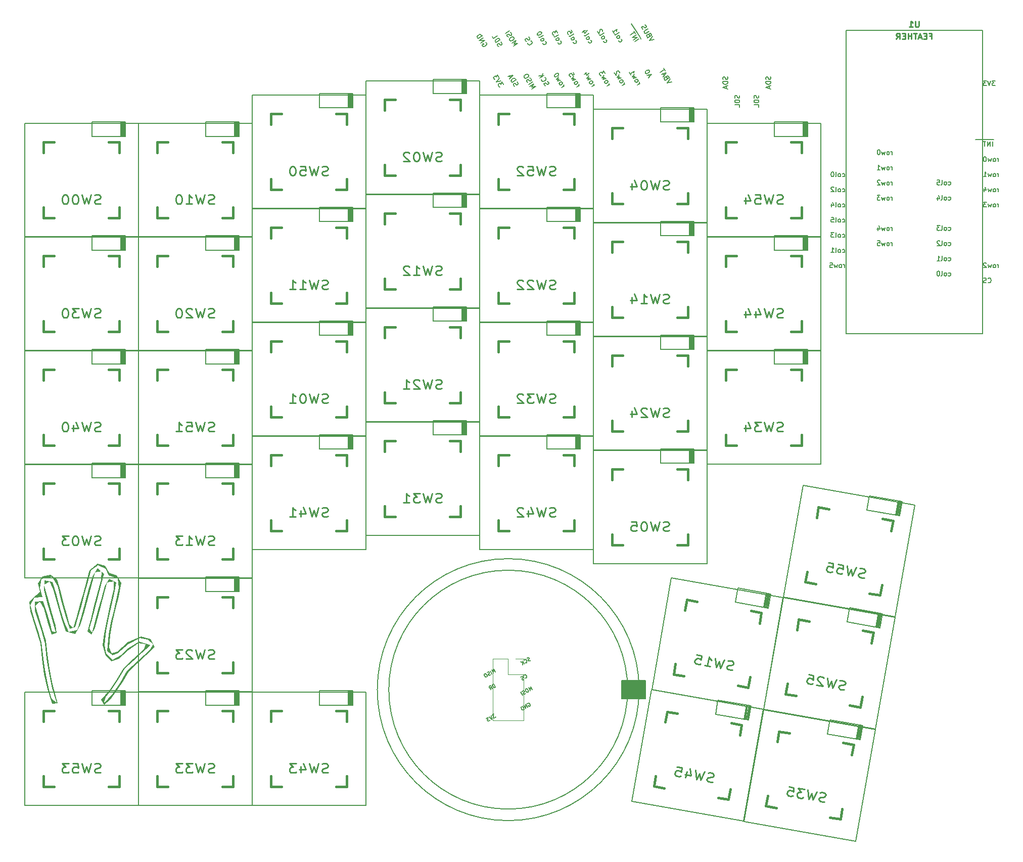
<source format=gbo>
G04 #@! TF.GenerationSoftware,KiCad,Pcbnew,5.0.0-fee4fd1~66~ubuntu18.04.1*
G04 #@! TF.CreationDate,2018-09-16T18:32:03-07:00*
G04 #@! TF.ProjectId,halfdeck,68616C666465636B2E6B696361645F70,c1293dc*
G04 #@! TF.SameCoordinates,Original*
G04 #@! TF.FileFunction,Legend,Bot*
G04 #@! TF.FilePolarity,Positive*
%FSLAX46Y46*%
G04 Gerber Fmt 4.6, Leading zero omitted, Abs format (unit mm)*
G04 Created by KiCad (PCBNEW 5.0.0-fee4fd1~66~ubuntu18.04.1) date Sun Sep 16 18:32:03 2018*
%MOMM*%
%LPD*%
G01*
G04 APERTURE LIST*
%ADD10C,0.120000*%
%ADD11C,0.150000*%
%ADD12C,0.381000*%
%ADD13C,0.200000*%
%ADD14C,0.100000*%
%ADD15C,0.250000*%
%ADD16C,0.254000*%
G04 APERTURE END LIST*
D10*
G04 #@! TO.C,J5*
X115270000Y-131860000D02*
X116600000Y-131860000D01*
X116600000Y-135670000D02*
X116600000Y-137000000D01*
X114000000Y-131860000D02*
X114000000Y-134460000D01*
X114000000Y-134460000D02*
X116600000Y-134460000D01*
X116600000Y-134460000D02*
X116600000Y-142140000D01*
X111400000Y-142140000D02*
X116600000Y-142140000D01*
X111400000Y-131860000D02*
X111400000Y-142140000D01*
X111400000Y-131860000D02*
X114000000Y-131860000D01*
D11*
X135930000Y-137000000D02*
G75*
G03X135930000Y-137000000I-21930000J0D01*
G01*
X134000000Y-137000000D02*
G75*
G03X134000000Y-137000000I-20000000J0D01*
G01*
G36*
X137000000Y-135450000D02*
X133000000Y-135450000D01*
X133000000Y-138550000D01*
X137000000Y-138550000D01*
X137000000Y-135450000D01*
G37*
X137000000Y-135450000D02*
X133000000Y-135450000D01*
X133000000Y-138550000D01*
X137000000Y-138550000D01*
X137000000Y-135450000D01*
G04 #@! TO.C,U1*
X170570000Y-26600000D02*
X193430000Y-26600000D01*
X193430000Y-26600000D02*
X193430000Y-77400000D01*
X193430000Y-77400000D02*
X170570000Y-77400000D01*
X170570000Y-77400000D02*
X170570000Y-26600000D01*
G04 #@! TO.C,SW00*
X33025000Y-42168800D02*
X52025000Y-42168800D01*
X52025000Y-42168800D02*
X52025000Y-61168800D01*
X52025000Y-61168800D02*
X33025000Y-61168800D01*
X33025000Y-61168800D02*
X33025000Y-42168800D01*
D12*
X36175000Y-45318800D02*
X37953000Y-45318800D01*
X47097000Y-45318800D02*
X48875000Y-45318800D01*
X48875000Y-45318800D02*
X48875000Y-47096800D01*
X48875000Y-56240800D02*
X48875000Y-58018800D01*
X48875000Y-58018800D02*
X47097000Y-58018800D01*
X37953000Y-58018800D02*
X36175000Y-58018800D01*
X36175000Y-58018800D02*
X36175000Y-56240800D01*
X36175000Y-47096800D02*
X36175000Y-45318800D01*
D13*
G04 #@! TO.C,D00*
X49225000Y-41933208D02*
X49225000Y-44333208D01*
X44250000Y-41933208D02*
X44250000Y-44333208D01*
X44250000Y-44333208D02*
X49850000Y-44333208D01*
X49850000Y-41933208D02*
X49850000Y-44333208D01*
X49125000Y-41933208D02*
X49125000Y-44333208D01*
X49325000Y-41933208D02*
X49325000Y-44333208D01*
X49850000Y-41933208D02*
X44250000Y-41933208D01*
X49500000Y-41933208D02*
X49500000Y-44333208D01*
X49675000Y-41933208D02*
X49675000Y-44333208D01*
D11*
G04 #@! TO.C,SW01*
X71125000Y-75506200D02*
X90125000Y-75506200D01*
X90125000Y-75506200D02*
X90125000Y-94506200D01*
X90125000Y-94506200D02*
X71125000Y-94506200D01*
X71125000Y-94506200D02*
X71125000Y-75506200D01*
D12*
X74275000Y-78656200D02*
X76053000Y-78656200D01*
X85197000Y-78656200D02*
X86975000Y-78656200D01*
X86975000Y-78656200D02*
X86975000Y-80434200D01*
X86975000Y-89578200D02*
X86975000Y-91356200D01*
X86975000Y-91356200D02*
X85197000Y-91356200D01*
X76053000Y-91356200D02*
X74275000Y-91356200D01*
X74275000Y-91356200D02*
X74275000Y-89578200D01*
X74275000Y-80434200D02*
X74275000Y-78656200D01*
D13*
G04 #@! TO.C,D01*
X87325000Y-75270608D02*
X87325000Y-77670608D01*
X82350000Y-75270608D02*
X82350000Y-77670608D01*
X82350000Y-77670608D02*
X87950000Y-77670608D01*
X87950000Y-75270608D02*
X87950000Y-77670608D01*
X87225000Y-75270608D02*
X87225000Y-77670608D01*
X87425000Y-75270608D02*
X87425000Y-77670608D01*
X87950000Y-75270608D02*
X82350000Y-75270608D01*
X87600000Y-75270608D02*
X87600000Y-77670608D01*
X87775000Y-75270608D02*
X87775000Y-77670608D01*
D11*
G04 #@! TO.C,SW02*
X90175000Y-35025000D02*
X109175000Y-35025000D01*
X109175000Y-35025000D02*
X109175000Y-54025000D01*
X109175000Y-54025000D02*
X90175000Y-54025000D01*
X90175000Y-54025000D02*
X90175000Y-35025000D01*
D12*
X93325000Y-38175000D02*
X95103000Y-38175000D01*
X104247000Y-38175000D02*
X106025000Y-38175000D01*
X106025000Y-38175000D02*
X106025000Y-39953000D01*
X106025000Y-49097000D02*
X106025000Y-50875000D01*
X106025000Y-50875000D02*
X104247000Y-50875000D01*
X95103000Y-50875000D02*
X93325000Y-50875000D01*
X93325000Y-50875000D02*
X93325000Y-49097000D01*
X93325000Y-39953000D02*
X93325000Y-38175000D01*
D13*
G04 #@! TO.C,D02*
X106375000Y-34789408D02*
X106375000Y-37189408D01*
X101400000Y-34789408D02*
X101400000Y-37189408D01*
X101400000Y-37189408D02*
X107000000Y-37189408D01*
X107000000Y-34789408D02*
X107000000Y-37189408D01*
X106275000Y-34789408D02*
X106275000Y-37189408D01*
X106475000Y-34789408D02*
X106475000Y-37189408D01*
X107000000Y-34789408D02*
X101400000Y-34789408D01*
X106650000Y-34789408D02*
X106650000Y-37189408D01*
X106825000Y-34789408D02*
X106825000Y-37189408D01*
D11*
G04 #@! TO.C,SW03*
X33025000Y-99319000D02*
X52025000Y-99319000D01*
X52025000Y-99319000D02*
X52025000Y-118319000D01*
X52025000Y-118319000D02*
X33025000Y-118319000D01*
X33025000Y-118319000D02*
X33025000Y-99319000D01*
D12*
X36175000Y-102469000D02*
X37953000Y-102469000D01*
X47097000Y-102469000D02*
X48875000Y-102469000D01*
X48875000Y-102469000D02*
X48875000Y-104247000D01*
X48875000Y-113391000D02*
X48875000Y-115169000D01*
X48875000Y-115169000D02*
X47097000Y-115169000D01*
X37953000Y-115169000D02*
X36175000Y-115169000D01*
X36175000Y-115169000D02*
X36175000Y-113391000D01*
X36175000Y-104247000D02*
X36175000Y-102469000D01*
D13*
G04 #@! TO.C,D03*
X49225000Y-99083408D02*
X49225000Y-101483408D01*
X44250000Y-99083408D02*
X44250000Y-101483408D01*
X44250000Y-101483408D02*
X49850000Y-101483408D01*
X49850000Y-99083408D02*
X49850000Y-101483408D01*
X49125000Y-99083408D02*
X49125000Y-101483408D01*
X49325000Y-99083408D02*
X49325000Y-101483408D01*
X49850000Y-99083408D02*
X44250000Y-99083408D01*
X49500000Y-99083408D02*
X49500000Y-101483408D01*
X49675000Y-99083408D02*
X49675000Y-101483408D01*
D11*
G04 #@! TO.C,SW04*
X128275000Y-39787500D02*
X147275000Y-39787500D01*
X147275000Y-39787500D02*
X147275000Y-58787500D01*
X147275000Y-58787500D02*
X128275000Y-58787500D01*
X128275000Y-58787500D02*
X128275000Y-39787500D01*
D12*
X131425000Y-42937500D02*
X133203000Y-42937500D01*
X142347000Y-42937500D02*
X144125000Y-42937500D01*
X144125000Y-42937500D02*
X144125000Y-44715500D01*
X144125000Y-53859500D02*
X144125000Y-55637500D01*
X144125000Y-55637500D02*
X142347000Y-55637500D01*
X133203000Y-55637500D02*
X131425000Y-55637500D01*
X131425000Y-55637500D02*
X131425000Y-53859500D01*
X131425000Y-44715500D02*
X131425000Y-42937500D01*
D13*
G04 #@! TO.C,D04*
X144475000Y-39551908D02*
X144475000Y-41951908D01*
X139500000Y-39551908D02*
X139500000Y-41951908D01*
X139500000Y-41951908D02*
X145100000Y-41951908D01*
X145100000Y-39551908D02*
X145100000Y-41951908D01*
X144375000Y-39551908D02*
X144375000Y-41951908D01*
X144575000Y-39551908D02*
X144575000Y-41951908D01*
X145100000Y-39551908D02*
X139500000Y-39551908D01*
X144750000Y-39551908D02*
X144750000Y-41951908D01*
X144925000Y-39551908D02*
X144925000Y-41951908D01*
D11*
G04 #@! TO.C,SW05*
X128275000Y-96938000D02*
X147275000Y-96938000D01*
X147275000Y-96938000D02*
X147275000Y-115938000D01*
X147275000Y-115938000D02*
X128275000Y-115938000D01*
X128275000Y-115938000D02*
X128275000Y-96938000D01*
D12*
X131425000Y-100088000D02*
X133203000Y-100088000D01*
X142347000Y-100088000D02*
X144125000Y-100088000D01*
X144125000Y-100088000D02*
X144125000Y-101866000D01*
X144125000Y-111010000D02*
X144125000Y-112788000D01*
X144125000Y-112788000D02*
X142347000Y-112788000D01*
X133203000Y-112788000D02*
X131425000Y-112788000D01*
X131425000Y-112788000D02*
X131425000Y-111010000D01*
X131425000Y-101866000D02*
X131425000Y-100088000D01*
D13*
G04 #@! TO.C,D05*
X144475000Y-96701908D02*
X144475000Y-99101908D01*
X139500000Y-96701908D02*
X139500000Y-99101908D01*
X139500000Y-99101908D02*
X145100000Y-99101908D01*
X145100000Y-96701908D02*
X145100000Y-99101908D01*
X144375000Y-96701908D02*
X144375000Y-99101908D01*
X144575000Y-96701908D02*
X144575000Y-99101908D01*
X145100000Y-96701908D02*
X139500000Y-96701908D01*
X144750000Y-96701908D02*
X144750000Y-99101908D01*
X144925000Y-96701908D02*
X144925000Y-99101908D01*
D11*
G04 #@! TO.C,SW10*
X52075000Y-42168800D02*
X71075000Y-42168800D01*
X71075000Y-42168800D02*
X71075000Y-61168800D01*
X71075000Y-61168800D02*
X52075000Y-61168800D01*
X52075000Y-61168800D02*
X52075000Y-42168800D01*
D12*
X55225000Y-45318800D02*
X57003000Y-45318800D01*
X66147000Y-45318800D02*
X67925000Y-45318800D01*
X67925000Y-45318800D02*
X67925000Y-47096800D01*
X67925000Y-56240800D02*
X67925000Y-58018800D01*
X67925000Y-58018800D02*
X66147000Y-58018800D01*
X57003000Y-58018800D02*
X55225000Y-58018800D01*
X55225000Y-58018800D02*
X55225000Y-56240800D01*
X55225000Y-47096800D02*
X55225000Y-45318800D01*
D13*
G04 #@! TO.C,D10*
X68275000Y-41933208D02*
X68275000Y-44333208D01*
X63300000Y-41933208D02*
X63300000Y-44333208D01*
X63300000Y-44333208D02*
X68900000Y-44333208D01*
X68900000Y-41933208D02*
X68900000Y-44333208D01*
X68175000Y-41933208D02*
X68175000Y-44333208D01*
X68375000Y-41933208D02*
X68375000Y-44333208D01*
X68900000Y-41933208D02*
X63300000Y-41933208D01*
X68550000Y-41933208D02*
X68550000Y-44333208D01*
X68725000Y-41933208D02*
X68725000Y-44333208D01*
D11*
G04 #@! TO.C,SW11*
X71125000Y-56456200D02*
X90125000Y-56456200D01*
X90125000Y-56456200D02*
X90125000Y-75456200D01*
X90125000Y-75456200D02*
X71125000Y-75456200D01*
X71125000Y-75456200D02*
X71125000Y-56456200D01*
D12*
X74275000Y-59606200D02*
X76053000Y-59606200D01*
X85197000Y-59606200D02*
X86975000Y-59606200D01*
X86975000Y-59606200D02*
X86975000Y-61384200D01*
X86975000Y-70528200D02*
X86975000Y-72306200D01*
X86975000Y-72306200D02*
X85197000Y-72306200D01*
X76053000Y-72306200D02*
X74275000Y-72306200D01*
X74275000Y-72306200D02*
X74275000Y-70528200D01*
X74275000Y-61384200D02*
X74275000Y-59606200D01*
D13*
G04 #@! TO.C,D11*
X87325000Y-56220608D02*
X87325000Y-58620608D01*
X82350000Y-56220608D02*
X82350000Y-58620608D01*
X82350000Y-58620608D02*
X87950000Y-58620608D01*
X87950000Y-56220608D02*
X87950000Y-58620608D01*
X87225000Y-56220608D02*
X87225000Y-58620608D01*
X87425000Y-56220608D02*
X87425000Y-58620608D01*
X87950000Y-56220608D02*
X82350000Y-56220608D01*
X87600000Y-56220608D02*
X87600000Y-58620608D01*
X87775000Y-56220608D02*
X87775000Y-58620608D01*
D11*
G04 #@! TO.C,SW12*
X90175000Y-54075000D02*
X109175000Y-54075000D01*
X109175000Y-54075000D02*
X109175000Y-73075000D01*
X109175000Y-73075000D02*
X90175000Y-73075000D01*
X90175000Y-73075000D02*
X90175000Y-54075000D01*
D12*
X93325000Y-57225000D02*
X95103000Y-57225000D01*
X104247000Y-57225000D02*
X106025000Y-57225000D01*
X106025000Y-57225000D02*
X106025000Y-59003000D01*
X106025000Y-68147000D02*
X106025000Y-69925000D01*
X106025000Y-69925000D02*
X104247000Y-69925000D01*
X95103000Y-69925000D02*
X93325000Y-69925000D01*
X93325000Y-69925000D02*
X93325000Y-68147000D01*
X93325000Y-59003000D02*
X93325000Y-57225000D01*
D13*
G04 #@! TO.C,D12*
X106375000Y-53839408D02*
X106375000Y-56239408D01*
X101400000Y-53839408D02*
X101400000Y-56239408D01*
X101400000Y-56239408D02*
X107000000Y-56239408D01*
X107000000Y-53839408D02*
X107000000Y-56239408D01*
X106275000Y-53839408D02*
X106275000Y-56239408D01*
X106475000Y-53839408D02*
X106475000Y-56239408D01*
X107000000Y-53839408D02*
X101400000Y-53839408D01*
X106650000Y-53839408D02*
X106650000Y-56239408D01*
X106825000Y-53839408D02*
X106825000Y-56239408D01*
D11*
G04 #@! TO.C,SW13*
X52075000Y-99319000D02*
X71075000Y-99319000D01*
X71075000Y-99319000D02*
X71075000Y-118319000D01*
X71075000Y-118319000D02*
X52075000Y-118319000D01*
X52075000Y-118319000D02*
X52075000Y-99319000D01*
D12*
X55225000Y-102469000D02*
X57003000Y-102469000D01*
X66147000Y-102469000D02*
X67925000Y-102469000D01*
X67925000Y-102469000D02*
X67925000Y-104247000D01*
X67925000Y-113391000D02*
X67925000Y-115169000D01*
X67925000Y-115169000D02*
X66147000Y-115169000D01*
X57003000Y-115169000D02*
X55225000Y-115169000D01*
X55225000Y-115169000D02*
X55225000Y-113391000D01*
X55225000Y-104247000D02*
X55225000Y-102469000D01*
D13*
G04 #@! TO.C,D13*
X68275000Y-99083408D02*
X68275000Y-101483408D01*
X63300000Y-99083408D02*
X63300000Y-101483408D01*
X63300000Y-101483408D02*
X68900000Y-101483408D01*
X68900000Y-99083408D02*
X68900000Y-101483408D01*
X68175000Y-99083408D02*
X68175000Y-101483408D01*
X68375000Y-99083408D02*
X68375000Y-101483408D01*
X68900000Y-99083408D02*
X63300000Y-99083408D01*
X68550000Y-99083408D02*
X68550000Y-101483408D01*
X68725000Y-99083408D02*
X68725000Y-101483408D01*
D11*
G04 #@! TO.C,SW14*
X128275000Y-58837500D02*
X147275000Y-58837500D01*
X147275000Y-58837500D02*
X147275000Y-77837500D01*
X147275000Y-77837500D02*
X128275000Y-77837500D01*
X128275000Y-77837500D02*
X128275000Y-58837500D01*
D12*
X131425000Y-61987500D02*
X133203000Y-61987500D01*
X142347000Y-61987500D02*
X144125000Y-61987500D01*
X144125000Y-61987500D02*
X144125000Y-63765500D01*
X144125000Y-72909500D02*
X144125000Y-74687500D01*
X144125000Y-74687500D02*
X142347000Y-74687500D01*
X133203000Y-74687500D02*
X131425000Y-74687500D01*
X131425000Y-74687500D02*
X131425000Y-72909500D01*
X131425000Y-63765500D02*
X131425000Y-61987500D01*
D13*
G04 #@! TO.C,D14*
X144475000Y-58601908D02*
X144475000Y-61001908D01*
X139500000Y-58601908D02*
X139500000Y-61001908D01*
X139500000Y-61001908D02*
X145100000Y-61001908D01*
X145100000Y-58601908D02*
X145100000Y-61001908D01*
X144375000Y-58601908D02*
X144375000Y-61001908D01*
X144575000Y-58601908D02*
X144575000Y-61001908D01*
X145100000Y-58601908D02*
X139500000Y-58601908D01*
X144750000Y-58601908D02*
X144750000Y-61001908D01*
X144925000Y-58601908D02*
X144925000Y-61001908D01*
D11*
G04 #@! TO.C,SW15*
X141345984Y-118272669D02*
X160057331Y-121571984D01*
X160057331Y-121571984D02*
X156758016Y-140283331D01*
X156758016Y-140283331D02*
X138046669Y-136984016D01*
X138046669Y-136984016D02*
X141345984Y-118272669D01*
D12*
X143901137Y-121921805D02*
X145652125Y-122230551D01*
X154657207Y-123818390D02*
X156408195Y-124127137D01*
X156408195Y-124127137D02*
X156099449Y-125878125D01*
X154511610Y-134883207D02*
X154202863Y-136634195D01*
X154202863Y-136634195D02*
X152451875Y-136325449D01*
X143446793Y-134737610D02*
X141695805Y-134428863D01*
X141695805Y-134428863D02*
X142004551Y-132677875D01*
X143592390Y-123672793D02*
X143901137Y-121921805D01*
D13*
G04 #@! TO.C,D15*
X157341174Y-120854484D02*
X156924418Y-123218023D01*
X152441755Y-119990585D02*
X152025000Y-122354123D01*
X152025000Y-122354123D02*
X157539923Y-123326553D01*
X157956679Y-120963015D02*
X157539923Y-123326553D01*
X157242693Y-120837120D02*
X156825938Y-123200658D01*
X157439655Y-120871849D02*
X157022899Y-123235388D01*
X157956679Y-120963015D02*
X152441755Y-119990585D01*
X157611996Y-120902238D02*
X157195240Y-123265776D01*
X157784337Y-120932626D02*
X157367582Y-123296165D01*
D11*
G04 #@! TO.C,SW20*
X52075000Y-61218800D02*
X71075000Y-61218800D01*
X71075000Y-61218800D02*
X71075000Y-80218800D01*
X71075000Y-80218800D02*
X52075000Y-80218800D01*
X52075000Y-80218800D02*
X52075000Y-61218800D01*
D12*
X55225000Y-64368800D02*
X57003000Y-64368800D01*
X66147000Y-64368800D02*
X67925000Y-64368800D01*
X67925000Y-64368800D02*
X67925000Y-66146800D01*
X67925000Y-75290800D02*
X67925000Y-77068800D01*
X67925000Y-77068800D02*
X66147000Y-77068800D01*
X57003000Y-77068800D02*
X55225000Y-77068800D01*
X55225000Y-77068800D02*
X55225000Y-75290800D01*
X55225000Y-66146800D02*
X55225000Y-64368800D01*
D13*
G04 #@! TO.C,D20*
X68275000Y-60983208D02*
X68275000Y-63383208D01*
X63300000Y-60983208D02*
X63300000Y-63383208D01*
X63300000Y-63383208D02*
X68900000Y-63383208D01*
X68900000Y-60983208D02*
X68900000Y-63383208D01*
X68175000Y-60983208D02*
X68175000Y-63383208D01*
X68375000Y-60983208D02*
X68375000Y-63383208D01*
X68900000Y-60983208D02*
X63300000Y-60983208D01*
X68550000Y-60983208D02*
X68550000Y-63383208D01*
X68725000Y-60983208D02*
X68725000Y-63383208D01*
D11*
G04 #@! TO.C,SW21*
X90175000Y-73125000D02*
X109175000Y-73125000D01*
X109175000Y-73125000D02*
X109175000Y-92125000D01*
X109175000Y-92125000D02*
X90175000Y-92125000D01*
X90175000Y-92125000D02*
X90175000Y-73125000D01*
D12*
X93325000Y-76275000D02*
X95103000Y-76275000D01*
X104247000Y-76275000D02*
X106025000Y-76275000D01*
X106025000Y-76275000D02*
X106025000Y-78053000D01*
X106025000Y-87197000D02*
X106025000Y-88975000D01*
X106025000Y-88975000D02*
X104247000Y-88975000D01*
X95103000Y-88975000D02*
X93325000Y-88975000D01*
X93325000Y-88975000D02*
X93325000Y-87197000D01*
X93325000Y-78053000D02*
X93325000Y-76275000D01*
D13*
G04 #@! TO.C,D21*
X106375000Y-72889408D02*
X106375000Y-75289408D01*
X101400000Y-72889408D02*
X101400000Y-75289408D01*
X101400000Y-75289408D02*
X107000000Y-75289408D01*
X107000000Y-72889408D02*
X107000000Y-75289408D01*
X106275000Y-72889408D02*
X106275000Y-75289408D01*
X106475000Y-72889408D02*
X106475000Y-75289408D01*
X107000000Y-72889408D02*
X101400000Y-72889408D01*
X106650000Y-72889408D02*
X106650000Y-75289408D01*
X106825000Y-72889408D02*
X106825000Y-75289408D01*
D11*
G04 #@! TO.C,SW22*
X109225000Y-56456200D02*
X128225000Y-56456200D01*
X128225000Y-56456200D02*
X128225000Y-75456200D01*
X128225000Y-75456200D02*
X109225000Y-75456200D01*
X109225000Y-75456200D02*
X109225000Y-56456200D01*
D12*
X112375000Y-59606200D02*
X114153000Y-59606200D01*
X123297000Y-59606200D02*
X125075000Y-59606200D01*
X125075000Y-59606200D02*
X125075000Y-61384200D01*
X125075000Y-70528200D02*
X125075000Y-72306200D01*
X125075000Y-72306200D02*
X123297000Y-72306200D01*
X114153000Y-72306200D02*
X112375000Y-72306200D01*
X112375000Y-72306200D02*
X112375000Y-70528200D01*
X112375000Y-61384200D02*
X112375000Y-59606200D01*
D13*
G04 #@! TO.C,D22*
X125425000Y-56220608D02*
X125425000Y-58620608D01*
X120450000Y-56220608D02*
X120450000Y-58620608D01*
X120450000Y-58620608D02*
X126050000Y-58620608D01*
X126050000Y-56220608D02*
X126050000Y-58620608D01*
X125325000Y-56220608D02*
X125325000Y-58620608D01*
X125525000Y-56220608D02*
X125525000Y-58620608D01*
X126050000Y-56220608D02*
X120450000Y-56220608D01*
X125700000Y-56220608D02*
X125700000Y-58620608D01*
X125875000Y-56220608D02*
X125875000Y-58620608D01*
D11*
G04 #@! TO.C,SW23*
X52075000Y-118369000D02*
X71075000Y-118369000D01*
X71075000Y-118369000D02*
X71075000Y-137369000D01*
X71075000Y-137369000D02*
X52075000Y-137369000D01*
X52075000Y-137369000D02*
X52075000Y-118369000D01*
D12*
X55225000Y-121519000D02*
X57003000Y-121519000D01*
X66147000Y-121519000D02*
X67925000Y-121519000D01*
X67925000Y-121519000D02*
X67925000Y-123297000D01*
X67925000Y-132441000D02*
X67925000Y-134219000D01*
X67925000Y-134219000D02*
X66147000Y-134219000D01*
X57003000Y-134219000D02*
X55225000Y-134219000D01*
X55225000Y-134219000D02*
X55225000Y-132441000D01*
X55225000Y-123297000D02*
X55225000Y-121519000D01*
D13*
G04 #@! TO.C,D23*
X68275000Y-118133408D02*
X68275000Y-120533408D01*
X63300000Y-118133408D02*
X63300000Y-120533408D01*
X63300000Y-120533408D02*
X68900000Y-120533408D01*
X68900000Y-118133408D02*
X68900000Y-120533408D01*
X68175000Y-118133408D02*
X68175000Y-120533408D01*
X68375000Y-118133408D02*
X68375000Y-120533408D01*
X68900000Y-118133408D02*
X63300000Y-118133408D01*
X68550000Y-118133408D02*
X68550000Y-120533408D01*
X68725000Y-118133408D02*
X68725000Y-120533408D01*
D11*
G04 #@! TO.C,SW24*
X128275000Y-77887500D02*
X147275000Y-77887500D01*
X147275000Y-77887500D02*
X147275000Y-96887500D01*
X147275000Y-96887500D02*
X128275000Y-96887500D01*
X128275000Y-96887500D02*
X128275000Y-77887500D01*
D12*
X131425000Y-81037500D02*
X133203000Y-81037500D01*
X142347000Y-81037500D02*
X144125000Y-81037500D01*
X144125000Y-81037500D02*
X144125000Y-82815500D01*
X144125000Y-91959500D02*
X144125000Y-93737500D01*
X144125000Y-93737500D02*
X142347000Y-93737500D01*
X133203000Y-93737500D02*
X131425000Y-93737500D01*
X131425000Y-93737500D02*
X131425000Y-91959500D01*
X131425000Y-82815500D02*
X131425000Y-81037500D01*
D13*
G04 #@! TO.C,D24*
X144475000Y-77651908D02*
X144475000Y-80051908D01*
X139500000Y-77651908D02*
X139500000Y-80051908D01*
X139500000Y-80051908D02*
X145100000Y-80051908D01*
X145100000Y-77651908D02*
X145100000Y-80051908D01*
X144375000Y-77651908D02*
X144375000Y-80051908D01*
X144575000Y-77651908D02*
X144575000Y-80051908D01*
X145100000Y-77651908D02*
X139500000Y-77651908D01*
X144750000Y-77651908D02*
X144750000Y-80051908D01*
X144925000Y-77651908D02*
X144925000Y-80051908D01*
D11*
G04 #@! TO.C,SW25*
X160106984Y-121580669D02*
X178818331Y-124879984D01*
X178818331Y-124879984D02*
X175519016Y-143591331D01*
X175519016Y-143591331D02*
X156807669Y-140292016D01*
X156807669Y-140292016D02*
X160106984Y-121580669D01*
D12*
X162662137Y-125229805D02*
X164413125Y-125538551D01*
X173418207Y-127126390D02*
X175169195Y-127435137D01*
X175169195Y-127435137D02*
X174860449Y-129186125D01*
X173272610Y-138191207D02*
X172963863Y-139942195D01*
X172963863Y-139942195D02*
X171212875Y-139633449D01*
X162207793Y-138045610D02*
X160456805Y-137736863D01*
X160456805Y-137736863D02*
X160765551Y-135985875D01*
X162353390Y-126980793D02*
X162662137Y-125229805D01*
D13*
G04 #@! TO.C,D25*
X176101174Y-124162484D02*
X175684418Y-126526023D01*
X171201755Y-123298585D02*
X170785000Y-125662123D01*
X170785000Y-125662123D02*
X176299923Y-126634553D01*
X176716679Y-124271015D02*
X176299923Y-126634553D01*
X176002693Y-124145120D02*
X175585938Y-126508658D01*
X176199655Y-124179849D02*
X175782899Y-126543388D01*
X176716679Y-124271015D02*
X171201755Y-123298585D01*
X176371996Y-124210238D02*
X175955240Y-126573776D01*
X176544337Y-124240626D02*
X176127582Y-126604165D01*
D11*
G04 #@! TO.C,SW30*
X33025000Y-61218800D02*
X52025000Y-61218800D01*
X52025000Y-61218800D02*
X52025000Y-80218800D01*
X52025000Y-80218800D02*
X33025000Y-80218800D01*
X33025000Y-80218800D02*
X33025000Y-61218800D01*
D12*
X36175000Y-64368800D02*
X37953000Y-64368800D01*
X47097000Y-64368800D02*
X48875000Y-64368800D01*
X48875000Y-64368800D02*
X48875000Y-66146800D01*
X48875000Y-75290800D02*
X48875000Y-77068800D01*
X48875000Y-77068800D02*
X47097000Y-77068800D01*
X37953000Y-77068800D02*
X36175000Y-77068800D01*
X36175000Y-77068800D02*
X36175000Y-75290800D01*
X36175000Y-66146800D02*
X36175000Y-64368800D01*
D13*
G04 #@! TO.C,D30*
X49225000Y-60983208D02*
X49225000Y-63383208D01*
X44250000Y-60983208D02*
X44250000Y-63383208D01*
X44250000Y-63383208D02*
X49850000Y-63383208D01*
X49850000Y-60983208D02*
X49850000Y-63383208D01*
X49125000Y-60983208D02*
X49125000Y-63383208D01*
X49325000Y-60983208D02*
X49325000Y-63383208D01*
X49850000Y-60983208D02*
X44250000Y-60983208D01*
X49500000Y-60983208D02*
X49500000Y-63383208D01*
X49675000Y-60983208D02*
X49675000Y-63383208D01*
D11*
G04 #@! TO.C,SW31*
X90175000Y-92175000D02*
X109175000Y-92175000D01*
X109175000Y-92175000D02*
X109175000Y-111175000D01*
X109175000Y-111175000D02*
X90175000Y-111175000D01*
X90175000Y-111175000D02*
X90175000Y-92175000D01*
D12*
X93325000Y-95325000D02*
X95103000Y-95325000D01*
X104247000Y-95325000D02*
X106025000Y-95325000D01*
X106025000Y-95325000D02*
X106025000Y-97103000D01*
X106025000Y-106247000D02*
X106025000Y-108025000D01*
X106025000Y-108025000D02*
X104247000Y-108025000D01*
X95103000Y-108025000D02*
X93325000Y-108025000D01*
X93325000Y-108025000D02*
X93325000Y-106247000D01*
X93325000Y-97103000D02*
X93325000Y-95325000D01*
D13*
G04 #@! TO.C,D31*
X106375000Y-91939408D02*
X106375000Y-94339408D01*
X101400000Y-91939408D02*
X101400000Y-94339408D01*
X101400000Y-94339408D02*
X107000000Y-94339408D01*
X107000000Y-91939408D02*
X107000000Y-94339408D01*
X106275000Y-91939408D02*
X106275000Y-94339408D01*
X106475000Y-91939408D02*
X106475000Y-94339408D01*
X107000000Y-91939408D02*
X101400000Y-91939408D01*
X106650000Y-91939408D02*
X106650000Y-94339408D01*
X106825000Y-91939408D02*
X106825000Y-94339408D01*
D11*
G04 #@! TO.C,SW32*
X109225000Y-75506200D02*
X128225000Y-75506200D01*
X128225000Y-75506200D02*
X128225000Y-94506200D01*
X128225000Y-94506200D02*
X109225000Y-94506200D01*
X109225000Y-94506200D02*
X109225000Y-75506200D01*
D12*
X112375000Y-78656200D02*
X114153000Y-78656200D01*
X123297000Y-78656200D02*
X125075000Y-78656200D01*
X125075000Y-78656200D02*
X125075000Y-80434200D01*
X125075000Y-89578200D02*
X125075000Y-91356200D01*
X125075000Y-91356200D02*
X123297000Y-91356200D01*
X114153000Y-91356200D02*
X112375000Y-91356200D01*
X112375000Y-91356200D02*
X112375000Y-89578200D01*
X112375000Y-80434200D02*
X112375000Y-78656200D01*
D13*
G04 #@! TO.C,D32*
X125425000Y-75270608D02*
X125425000Y-77670608D01*
X120450000Y-75270608D02*
X120450000Y-77670608D01*
X120450000Y-77670608D02*
X126050000Y-77670608D01*
X126050000Y-75270608D02*
X126050000Y-77670608D01*
X125325000Y-75270608D02*
X125325000Y-77670608D01*
X125525000Y-75270608D02*
X125525000Y-77670608D01*
X126050000Y-75270608D02*
X120450000Y-75270608D01*
X125700000Y-75270608D02*
X125700000Y-77670608D01*
X125875000Y-75270608D02*
X125875000Y-77670608D01*
D11*
G04 #@! TO.C,SW33*
X52075000Y-137419000D02*
X71075000Y-137419000D01*
X71075000Y-137419000D02*
X71075000Y-156419000D01*
X71075000Y-156419000D02*
X52075000Y-156419000D01*
X52075000Y-156419000D02*
X52075000Y-137419000D01*
D12*
X55225000Y-140569000D02*
X57003000Y-140569000D01*
X66147000Y-140569000D02*
X67925000Y-140569000D01*
X67925000Y-140569000D02*
X67925000Y-142347000D01*
X67925000Y-151491000D02*
X67925000Y-153269000D01*
X67925000Y-153269000D02*
X66147000Y-153269000D01*
X57003000Y-153269000D02*
X55225000Y-153269000D01*
X55225000Y-153269000D02*
X55225000Y-151491000D01*
X55225000Y-142347000D02*
X55225000Y-140569000D01*
D13*
G04 #@! TO.C,D33*
X68275000Y-137183408D02*
X68275000Y-139583408D01*
X63300000Y-137183408D02*
X63300000Y-139583408D01*
X63300000Y-139583408D02*
X68900000Y-139583408D01*
X68900000Y-137183408D02*
X68900000Y-139583408D01*
X68175000Y-137183408D02*
X68175000Y-139583408D01*
X68375000Y-137183408D02*
X68375000Y-139583408D01*
X68900000Y-137183408D02*
X63300000Y-137183408D01*
X68550000Y-137183408D02*
X68550000Y-139583408D01*
X68725000Y-137183408D02*
X68725000Y-139583408D01*
D11*
G04 #@! TO.C,SW34*
X147325000Y-80268800D02*
X166325000Y-80268800D01*
X166325000Y-80268800D02*
X166325000Y-99268800D01*
X166325000Y-99268800D02*
X147325000Y-99268800D01*
X147325000Y-99268800D02*
X147325000Y-80268800D01*
D12*
X150475000Y-83418800D02*
X152253000Y-83418800D01*
X161397000Y-83418800D02*
X163175000Y-83418800D01*
X163175000Y-83418800D02*
X163175000Y-85196800D01*
X163175000Y-94340800D02*
X163175000Y-96118800D01*
X163175000Y-96118800D02*
X161397000Y-96118800D01*
X152253000Y-96118800D02*
X150475000Y-96118800D01*
X150475000Y-96118800D02*
X150475000Y-94340800D01*
X150475000Y-85196800D02*
X150475000Y-83418800D01*
D13*
G04 #@! TO.C,D34*
X163525000Y-80033208D02*
X163525000Y-82433208D01*
X158550000Y-80033208D02*
X158550000Y-82433208D01*
X158550000Y-82433208D02*
X164150000Y-82433208D01*
X164150000Y-80033208D02*
X164150000Y-82433208D01*
X163425000Y-80033208D02*
X163425000Y-82433208D01*
X163625000Y-80033208D02*
X163625000Y-82433208D01*
X164150000Y-80033208D02*
X158550000Y-80033208D01*
X163800000Y-80033208D02*
X163800000Y-82433208D01*
X163975000Y-80033208D02*
X163975000Y-82433208D01*
D11*
G04 #@! TO.C,SW35*
X156798984Y-140341669D02*
X175510331Y-143640984D01*
X175510331Y-143640984D02*
X172211016Y-162352331D01*
X172211016Y-162352331D02*
X153499669Y-159053016D01*
X153499669Y-159053016D02*
X156798984Y-140341669D01*
D12*
X159354137Y-143990805D02*
X161105125Y-144299551D01*
X170110207Y-145887390D02*
X171861195Y-146196137D01*
X171861195Y-146196137D02*
X171552449Y-147947125D01*
X169964610Y-156952207D02*
X169655863Y-158703195D01*
X169655863Y-158703195D02*
X167904875Y-158394449D01*
X158899793Y-156806610D02*
X157148805Y-156497863D01*
X157148805Y-156497863D02*
X157457551Y-154746875D01*
X159045390Y-145741793D02*
X159354137Y-143990805D01*
D13*
G04 #@! TO.C,D35*
X172793174Y-142922484D02*
X172376418Y-145286023D01*
X167893755Y-142058585D02*
X167477000Y-144422123D01*
X167477000Y-144422123D02*
X172991923Y-145394553D01*
X173408679Y-143031015D02*
X172991923Y-145394553D01*
X172694693Y-142905120D02*
X172277938Y-145268658D01*
X172891655Y-142939849D02*
X172474899Y-145303388D01*
X173408679Y-143031015D02*
X167893755Y-142058585D01*
X173063996Y-142970238D02*
X172647240Y-145333776D01*
X173236337Y-143000626D02*
X172819582Y-145364165D01*
D11*
G04 #@! TO.C,SW40*
X33025000Y-80268800D02*
X52025000Y-80268800D01*
X52025000Y-80268800D02*
X52025000Y-99268800D01*
X52025000Y-99268800D02*
X33025000Y-99268800D01*
X33025000Y-99268800D02*
X33025000Y-80268800D01*
D12*
X36175000Y-83418800D02*
X37953000Y-83418800D01*
X47097000Y-83418800D02*
X48875000Y-83418800D01*
X48875000Y-83418800D02*
X48875000Y-85196800D01*
X48875000Y-94340800D02*
X48875000Y-96118800D01*
X48875000Y-96118800D02*
X47097000Y-96118800D01*
X37953000Y-96118800D02*
X36175000Y-96118800D01*
X36175000Y-96118800D02*
X36175000Y-94340800D01*
X36175000Y-85196800D02*
X36175000Y-83418800D01*
D13*
G04 #@! TO.C,D40*
X49225000Y-80033208D02*
X49225000Y-82433208D01*
X44250000Y-80033208D02*
X44250000Y-82433208D01*
X44250000Y-82433208D02*
X49850000Y-82433208D01*
X49850000Y-80033208D02*
X49850000Y-82433208D01*
X49125000Y-80033208D02*
X49125000Y-82433208D01*
X49325000Y-80033208D02*
X49325000Y-82433208D01*
X49850000Y-80033208D02*
X44250000Y-80033208D01*
X49500000Y-80033208D02*
X49500000Y-82433208D01*
X49675000Y-80033208D02*
X49675000Y-82433208D01*
D11*
G04 #@! TO.C,SW41*
X71125000Y-94556000D02*
X90125000Y-94556000D01*
X90125000Y-94556000D02*
X90125000Y-113556000D01*
X90125000Y-113556000D02*
X71125000Y-113556000D01*
X71125000Y-113556000D02*
X71125000Y-94556000D01*
D12*
X74275000Y-97706000D02*
X76053000Y-97706000D01*
X85197000Y-97706000D02*
X86975000Y-97706000D01*
X86975000Y-97706000D02*
X86975000Y-99484000D01*
X86975000Y-108628000D02*
X86975000Y-110406000D01*
X86975000Y-110406000D02*
X85197000Y-110406000D01*
X76053000Y-110406000D02*
X74275000Y-110406000D01*
X74275000Y-110406000D02*
X74275000Y-108628000D01*
X74275000Y-99484000D02*
X74275000Y-97706000D01*
D13*
G04 #@! TO.C,D41*
X87325000Y-94320608D02*
X87325000Y-96720608D01*
X82350000Y-94320608D02*
X82350000Y-96720608D01*
X82350000Y-96720608D02*
X87950000Y-96720608D01*
X87950000Y-94320608D02*
X87950000Y-96720608D01*
X87225000Y-94320608D02*
X87225000Y-96720608D01*
X87425000Y-94320608D02*
X87425000Y-96720608D01*
X87950000Y-94320608D02*
X82350000Y-94320608D01*
X87600000Y-94320608D02*
X87600000Y-96720608D01*
X87775000Y-94320608D02*
X87775000Y-96720608D01*
D11*
G04 #@! TO.C,SW42*
X109225000Y-94556000D02*
X128225000Y-94556000D01*
X128225000Y-94556000D02*
X128225000Y-113556000D01*
X128225000Y-113556000D02*
X109225000Y-113556000D01*
X109225000Y-113556000D02*
X109225000Y-94556000D01*
D12*
X112375000Y-97706000D02*
X114153000Y-97706000D01*
X123297000Y-97706000D02*
X125075000Y-97706000D01*
X125075000Y-97706000D02*
X125075000Y-99484000D01*
X125075000Y-108628000D02*
X125075000Y-110406000D01*
X125075000Y-110406000D02*
X123297000Y-110406000D01*
X114153000Y-110406000D02*
X112375000Y-110406000D01*
X112375000Y-110406000D02*
X112375000Y-108628000D01*
X112375000Y-99484000D02*
X112375000Y-97706000D01*
D13*
G04 #@! TO.C,D42*
X125425000Y-94320608D02*
X125425000Y-96720608D01*
X120450000Y-94320608D02*
X120450000Y-96720608D01*
X120450000Y-96720608D02*
X126050000Y-96720608D01*
X126050000Y-94320608D02*
X126050000Y-96720608D01*
X125325000Y-94320608D02*
X125325000Y-96720608D01*
X125525000Y-94320608D02*
X125525000Y-96720608D01*
X126050000Y-94320608D02*
X120450000Y-94320608D01*
X125700000Y-94320608D02*
X125700000Y-96720608D01*
X125875000Y-94320608D02*
X125875000Y-96720608D01*
D11*
G04 #@! TO.C,SW43*
X71125000Y-137419000D02*
X90125000Y-137419000D01*
X90125000Y-137419000D02*
X90125000Y-156419000D01*
X90125000Y-156419000D02*
X71125000Y-156419000D01*
X71125000Y-156419000D02*
X71125000Y-137419000D01*
D12*
X74275000Y-140569000D02*
X76053000Y-140569000D01*
X85197000Y-140569000D02*
X86975000Y-140569000D01*
X86975000Y-140569000D02*
X86975000Y-142347000D01*
X86975000Y-151491000D02*
X86975000Y-153269000D01*
X86975000Y-153269000D02*
X85197000Y-153269000D01*
X76053000Y-153269000D02*
X74275000Y-153269000D01*
X74275000Y-153269000D02*
X74275000Y-151491000D01*
X74275000Y-142347000D02*
X74275000Y-140569000D01*
D13*
G04 #@! TO.C,D43*
X87325000Y-137183408D02*
X87325000Y-139583408D01*
X82350000Y-137183408D02*
X82350000Y-139583408D01*
X82350000Y-139583408D02*
X87950000Y-139583408D01*
X87950000Y-137183408D02*
X87950000Y-139583408D01*
X87225000Y-137183408D02*
X87225000Y-139583408D01*
X87425000Y-137183408D02*
X87425000Y-139583408D01*
X87950000Y-137183408D02*
X82350000Y-137183408D01*
X87600000Y-137183408D02*
X87600000Y-139583408D01*
X87775000Y-137183408D02*
X87775000Y-139583408D01*
D11*
G04 #@! TO.C,SW44*
X147325000Y-61218800D02*
X166325000Y-61218800D01*
X166325000Y-61218800D02*
X166325000Y-80218800D01*
X166325000Y-80218800D02*
X147325000Y-80218800D01*
X147325000Y-80218800D02*
X147325000Y-61218800D01*
D12*
X150475000Y-64368800D02*
X152253000Y-64368800D01*
X161397000Y-64368800D02*
X163175000Y-64368800D01*
X163175000Y-64368800D02*
X163175000Y-66146800D01*
X163175000Y-75290800D02*
X163175000Y-77068800D01*
X163175000Y-77068800D02*
X161397000Y-77068800D01*
X152253000Y-77068800D02*
X150475000Y-77068800D01*
X150475000Y-77068800D02*
X150475000Y-75290800D01*
X150475000Y-66146800D02*
X150475000Y-64368800D01*
D13*
G04 #@! TO.C,D44*
X163525000Y-60983208D02*
X163525000Y-63383208D01*
X158550000Y-60983208D02*
X158550000Y-63383208D01*
X158550000Y-63383208D02*
X164150000Y-63383208D01*
X164150000Y-60983208D02*
X164150000Y-63383208D01*
X163425000Y-60983208D02*
X163425000Y-63383208D01*
X163625000Y-60983208D02*
X163625000Y-63383208D01*
X164150000Y-60983208D02*
X158550000Y-60983208D01*
X163800000Y-60983208D02*
X163800000Y-63383208D01*
X163975000Y-60983208D02*
X163975000Y-63383208D01*
D11*
G04 #@! TO.C,SW45*
X138037984Y-137033669D02*
X156749331Y-140332984D01*
X156749331Y-140332984D02*
X153450016Y-159044331D01*
X153450016Y-159044331D02*
X134738669Y-155745016D01*
X134738669Y-155745016D02*
X138037984Y-137033669D01*
D12*
X140593137Y-140682805D02*
X142344125Y-140991551D01*
X151349207Y-142579390D02*
X153100195Y-142888137D01*
X153100195Y-142888137D02*
X152791449Y-144639125D01*
X151203610Y-153644207D02*
X150894863Y-155395195D01*
X150894863Y-155395195D02*
X149143875Y-155086449D01*
X140138793Y-153498610D02*
X138387805Y-153189863D01*
X138387805Y-153189863D02*
X138696551Y-151438875D01*
X140284390Y-142433793D02*
X140593137Y-140682805D01*
D13*
G04 #@! TO.C,D45*
X154033174Y-139614484D02*
X153616418Y-141978023D01*
X149133755Y-138750585D02*
X148717000Y-141114123D01*
X148717000Y-141114123D02*
X154231923Y-142086553D01*
X154648679Y-139723015D02*
X154231923Y-142086553D01*
X153934693Y-139597120D02*
X153517938Y-141960658D01*
X154131655Y-139631849D02*
X153714899Y-141995388D01*
X154648679Y-139723015D02*
X149133755Y-138750585D01*
X154303996Y-139662238D02*
X153887240Y-142025776D01*
X154476337Y-139692626D02*
X154059582Y-142056165D01*
D11*
G04 #@! TO.C,SW50*
X71125000Y-37406200D02*
X90125000Y-37406200D01*
X90125000Y-37406200D02*
X90125000Y-56406200D01*
X90125000Y-56406200D02*
X71125000Y-56406200D01*
X71125000Y-56406200D02*
X71125000Y-37406200D01*
D12*
X74275000Y-40556200D02*
X76053000Y-40556200D01*
X85197000Y-40556200D02*
X86975000Y-40556200D01*
X86975000Y-40556200D02*
X86975000Y-42334200D01*
X86975000Y-51478200D02*
X86975000Y-53256200D01*
X86975000Y-53256200D02*
X85197000Y-53256200D01*
X76053000Y-53256200D02*
X74275000Y-53256200D01*
X74275000Y-53256200D02*
X74275000Y-51478200D01*
X74275000Y-42334200D02*
X74275000Y-40556200D01*
D13*
G04 #@! TO.C,D50*
X87325000Y-37170608D02*
X87325000Y-39570608D01*
X82350000Y-37170608D02*
X82350000Y-39570608D01*
X82350000Y-39570608D02*
X87950000Y-39570608D01*
X87950000Y-37170608D02*
X87950000Y-39570608D01*
X87225000Y-37170608D02*
X87225000Y-39570608D01*
X87425000Y-37170608D02*
X87425000Y-39570608D01*
X87950000Y-37170608D02*
X82350000Y-37170608D01*
X87600000Y-37170608D02*
X87600000Y-39570608D01*
X87775000Y-37170608D02*
X87775000Y-39570608D01*
D11*
G04 #@! TO.C,SW51*
X52075000Y-80268800D02*
X71075000Y-80268800D01*
X71075000Y-80268800D02*
X71075000Y-99268800D01*
X71075000Y-99268800D02*
X52075000Y-99268800D01*
X52075000Y-99268800D02*
X52075000Y-80268800D01*
D12*
X55225000Y-83418800D02*
X57003000Y-83418800D01*
X66147000Y-83418800D02*
X67925000Y-83418800D01*
X67925000Y-83418800D02*
X67925000Y-85196800D01*
X67925000Y-94340800D02*
X67925000Y-96118800D01*
X67925000Y-96118800D02*
X66147000Y-96118800D01*
X57003000Y-96118800D02*
X55225000Y-96118800D01*
X55225000Y-96118800D02*
X55225000Y-94340800D01*
X55225000Y-85196800D02*
X55225000Y-83418800D01*
D13*
G04 #@! TO.C,D51*
X68275000Y-80033208D02*
X68275000Y-82433208D01*
X63300000Y-80033208D02*
X63300000Y-82433208D01*
X63300000Y-82433208D02*
X68900000Y-82433208D01*
X68900000Y-80033208D02*
X68900000Y-82433208D01*
X68175000Y-80033208D02*
X68175000Y-82433208D01*
X68375000Y-80033208D02*
X68375000Y-82433208D01*
X68900000Y-80033208D02*
X63300000Y-80033208D01*
X68550000Y-80033208D02*
X68550000Y-82433208D01*
X68725000Y-80033208D02*
X68725000Y-82433208D01*
D11*
G04 #@! TO.C,SW52*
X109225000Y-37406200D02*
X128225000Y-37406200D01*
X128225000Y-37406200D02*
X128225000Y-56406200D01*
X128225000Y-56406200D02*
X109225000Y-56406200D01*
X109225000Y-56406200D02*
X109225000Y-37406200D01*
D12*
X112375000Y-40556200D02*
X114153000Y-40556200D01*
X123297000Y-40556200D02*
X125075000Y-40556200D01*
X125075000Y-40556200D02*
X125075000Y-42334200D01*
X125075000Y-51478200D02*
X125075000Y-53256200D01*
X125075000Y-53256200D02*
X123297000Y-53256200D01*
X114153000Y-53256200D02*
X112375000Y-53256200D01*
X112375000Y-53256200D02*
X112375000Y-51478200D01*
X112375000Y-42334200D02*
X112375000Y-40556200D01*
D13*
G04 #@! TO.C,D52*
X125425000Y-37170608D02*
X125425000Y-39570608D01*
X120450000Y-37170608D02*
X120450000Y-39570608D01*
X120450000Y-39570608D02*
X126050000Y-39570608D01*
X126050000Y-37170608D02*
X126050000Y-39570608D01*
X125325000Y-37170608D02*
X125325000Y-39570608D01*
X125525000Y-37170608D02*
X125525000Y-39570608D01*
X126050000Y-37170608D02*
X120450000Y-37170608D01*
X125700000Y-37170608D02*
X125700000Y-39570608D01*
X125875000Y-37170608D02*
X125875000Y-39570608D01*
D11*
G04 #@! TO.C,SW53*
X33025000Y-137419000D02*
X52025000Y-137419000D01*
X52025000Y-137419000D02*
X52025000Y-156419000D01*
X52025000Y-156419000D02*
X33025000Y-156419000D01*
X33025000Y-156419000D02*
X33025000Y-137419000D01*
D12*
X36175000Y-140569000D02*
X37953000Y-140569000D01*
X47097000Y-140569000D02*
X48875000Y-140569000D01*
X48875000Y-140569000D02*
X48875000Y-142347000D01*
X48875000Y-151491000D02*
X48875000Y-153269000D01*
X48875000Y-153269000D02*
X47097000Y-153269000D01*
X37953000Y-153269000D02*
X36175000Y-153269000D01*
X36175000Y-153269000D02*
X36175000Y-151491000D01*
X36175000Y-142347000D02*
X36175000Y-140569000D01*
D13*
G04 #@! TO.C,D53*
X49225000Y-137183408D02*
X49225000Y-139583408D01*
X44250000Y-137183408D02*
X44250000Y-139583408D01*
X44250000Y-139583408D02*
X49850000Y-139583408D01*
X49850000Y-137183408D02*
X49850000Y-139583408D01*
X49125000Y-137183408D02*
X49125000Y-139583408D01*
X49325000Y-137183408D02*
X49325000Y-139583408D01*
X49850000Y-137183408D02*
X44250000Y-137183408D01*
X49500000Y-137183408D02*
X49500000Y-139583408D01*
X49675000Y-137183408D02*
X49675000Y-139583408D01*
D11*
G04 #@! TO.C,SW54*
X147325000Y-42168800D02*
X166325000Y-42168800D01*
X166325000Y-42168800D02*
X166325000Y-61168800D01*
X166325000Y-61168800D02*
X147325000Y-61168800D01*
X147325000Y-61168800D02*
X147325000Y-42168800D01*
D12*
X150475000Y-45318800D02*
X152253000Y-45318800D01*
X161397000Y-45318800D02*
X163175000Y-45318800D01*
X163175000Y-45318800D02*
X163175000Y-47096800D01*
X163175000Y-56240800D02*
X163175000Y-58018800D01*
X163175000Y-58018800D02*
X161397000Y-58018800D01*
X152253000Y-58018800D02*
X150475000Y-58018800D01*
X150475000Y-58018800D02*
X150475000Y-56240800D01*
X150475000Y-47096800D02*
X150475000Y-45318800D01*
D13*
G04 #@! TO.C,D54*
X163525000Y-41933208D02*
X163525000Y-44333208D01*
X158550000Y-41933208D02*
X158550000Y-44333208D01*
X158550000Y-44333208D02*
X164150000Y-44333208D01*
X164150000Y-41933208D02*
X164150000Y-44333208D01*
X163425000Y-41933208D02*
X163425000Y-44333208D01*
X163625000Y-41933208D02*
X163625000Y-44333208D01*
X164150000Y-41933208D02*
X158550000Y-41933208D01*
X163800000Y-41933208D02*
X163800000Y-44333208D01*
X163975000Y-41933208D02*
X163975000Y-44333208D01*
D11*
G04 #@! TO.C,SW55*
X163414984Y-102820669D02*
X182126331Y-106119984D01*
X182126331Y-106119984D02*
X178827016Y-124831331D01*
X178827016Y-124831331D02*
X160115669Y-121532016D01*
X160115669Y-121532016D02*
X163414984Y-102820669D01*
D12*
X165970137Y-106469805D02*
X167721125Y-106778551D01*
X176726207Y-108366390D02*
X178477195Y-108675137D01*
X178477195Y-108675137D02*
X178168449Y-110426125D01*
X176580610Y-119431207D02*
X176271863Y-121182195D01*
X176271863Y-121182195D02*
X174520875Y-120873449D01*
X165515793Y-119285610D02*
X163764805Y-118976863D01*
X163764805Y-118976863D02*
X164073551Y-117225875D01*
X165661390Y-108220793D02*
X165970137Y-106469805D01*
D13*
G04 #@! TO.C,D55*
X179409174Y-105401484D02*
X178992418Y-107765023D01*
X174509755Y-104537585D02*
X174093000Y-106901123D01*
X174093000Y-106901123D02*
X179607923Y-107873553D01*
X180024679Y-105510015D02*
X179607923Y-107873553D01*
X179310693Y-105384120D02*
X178893938Y-107747658D01*
X179507655Y-105418849D02*
X179090899Y-107782388D01*
X180024679Y-105510015D02*
X174509755Y-104537585D01*
X179679996Y-105449238D02*
X179263240Y-107812776D01*
X179852337Y-105479626D02*
X179435582Y-107843165D01*
D14*
G04 #@! TO.C,X10*
G36*
X47140897Y-117402615D02*
X48572488Y-118344569D01*
X47038586Y-117854642D01*
X46562687Y-116732978D01*
X45266910Y-116147951D01*
X44146446Y-116989449D01*
X43580864Y-118984304D01*
X43033425Y-120984205D01*
X42491884Y-122985749D01*
X41943998Y-124985534D01*
X41515425Y-126530297D01*
X40516070Y-126800727D01*
X39795845Y-124441794D01*
X39150765Y-122059410D01*
X38513222Y-119675402D01*
X37554229Y-118137922D01*
X35849284Y-118448936D01*
X35598152Y-119945356D01*
X35992296Y-121499819D01*
X34604922Y-121613055D01*
X33935976Y-122839139D01*
X34528825Y-124946934D01*
X35186119Y-127039381D01*
X35833764Y-129134069D01*
X36049193Y-131121280D01*
X36304761Y-133104572D01*
X36636327Y-135075178D01*
X37079752Y-137024329D01*
X37483273Y-138531617D01*
X38339022Y-139178502D01*
X37578616Y-136767881D01*
X37045006Y-134299200D01*
X36677829Y-131796096D01*
X36416722Y-129282205D01*
X35889911Y-127433905D01*
X35308331Y-125597648D01*
X34732892Y-123760310D01*
X34730620Y-122248078D01*
X36097144Y-122199307D01*
X36734621Y-124149283D01*
X37295203Y-126129688D01*
X37628960Y-127299958D01*
X38194420Y-127347126D01*
X37517698Y-125001145D01*
X36864208Y-122648553D01*
X36211144Y-120295850D01*
X36318619Y-118736065D01*
X37710134Y-118921344D01*
X38343084Y-121172596D01*
X38955740Y-123429500D01*
X39580217Y-125683129D01*
X40363891Y-127337862D01*
X41833867Y-127003678D01*
X42489624Y-124759895D01*
X43114810Y-122507108D01*
X43725000Y-120250000D01*
X44335771Y-117993257D01*
X45224015Y-116702514D01*
X46321380Y-117573838D01*
X45828370Y-119505017D01*
X45321469Y-121432585D01*
X44807718Y-123358365D01*
X44294160Y-125284180D01*
X43879965Y-126725207D01*
X44277306Y-127491963D01*
X44804755Y-125549135D01*
X45331740Y-123606181D01*
X45858638Y-121663203D01*
X46385825Y-119720305D01*
X47169549Y-118418134D01*
X48379830Y-119052818D01*
X48029118Y-120924146D01*
X47597515Y-122786091D01*
X47172714Y-124648114D01*
X46645047Y-127073253D01*
X46407703Y-129542301D01*
X46626190Y-130957036D01*
X47727735Y-132038005D01*
X49072974Y-131231861D01*
X50352853Y-130073246D01*
X52133745Y-128977898D01*
X54067397Y-129511993D01*
X52651264Y-130839328D01*
X51223657Y-132154308D01*
X49801166Y-133474382D01*
X48709290Y-135313866D01*
X47533145Y-137105246D01*
X46529939Y-138265011D01*
X46260536Y-139350938D01*
X47766964Y-137677276D01*
X49031590Y-135811579D01*
X50148264Y-133852833D01*
X52063499Y-132070348D01*
X53978976Y-130288802D01*
X54523640Y-129360235D01*
X53596022Y-128605472D01*
X52328975Y-128399278D01*
X50331967Y-129390819D01*
X48622157Y-130907158D01*
X47740923Y-131271836D01*
X46848206Y-130570860D01*
X47043927Y-127781592D01*
X47441308Y-125820066D01*
X47883455Y-123866411D01*
X48340970Y-121915504D01*
X48784451Y-119962220D01*
X48572488Y-118344569D01*
X47140897Y-117402615D01*
X48409078Y-117866628D01*
X49182740Y-119135756D01*
X48730836Y-121411270D01*
X48204018Y-123675259D01*
X47684566Y-125940023D01*
X47311322Y-127921287D01*
X47118828Y-129928888D01*
X47613551Y-130907899D01*
X48484804Y-130668028D01*
X50305851Y-129072795D01*
X52465412Y-128120486D01*
X54109540Y-128554623D01*
X54805341Y-129877876D01*
X53361826Y-131225916D01*
X51915148Y-132570560D01*
X50463904Y-133910274D01*
X49489656Y-135560528D01*
X48458984Y-137175910D01*
X47288887Y-138691936D01*
X46268492Y-139511078D01*
X45807444Y-138713510D01*
X47223333Y-137083194D01*
X48421368Y-135284332D01*
X49498699Y-133409954D01*
X51223304Y-131793283D01*
X52961468Y-130191017D01*
X53248921Y-129340411D01*
X52055405Y-129216405D01*
X50352396Y-130408023D01*
X48774337Y-131807159D01*
X47616052Y-132212325D01*
X46569499Y-131296743D01*
X46085281Y-129582743D01*
X46285375Y-127591793D01*
X46786310Y-125132115D01*
X47351197Y-122682745D01*
X47908878Y-120232428D01*
X47904021Y-118866125D01*
X46849255Y-119023732D01*
X46328468Y-120941881D01*
X45807648Y-122860022D01*
X45287418Y-124778322D01*
X44768403Y-126696952D01*
X44227416Y-127759419D01*
X43496992Y-127265608D01*
X44071841Y-125101289D01*
X44645871Y-122936753D01*
X45219567Y-120772128D01*
X45793412Y-118607543D01*
X45849402Y-117209481D01*
X44785298Y-117330297D01*
X44191790Y-119547682D01*
X43590054Y-121762848D01*
X42981012Y-123976018D01*
X42365587Y-126187421D01*
X41453023Y-127700125D01*
X39853290Y-127289310D01*
X39086050Y-124926543D01*
X38435176Y-122523089D01*
X37782573Y-120121468D01*
X37144631Y-118882724D01*
X36264863Y-119508974D01*
X36889997Y-121750506D01*
X37511645Y-123993013D01*
X38143072Y-126232776D01*
X38377852Y-127480028D01*
X37535518Y-127780207D01*
X36867358Y-125613210D01*
X36240944Y-123425332D01*
X35572349Y-122277341D01*
X34756936Y-122948579D01*
X36590566Y-128806173D01*
X36867808Y-131123334D01*
X37177616Y-133440616D01*
X37597856Y-135737459D01*
X38206391Y-137993301D01*
X38478662Y-139257605D01*
X37574356Y-139379096D01*
X36785411Y-136929643D01*
X36240463Y-134417031D01*
X35871535Y-131867647D01*
X35610652Y-129307876D01*
X33923962Y-123868648D01*
X33800210Y-122242622D01*
X34966711Y-121147908D01*
X35527796Y-120555885D01*
X35256197Y-119193289D01*
X35956849Y-118009010D01*
X37313699Y-117752515D01*
X38437327Y-118560735D01*
X39030263Y-120573463D01*
X39571732Y-122603846D01*
X40126824Y-124629928D01*
X40469770Y-125976867D01*
X41172576Y-126648541D01*
X41740842Y-124720996D01*
X42276026Y-122784051D01*
X42798065Y-120843380D01*
X43326896Y-118904655D01*
X43859336Y-117045323D01*
X45231253Y-115888019D01*
X46513289Y-116233950D01*
X47140897Y-117402615D01*
X47140897Y-117402615D01*
G37*
G04 #@! TO.C,J5*
D11*
X117702788Y-132065856D02*
X117642843Y-132133456D01*
X117519125Y-132204885D01*
X117455352Y-132208713D01*
X117416323Y-132198255D01*
X117363008Y-132163053D01*
X117334436Y-132113566D01*
X117330609Y-132049793D01*
X117341066Y-132010764D01*
X117376268Y-131957449D01*
X117460957Y-131875563D01*
X117496158Y-131822248D01*
X117506616Y-131783218D01*
X117502788Y-131719446D01*
X117474217Y-131669958D01*
X117420902Y-131634757D01*
X117381872Y-131624299D01*
X117318099Y-131628127D01*
X117194381Y-131699555D01*
X117134436Y-131767156D01*
X116871964Y-132512541D02*
X116910993Y-132522999D01*
X116999510Y-132504885D01*
X117048997Y-132476314D01*
X117108942Y-132408713D01*
X117129858Y-132330654D01*
X117126030Y-132266881D01*
X117093631Y-132153621D01*
X117050773Y-132079391D01*
X116968887Y-131994702D01*
X116915572Y-131959500D01*
X116837513Y-131938585D01*
X116748997Y-131956698D01*
X116699510Y-131985270D01*
X116639565Y-132052870D01*
X116629107Y-132091900D01*
X116677843Y-132690599D02*
X116377843Y-132170984D01*
X116380920Y-132862028D02*
X116432184Y-132436533D01*
X116080920Y-132342413D02*
X116549272Y-132467907D01*
X111865764Y-134002385D02*
X111565764Y-133482770D01*
X111606844Y-133953923D01*
X111219354Y-133682770D01*
X111519354Y-134202385D01*
X111271918Y-134345242D02*
X110971918Y-133825627D01*
X111034940Y-134449070D02*
X110974995Y-134516671D01*
X110851277Y-134588099D01*
X110787504Y-134591927D01*
X110748475Y-134581469D01*
X110695160Y-134546268D01*
X110666588Y-134496781D01*
X110662760Y-134433008D01*
X110673218Y-134393978D01*
X110708420Y-134340663D01*
X110793108Y-134258777D01*
X110828310Y-134205462D01*
X110838768Y-134166433D01*
X110834940Y-134102660D01*
X110806368Y-134053173D01*
X110753053Y-134017971D01*
X110714024Y-134007513D01*
X110650251Y-134011341D01*
X110526533Y-134082770D01*
X110466588Y-134150370D01*
X110130636Y-134311341D02*
X110031662Y-134368484D01*
X109996460Y-134421799D01*
X109975544Y-134499858D01*
X110007944Y-134613118D01*
X110107944Y-134786323D01*
X110189830Y-134871011D01*
X110267889Y-134891927D01*
X110331662Y-134888099D01*
X110430636Y-134830956D01*
X110465837Y-134777641D01*
X110486753Y-134699583D01*
X110454354Y-134586323D01*
X110354354Y-134413118D01*
X110272467Y-134328429D01*
X110194409Y-134307513D01*
X110130636Y-134311341D01*
X116847220Y-135066826D02*
X116886250Y-135077284D01*
X116974766Y-135059171D01*
X117024253Y-135030599D01*
X117084198Y-134962999D01*
X117105114Y-134884940D01*
X117101286Y-134821167D01*
X117068887Y-134707907D01*
X117026030Y-134633676D01*
X116944143Y-134548988D01*
X116890828Y-134513786D01*
X116812770Y-134492870D01*
X116724253Y-134510984D01*
X116674766Y-134539555D01*
X116614821Y-134607156D01*
X116604363Y-134646185D01*
X116663558Y-135205856D02*
X116603612Y-135273456D01*
X116479895Y-135344885D01*
X116416122Y-135348713D01*
X116377092Y-135338255D01*
X116323777Y-135303053D01*
X116295206Y-135253566D01*
X116291378Y-135189793D01*
X116301836Y-135150764D01*
X116337037Y-135097449D01*
X116421726Y-135015563D01*
X116456928Y-134962248D01*
X116467385Y-134923218D01*
X116463558Y-134859446D01*
X116434986Y-134809958D01*
X116381671Y-134774757D01*
X116342642Y-134764299D01*
X116278869Y-134768127D01*
X116155151Y-134839555D01*
X116095206Y-134907156D01*
X111865764Y-136542385D02*
X111565764Y-136022770D01*
X111442046Y-136094198D01*
X111382101Y-136161799D01*
X111361185Y-136239858D01*
X111365013Y-136303630D01*
X111397412Y-136416891D01*
X111440269Y-136491121D01*
X111522156Y-136575810D01*
X111575471Y-136611011D01*
X111653529Y-136631927D01*
X111742046Y-136613814D01*
X111865764Y-136542385D01*
X111049226Y-137013814D02*
X111079573Y-136666378D01*
X111346148Y-136842385D02*
X111046148Y-136322770D01*
X110848200Y-136437055D01*
X110812998Y-136490370D01*
X110802541Y-136529400D01*
X110806368Y-136593173D01*
X110849226Y-136667403D01*
X110902541Y-136702605D01*
X110941570Y-136713063D01*
X111005343Y-136709235D01*
X111203291Y-136594949D01*
X118038740Y-136984885D02*
X117738740Y-136465270D01*
X117779821Y-136936423D01*
X117392330Y-136665270D01*
X117692330Y-137184885D01*
X117045920Y-136865270D02*
X116946946Y-136922413D01*
X116911744Y-136975728D01*
X116890828Y-137053786D01*
X116923228Y-137167046D01*
X117023228Y-137340251D01*
X117105114Y-137424940D01*
X117183173Y-137445856D01*
X117246946Y-137442028D01*
X117345920Y-137384885D01*
X117381121Y-137331570D01*
X117402037Y-137253511D01*
X117369638Y-137140251D01*
X117269638Y-136967046D01*
X117187751Y-136882358D01*
X117109693Y-136861442D01*
X117045920Y-136865270D01*
X116910993Y-137602999D02*
X116851048Y-137670599D01*
X116727330Y-137742028D01*
X116663558Y-137745856D01*
X116624528Y-137735398D01*
X116571213Y-137700196D01*
X116542642Y-137650709D01*
X116538814Y-137586936D01*
X116549272Y-137547907D01*
X116584473Y-137494592D01*
X116669162Y-137412706D01*
X116704363Y-137359391D01*
X116714821Y-137320361D01*
X116710993Y-137256588D01*
X116682422Y-137207101D01*
X116629107Y-137171900D01*
X116590078Y-137161442D01*
X116526305Y-137165270D01*
X116402587Y-137236698D01*
X116342642Y-137304299D01*
X116405664Y-137927742D02*
X116105664Y-137408127D01*
X117183924Y-139358585D02*
X117219125Y-139305270D01*
X117293356Y-139262413D01*
X117381872Y-139244299D01*
X117459931Y-139265215D01*
X117513246Y-139300416D01*
X117595132Y-139385105D01*
X117637989Y-139459336D01*
X117670389Y-139572596D01*
X117674217Y-139636369D01*
X117653301Y-139714427D01*
X117593356Y-139782028D01*
X117543869Y-139810599D01*
X117455352Y-139828713D01*
X117416323Y-139818255D01*
X117316323Y-139645050D01*
X117415297Y-139587907D01*
X117222202Y-139996314D02*
X116922202Y-139476698D01*
X116925279Y-140167742D01*
X116625279Y-139648127D01*
X116677843Y-140310599D02*
X116377843Y-139790984D01*
X116254125Y-139862413D01*
X116194180Y-139930013D01*
X116173265Y-140008072D01*
X116177092Y-140071845D01*
X116209492Y-140185105D01*
X116252349Y-140259336D01*
X116334235Y-140344024D01*
X116387550Y-140379226D01*
X116465609Y-140400141D01*
X116554125Y-140382028D01*
X116677843Y-140310599D01*
X111615251Y-141074198D02*
X111293584Y-141259913D01*
X111581075Y-141357861D01*
X111506844Y-141400718D01*
X111471643Y-141454033D01*
X111461185Y-141493063D01*
X111465013Y-141556836D01*
X111536441Y-141680553D01*
X111589756Y-141715755D01*
X111628786Y-141726213D01*
X111692559Y-141722385D01*
X111841020Y-141636671D01*
X111876222Y-141583356D01*
X111886679Y-141544326D01*
X111145123Y-141345627D02*
X111271918Y-141965242D01*
X110798713Y-141545627D01*
X110674995Y-141617055D02*
X110353328Y-141802770D01*
X110640819Y-141900718D01*
X110566588Y-141943576D01*
X110531387Y-141996891D01*
X110520929Y-142035920D01*
X110524757Y-142099693D01*
X110596185Y-142223411D01*
X110649500Y-142258612D01*
X110688530Y-142269070D01*
X110752303Y-142265242D01*
X110900764Y-142179528D01*
X110935965Y-142126213D01*
X110946423Y-142087184D01*
G04 #@! TO.C,J1*
X150723809Y-34368928D02*
X150761904Y-34483214D01*
X150761904Y-34673690D01*
X150723809Y-34749880D01*
X150685714Y-34787976D01*
X150609523Y-34826071D01*
X150533333Y-34826071D01*
X150457142Y-34787976D01*
X150419047Y-34749880D01*
X150380952Y-34673690D01*
X150342857Y-34521309D01*
X150304761Y-34445119D01*
X150266666Y-34407023D01*
X150190476Y-34368928D01*
X150114285Y-34368928D01*
X150038095Y-34407023D01*
X150000000Y-34445119D01*
X149961904Y-34521309D01*
X149961904Y-34711785D01*
X150000000Y-34826071D01*
X150761904Y-35168928D02*
X149961904Y-35168928D01*
X149961904Y-35359404D01*
X150000000Y-35473690D01*
X150076190Y-35549880D01*
X150152380Y-35587976D01*
X150304761Y-35626071D01*
X150419047Y-35626071D01*
X150571428Y-35587976D01*
X150647619Y-35549880D01*
X150723809Y-35473690D01*
X150761904Y-35359404D01*
X150761904Y-35168928D01*
X150533333Y-35930833D02*
X150533333Y-36311785D01*
X150761904Y-35854642D02*
X149961904Y-36121309D01*
X150761904Y-36387976D01*
X155923809Y-37468928D02*
X155961904Y-37583214D01*
X155961904Y-37773690D01*
X155923809Y-37849880D01*
X155885714Y-37887976D01*
X155809523Y-37926071D01*
X155733333Y-37926071D01*
X155657142Y-37887976D01*
X155619047Y-37849880D01*
X155580952Y-37773690D01*
X155542857Y-37621309D01*
X155504761Y-37545119D01*
X155466666Y-37507023D01*
X155390476Y-37468928D01*
X155314285Y-37468928D01*
X155238095Y-37507023D01*
X155200000Y-37545119D01*
X155161904Y-37621309D01*
X155161904Y-37811785D01*
X155200000Y-37926071D01*
X155961904Y-38268928D02*
X155161904Y-38268928D01*
X155161904Y-38459404D01*
X155200000Y-38573690D01*
X155276190Y-38649880D01*
X155352380Y-38687976D01*
X155504761Y-38726071D01*
X155619047Y-38726071D01*
X155771428Y-38687976D01*
X155847619Y-38649880D01*
X155923809Y-38573690D01*
X155961904Y-38459404D01*
X155961904Y-38268928D01*
X155961904Y-39449880D02*
X155961904Y-39068928D01*
X155161904Y-39068928D01*
X152723809Y-37468928D02*
X152761904Y-37583214D01*
X152761904Y-37773690D01*
X152723809Y-37849880D01*
X152685714Y-37887976D01*
X152609523Y-37926071D01*
X152533333Y-37926071D01*
X152457142Y-37887976D01*
X152419047Y-37849880D01*
X152380952Y-37773690D01*
X152342857Y-37621309D01*
X152304761Y-37545119D01*
X152266666Y-37507023D01*
X152190476Y-37468928D01*
X152114285Y-37468928D01*
X152038095Y-37507023D01*
X152000000Y-37545119D01*
X151961904Y-37621309D01*
X151961904Y-37811785D01*
X152000000Y-37926071D01*
X152761904Y-38268928D02*
X151961904Y-38268928D01*
X151961904Y-38459404D01*
X152000000Y-38573690D01*
X152076190Y-38649880D01*
X152152380Y-38687976D01*
X152304761Y-38726071D01*
X152419047Y-38726071D01*
X152571428Y-38687976D01*
X152647619Y-38649880D01*
X152723809Y-38573690D01*
X152761904Y-38459404D01*
X152761904Y-38268928D01*
X152761904Y-39449880D02*
X152761904Y-39068928D01*
X151961904Y-39068928D01*
X157923809Y-34368928D02*
X157961904Y-34483214D01*
X157961904Y-34673690D01*
X157923809Y-34749880D01*
X157885714Y-34787976D01*
X157809523Y-34826071D01*
X157733333Y-34826071D01*
X157657142Y-34787976D01*
X157619047Y-34749880D01*
X157580952Y-34673690D01*
X157542857Y-34521309D01*
X157504761Y-34445119D01*
X157466666Y-34407023D01*
X157390476Y-34368928D01*
X157314285Y-34368928D01*
X157238095Y-34407023D01*
X157200000Y-34445119D01*
X157161904Y-34521309D01*
X157161904Y-34711785D01*
X157200000Y-34826071D01*
X157961904Y-35168928D02*
X157161904Y-35168928D01*
X157161904Y-35359404D01*
X157200000Y-35473690D01*
X157276190Y-35549880D01*
X157352380Y-35587976D01*
X157504761Y-35626071D01*
X157619047Y-35626071D01*
X157771428Y-35587976D01*
X157847619Y-35549880D01*
X157923809Y-35473690D01*
X157961904Y-35359404D01*
X157961904Y-35168928D01*
X157733333Y-35930833D02*
X157733333Y-36311785D01*
X157961904Y-35854642D02*
X157161904Y-36121309D01*
X157961904Y-36387976D01*
G04 #@! TO.C,U1*
D15*
X182761904Y-25036380D02*
X182761904Y-25845904D01*
X182714285Y-25941142D01*
X182666666Y-25988761D01*
X182571428Y-26036380D01*
X182380952Y-26036380D01*
X182285714Y-25988761D01*
X182238095Y-25941142D01*
X182190476Y-25845904D01*
X182190476Y-25036380D01*
X181190476Y-26036380D02*
X181761904Y-26036380D01*
X181476190Y-26036380D02*
X181476190Y-25036380D01*
X181571428Y-25179238D01*
X181666666Y-25274476D01*
X181761904Y-25322095D01*
X184595238Y-27544571D02*
X184928571Y-27544571D01*
X184928571Y-28068380D02*
X184928571Y-27068380D01*
X184452380Y-27068380D01*
X184071428Y-27544571D02*
X183738095Y-27544571D01*
X183595238Y-28068380D02*
X184071428Y-28068380D01*
X184071428Y-27068380D01*
X183595238Y-27068380D01*
X183214285Y-27782666D02*
X182738095Y-27782666D01*
X183309523Y-28068380D02*
X182976190Y-27068380D01*
X182642857Y-28068380D01*
X182452380Y-27068380D02*
X181880952Y-27068380D01*
X182166666Y-28068380D02*
X182166666Y-27068380D01*
X181547619Y-28068380D02*
X181547619Y-27068380D01*
X181547619Y-27544571D02*
X180976190Y-27544571D01*
X180976190Y-28068380D02*
X180976190Y-27068380D01*
X180500000Y-27544571D02*
X180166666Y-27544571D01*
X180023809Y-28068380D02*
X180500000Y-28068380D01*
X180500000Y-27068380D01*
X180023809Y-27068380D01*
X179023809Y-28068380D02*
X179357142Y-27592190D01*
X179595238Y-28068380D02*
X179595238Y-27068380D01*
X179214285Y-27068380D01*
X179119047Y-27116000D01*
X179071428Y-27163619D01*
X179023809Y-27258857D01*
X179023809Y-27401714D01*
X179071428Y-27496952D01*
X179119047Y-27544571D01*
X179214285Y-27592190D01*
X179595238Y-27592190D01*
D11*
X169990119Y-51053809D02*
X170066309Y-51091904D01*
X170218690Y-51091904D01*
X170294880Y-51053809D01*
X170332976Y-51015714D01*
X170371071Y-50939523D01*
X170371071Y-50710952D01*
X170332976Y-50634761D01*
X170294880Y-50596666D01*
X170218690Y-50558571D01*
X170066309Y-50558571D01*
X169990119Y-50596666D01*
X169532976Y-51091904D02*
X169609166Y-51053809D01*
X169647261Y-51015714D01*
X169685357Y-50939523D01*
X169685357Y-50710952D01*
X169647261Y-50634761D01*
X169609166Y-50596666D01*
X169532976Y-50558571D01*
X169418690Y-50558571D01*
X169342500Y-50596666D01*
X169304404Y-50634761D01*
X169266309Y-50710952D01*
X169266309Y-50939523D01*
X169304404Y-51015714D01*
X169342500Y-51053809D01*
X169418690Y-51091904D01*
X169532976Y-51091904D01*
X168809166Y-51091904D02*
X168885357Y-51053809D01*
X168923452Y-50977619D01*
X168923452Y-50291904D01*
X168352023Y-50291904D02*
X168275833Y-50291904D01*
X168199642Y-50330000D01*
X168161547Y-50368095D01*
X168123452Y-50444285D01*
X168085357Y-50596666D01*
X168085357Y-50787142D01*
X168123452Y-50939523D01*
X168161547Y-51015714D01*
X168199642Y-51053809D01*
X168275833Y-51091904D01*
X168352023Y-51091904D01*
X168428214Y-51053809D01*
X168466309Y-51015714D01*
X168504404Y-50939523D01*
X168542500Y-50787142D01*
X168542500Y-50596666D01*
X168504404Y-50444285D01*
X168466309Y-50368095D01*
X168428214Y-50330000D01*
X168352023Y-50291904D01*
X169990119Y-53593809D02*
X170066309Y-53631904D01*
X170218690Y-53631904D01*
X170294880Y-53593809D01*
X170332976Y-53555714D01*
X170371071Y-53479523D01*
X170371071Y-53250952D01*
X170332976Y-53174761D01*
X170294880Y-53136666D01*
X170218690Y-53098571D01*
X170066309Y-53098571D01*
X169990119Y-53136666D01*
X169532976Y-53631904D02*
X169609166Y-53593809D01*
X169647261Y-53555714D01*
X169685357Y-53479523D01*
X169685357Y-53250952D01*
X169647261Y-53174761D01*
X169609166Y-53136666D01*
X169532976Y-53098571D01*
X169418690Y-53098571D01*
X169342500Y-53136666D01*
X169304404Y-53174761D01*
X169266309Y-53250952D01*
X169266309Y-53479523D01*
X169304404Y-53555714D01*
X169342500Y-53593809D01*
X169418690Y-53631904D01*
X169532976Y-53631904D01*
X168809166Y-53631904D02*
X168885357Y-53593809D01*
X168923452Y-53517619D01*
X168923452Y-52831904D01*
X168542500Y-52908095D02*
X168504404Y-52870000D01*
X168428214Y-52831904D01*
X168237738Y-52831904D01*
X168161547Y-52870000D01*
X168123452Y-52908095D01*
X168085357Y-52984285D01*
X168085357Y-53060476D01*
X168123452Y-53174761D01*
X168580595Y-53631904D01*
X168085357Y-53631904D01*
X169990119Y-56133809D02*
X170066309Y-56171904D01*
X170218690Y-56171904D01*
X170294880Y-56133809D01*
X170332976Y-56095714D01*
X170371071Y-56019523D01*
X170371071Y-55790952D01*
X170332976Y-55714761D01*
X170294880Y-55676666D01*
X170218690Y-55638571D01*
X170066309Y-55638571D01*
X169990119Y-55676666D01*
X169532976Y-56171904D02*
X169609166Y-56133809D01*
X169647261Y-56095714D01*
X169685357Y-56019523D01*
X169685357Y-55790952D01*
X169647261Y-55714761D01*
X169609166Y-55676666D01*
X169532976Y-55638571D01*
X169418690Y-55638571D01*
X169342500Y-55676666D01*
X169304404Y-55714761D01*
X169266309Y-55790952D01*
X169266309Y-56019523D01*
X169304404Y-56095714D01*
X169342500Y-56133809D01*
X169418690Y-56171904D01*
X169532976Y-56171904D01*
X168809166Y-56171904D02*
X168885357Y-56133809D01*
X168923452Y-56057619D01*
X168923452Y-55371904D01*
X168161547Y-55638571D02*
X168161547Y-56171904D01*
X168352023Y-55333809D02*
X168542500Y-55905238D01*
X168047261Y-55905238D01*
X169990119Y-58673809D02*
X170066309Y-58711904D01*
X170218690Y-58711904D01*
X170294880Y-58673809D01*
X170332976Y-58635714D01*
X170371071Y-58559523D01*
X170371071Y-58330952D01*
X170332976Y-58254761D01*
X170294880Y-58216666D01*
X170218690Y-58178571D01*
X170066309Y-58178571D01*
X169990119Y-58216666D01*
X169532976Y-58711904D02*
X169609166Y-58673809D01*
X169647261Y-58635714D01*
X169685357Y-58559523D01*
X169685357Y-58330952D01*
X169647261Y-58254761D01*
X169609166Y-58216666D01*
X169532976Y-58178571D01*
X169418690Y-58178571D01*
X169342500Y-58216666D01*
X169304404Y-58254761D01*
X169266309Y-58330952D01*
X169266309Y-58559523D01*
X169304404Y-58635714D01*
X169342500Y-58673809D01*
X169418690Y-58711904D01*
X169532976Y-58711904D01*
X168809166Y-58711904D02*
X168885357Y-58673809D01*
X168923452Y-58597619D01*
X168923452Y-57911904D01*
X168123452Y-57911904D02*
X168504404Y-57911904D01*
X168542500Y-58292857D01*
X168504404Y-58254761D01*
X168428214Y-58216666D01*
X168237738Y-58216666D01*
X168161547Y-58254761D01*
X168123452Y-58292857D01*
X168085357Y-58369047D01*
X168085357Y-58559523D01*
X168123452Y-58635714D01*
X168161547Y-58673809D01*
X168237738Y-58711904D01*
X168428214Y-58711904D01*
X168504404Y-58673809D01*
X168542500Y-58635714D01*
X169990119Y-61213809D02*
X170066309Y-61251904D01*
X170218690Y-61251904D01*
X170294880Y-61213809D01*
X170332976Y-61175714D01*
X170371071Y-61099523D01*
X170371071Y-60870952D01*
X170332976Y-60794761D01*
X170294880Y-60756666D01*
X170218690Y-60718571D01*
X170066309Y-60718571D01*
X169990119Y-60756666D01*
X169532976Y-61251904D02*
X169609166Y-61213809D01*
X169647261Y-61175714D01*
X169685357Y-61099523D01*
X169685357Y-60870952D01*
X169647261Y-60794761D01*
X169609166Y-60756666D01*
X169532976Y-60718571D01*
X169418690Y-60718571D01*
X169342500Y-60756666D01*
X169304404Y-60794761D01*
X169266309Y-60870952D01*
X169266309Y-61099523D01*
X169304404Y-61175714D01*
X169342500Y-61213809D01*
X169418690Y-61251904D01*
X169532976Y-61251904D01*
X168809166Y-61251904D02*
X168885357Y-61213809D01*
X168923452Y-61137619D01*
X168923452Y-60451904D01*
X168580595Y-60451904D02*
X168085357Y-60451904D01*
X168352023Y-60756666D01*
X168237738Y-60756666D01*
X168161547Y-60794761D01*
X168123452Y-60832857D01*
X168085357Y-60909047D01*
X168085357Y-61099523D01*
X168123452Y-61175714D01*
X168161547Y-61213809D01*
X168237738Y-61251904D01*
X168466309Y-61251904D01*
X168542500Y-61213809D01*
X168580595Y-61175714D01*
X169990119Y-63753809D02*
X170066309Y-63791904D01*
X170218690Y-63791904D01*
X170294880Y-63753809D01*
X170332976Y-63715714D01*
X170371071Y-63639523D01*
X170371071Y-63410952D01*
X170332976Y-63334761D01*
X170294880Y-63296666D01*
X170218690Y-63258571D01*
X170066309Y-63258571D01*
X169990119Y-63296666D01*
X169532976Y-63791904D02*
X169609166Y-63753809D01*
X169647261Y-63715714D01*
X169685357Y-63639523D01*
X169685357Y-63410952D01*
X169647261Y-63334761D01*
X169609166Y-63296666D01*
X169532976Y-63258571D01*
X169418690Y-63258571D01*
X169342500Y-63296666D01*
X169304404Y-63334761D01*
X169266309Y-63410952D01*
X169266309Y-63639523D01*
X169304404Y-63715714D01*
X169342500Y-63753809D01*
X169418690Y-63791904D01*
X169532976Y-63791904D01*
X168809166Y-63791904D02*
X168885357Y-63753809D01*
X168923452Y-63677619D01*
X168923452Y-62991904D01*
X168085357Y-63791904D02*
X168542500Y-63791904D01*
X168313928Y-63791904D02*
X168313928Y-62991904D01*
X168390119Y-63106190D01*
X168466309Y-63182380D01*
X168542500Y-63220476D01*
X170332976Y-66331904D02*
X170332976Y-65798571D01*
X170332976Y-65950952D02*
X170294880Y-65874761D01*
X170256785Y-65836666D01*
X170180595Y-65798571D01*
X170104404Y-65798571D01*
X169723452Y-66331904D02*
X169799642Y-66293809D01*
X169837738Y-66255714D01*
X169875833Y-66179523D01*
X169875833Y-65950952D01*
X169837738Y-65874761D01*
X169799642Y-65836666D01*
X169723452Y-65798571D01*
X169609166Y-65798571D01*
X169532976Y-65836666D01*
X169494880Y-65874761D01*
X169456785Y-65950952D01*
X169456785Y-66179523D01*
X169494880Y-66255714D01*
X169532976Y-66293809D01*
X169609166Y-66331904D01*
X169723452Y-66331904D01*
X169190119Y-65798571D02*
X169037738Y-66331904D01*
X168885357Y-65950952D01*
X168732976Y-66331904D01*
X168580595Y-65798571D01*
X167894880Y-65531904D02*
X168275833Y-65531904D01*
X168313928Y-65912857D01*
X168275833Y-65874761D01*
X168199642Y-65836666D01*
X168009166Y-65836666D01*
X167932976Y-65874761D01*
X167894880Y-65912857D01*
X167856785Y-65989047D01*
X167856785Y-66179523D01*
X167894880Y-66255714D01*
X167932976Y-66293809D01*
X168009166Y-66331904D01*
X168199642Y-66331904D01*
X168275833Y-66293809D01*
X168313928Y-66255714D01*
X194390833Y-68795714D02*
X194428928Y-68833809D01*
X194543214Y-68871904D01*
X194619404Y-68871904D01*
X194733690Y-68833809D01*
X194809880Y-68757619D01*
X194847976Y-68681428D01*
X194886071Y-68529047D01*
X194886071Y-68414761D01*
X194847976Y-68262380D01*
X194809880Y-68186190D01*
X194733690Y-68110000D01*
X194619404Y-68071904D01*
X194543214Y-68071904D01*
X194428928Y-68110000D01*
X194390833Y-68148095D01*
X194086071Y-68833809D02*
X193971785Y-68871904D01*
X193781309Y-68871904D01*
X193705119Y-68833809D01*
X193667023Y-68795714D01*
X193628928Y-68719523D01*
X193628928Y-68643333D01*
X193667023Y-68567142D01*
X193705119Y-68529047D01*
X193781309Y-68490952D01*
X193933690Y-68452857D01*
X194009880Y-68414761D01*
X194047976Y-68376666D01*
X194086071Y-68300476D01*
X194086071Y-68224285D01*
X194047976Y-68148095D01*
X194009880Y-68110000D01*
X193933690Y-68071904D01*
X193743214Y-68071904D01*
X193628928Y-68110000D01*
X196105119Y-66331904D02*
X196105119Y-65798571D01*
X196105119Y-65950952D02*
X196067023Y-65874761D01*
X196028928Y-65836666D01*
X195952738Y-65798571D01*
X195876547Y-65798571D01*
X195495595Y-66331904D02*
X195571785Y-66293809D01*
X195609880Y-66255714D01*
X195647976Y-66179523D01*
X195647976Y-65950952D01*
X195609880Y-65874761D01*
X195571785Y-65836666D01*
X195495595Y-65798571D01*
X195381309Y-65798571D01*
X195305119Y-65836666D01*
X195267023Y-65874761D01*
X195228928Y-65950952D01*
X195228928Y-66179523D01*
X195267023Y-66255714D01*
X195305119Y-66293809D01*
X195381309Y-66331904D01*
X195495595Y-66331904D01*
X194962261Y-65798571D02*
X194809880Y-66331904D01*
X194657500Y-65950952D01*
X194505119Y-66331904D01*
X194352738Y-65798571D01*
X194086071Y-65608095D02*
X194047976Y-65570000D01*
X193971785Y-65531904D01*
X193781309Y-65531904D01*
X193705119Y-65570000D01*
X193667023Y-65608095D01*
X193628928Y-65684285D01*
X193628928Y-65760476D01*
X193667023Y-65874761D01*
X194124166Y-66331904D01*
X193628928Y-66331904D01*
X196105119Y-56171904D02*
X196105119Y-55638571D01*
X196105119Y-55790952D02*
X196067023Y-55714761D01*
X196028928Y-55676666D01*
X195952738Y-55638571D01*
X195876547Y-55638571D01*
X195495595Y-56171904D02*
X195571785Y-56133809D01*
X195609880Y-56095714D01*
X195647976Y-56019523D01*
X195647976Y-55790952D01*
X195609880Y-55714761D01*
X195571785Y-55676666D01*
X195495595Y-55638571D01*
X195381309Y-55638571D01*
X195305119Y-55676666D01*
X195267023Y-55714761D01*
X195228928Y-55790952D01*
X195228928Y-56019523D01*
X195267023Y-56095714D01*
X195305119Y-56133809D01*
X195381309Y-56171904D01*
X195495595Y-56171904D01*
X194962261Y-55638571D02*
X194809880Y-56171904D01*
X194657500Y-55790952D01*
X194505119Y-56171904D01*
X194352738Y-55638571D01*
X194124166Y-55371904D02*
X193628928Y-55371904D01*
X193895595Y-55676666D01*
X193781309Y-55676666D01*
X193705119Y-55714761D01*
X193667023Y-55752857D01*
X193628928Y-55829047D01*
X193628928Y-56019523D01*
X193667023Y-56095714D01*
X193705119Y-56133809D01*
X193781309Y-56171904D01*
X194009880Y-56171904D01*
X194086071Y-56133809D01*
X194124166Y-56095714D01*
X196105119Y-53631904D02*
X196105119Y-53098571D01*
X196105119Y-53250952D02*
X196067023Y-53174761D01*
X196028928Y-53136666D01*
X195952738Y-53098571D01*
X195876547Y-53098571D01*
X195495595Y-53631904D02*
X195571785Y-53593809D01*
X195609880Y-53555714D01*
X195647976Y-53479523D01*
X195647976Y-53250952D01*
X195609880Y-53174761D01*
X195571785Y-53136666D01*
X195495595Y-53098571D01*
X195381309Y-53098571D01*
X195305119Y-53136666D01*
X195267023Y-53174761D01*
X195228928Y-53250952D01*
X195228928Y-53479523D01*
X195267023Y-53555714D01*
X195305119Y-53593809D01*
X195381309Y-53631904D01*
X195495595Y-53631904D01*
X194962261Y-53098571D02*
X194809880Y-53631904D01*
X194657500Y-53250952D01*
X194505119Y-53631904D01*
X194352738Y-53098571D01*
X193705119Y-53098571D02*
X193705119Y-53631904D01*
X193895595Y-52793809D02*
X194086071Y-53365238D01*
X193590833Y-53365238D01*
X196105119Y-51091904D02*
X196105119Y-50558571D01*
X196105119Y-50710952D02*
X196067023Y-50634761D01*
X196028928Y-50596666D01*
X195952738Y-50558571D01*
X195876547Y-50558571D01*
X195495595Y-51091904D02*
X195571785Y-51053809D01*
X195609880Y-51015714D01*
X195647976Y-50939523D01*
X195647976Y-50710952D01*
X195609880Y-50634761D01*
X195571785Y-50596666D01*
X195495595Y-50558571D01*
X195381309Y-50558571D01*
X195305119Y-50596666D01*
X195267023Y-50634761D01*
X195228928Y-50710952D01*
X195228928Y-50939523D01*
X195267023Y-51015714D01*
X195305119Y-51053809D01*
X195381309Y-51091904D01*
X195495595Y-51091904D01*
X194962261Y-50558571D02*
X194809880Y-51091904D01*
X194657500Y-50710952D01*
X194505119Y-51091904D01*
X194352738Y-50558571D01*
X193628928Y-51091904D02*
X194086071Y-51091904D01*
X193857500Y-51091904D02*
X193857500Y-50291904D01*
X193933690Y-50406190D01*
X194009880Y-50482380D01*
X194086071Y-50520476D01*
X196105119Y-48551904D02*
X196105119Y-48018571D01*
X196105119Y-48170952D02*
X196067023Y-48094761D01*
X196028928Y-48056666D01*
X195952738Y-48018571D01*
X195876547Y-48018571D01*
X195495595Y-48551904D02*
X195571785Y-48513809D01*
X195609880Y-48475714D01*
X195647976Y-48399523D01*
X195647976Y-48170952D01*
X195609880Y-48094761D01*
X195571785Y-48056666D01*
X195495595Y-48018571D01*
X195381309Y-48018571D01*
X195305119Y-48056666D01*
X195267023Y-48094761D01*
X195228928Y-48170952D01*
X195228928Y-48399523D01*
X195267023Y-48475714D01*
X195305119Y-48513809D01*
X195381309Y-48551904D01*
X195495595Y-48551904D01*
X194962261Y-48018571D02*
X194809880Y-48551904D01*
X194657500Y-48170952D01*
X194505119Y-48551904D01*
X194352738Y-48018571D01*
X193895595Y-47751904D02*
X193819404Y-47751904D01*
X193743214Y-47790000D01*
X193705119Y-47828095D01*
X193667023Y-47904285D01*
X193628928Y-48056666D01*
X193628928Y-48247142D01*
X193667023Y-48399523D01*
X193705119Y-48475714D01*
X193743214Y-48513809D01*
X193819404Y-48551904D01*
X193895595Y-48551904D01*
X193971785Y-48513809D01*
X194009880Y-48475714D01*
X194047976Y-48399523D01*
X194086071Y-48247142D01*
X194086071Y-48056666D01*
X194047976Y-47904285D01*
X194009880Y-47828095D01*
X193971785Y-47790000D01*
X193895595Y-47751904D01*
X195305119Y-44879000D02*
X194924166Y-44879000D01*
X195114642Y-46011904D02*
X195114642Y-45211904D01*
X194924166Y-44879000D02*
X194086071Y-44879000D01*
X194733690Y-46011904D02*
X194733690Y-45211904D01*
X194276547Y-46011904D01*
X194276547Y-45211904D01*
X194086071Y-44879000D02*
X193476547Y-44879000D01*
X194009880Y-45211904D02*
X193552738Y-45211904D01*
X193781309Y-46011904D02*
X193781309Y-45211904D01*
X193476547Y-44879000D02*
X192867023Y-44879000D01*
X192867023Y-44879000D02*
X192257500Y-44879000D01*
X195571785Y-35051904D02*
X195076547Y-35051904D01*
X195343214Y-35356666D01*
X195228928Y-35356666D01*
X195152738Y-35394761D01*
X195114642Y-35432857D01*
X195076547Y-35509047D01*
X195076547Y-35699523D01*
X195114642Y-35775714D01*
X195152738Y-35813809D01*
X195228928Y-35851904D01*
X195457500Y-35851904D01*
X195533690Y-35813809D01*
X195571785Y-35775714D01*
X194847976Y-35051904D02*
X194581309Y-35851904D01*
X194314642Y-35051904D01*
X194124166Y-35051904D02*
X193628928Y-35051904D01*
X193895595Y-35356666D01*
X193781309Y-35356666D01*
X193705119Y-35394761D01*
X193667023Y-35432857D01*
X193628928Y-35509047D01*
X193628928Y-35699523D01*
X193667023Y-35775714D01*
X193705119Y-35813809D01*
X193781309Y-35851904D01*
X194009880Y-35851904D01*
X194086071Y-35813809D01*
X194124166Y-35775714D01*
G04 #@! TO.C,J4*
X113179496Y-35661203D02*
X112917060Y-35241217D01*
X112799919Y-35628862D01*
X112739357Y-35531943D01*
X112666676Y-35487517D01*
X112614182Y-35475398D01*
X112529381Y-35483466D01*
X112367848Y-35584403D01*
X112323422Y-35657084D01*
X112311303Y-35709578D01*
X112319371Y-35794379D01*
X112440496Y-35988218D01*
X112513177Y-36032644D01*
X112565671Y-36044763D01*
X112795936Y-35047377D02*
X111976185Y-35245167D01*
X112513312Y-34595085D01*
X112412375Y-34433552D02*
X112149939Y-34013566D01*
X112032798Y-34401212D01*
X111972236Y-34304292D01*
X111899554Y-34259866D01*
X111847060Y-34247747D01*
X111762260Y-34255815D01*
X111600727Y-34356752D01*
X111556301Y-34429434D01*
X111544182Y-34481928D01*
X111552250Y-34566728D01*
X111673374Y-34760568D01*
X111746056Y-34804994D01*
X111798550Y-34817113D01*
X119810272Y-28709772D02*
X119818340Y-28794573D01*
X119899090Y-28923799D01*
X119971771Y-28968225D01*
X120024265Y-28980344D01*
X120109066Y-28972276D01*
X120302905Y-28851152D01*
X120347331Y-28778470D01*
X120359450Y-28725976D01*
X120351382Y-28641176D01*
X120270632Y-28511949D01*
X120197951Y-28467524D01*
X119535716Y-28342281D02*
X119608398Y-28386706D01*
X119660892Y-28398826D01*
X119745692Y-28390757D01*
X119939532Y-28269633D01*
X119983958Y-28196952D01*
X119996077Y-28144458D01*
X119988009Y-28059657D01*
X119927447Y-27962737D01*
X119854765Y-27918311D01*
X119802271Y-27906192D01*
X119717471Y-27914260D01*
X119523631Y-28035385D01*
X119479205Y-28108066D01*
X119467086Y-28160560D01*
X119475154Y-28245361D01*
X119535716Y-28342281D01*
X119152156Y-27728455D02*
X119224837Y-27772881D01*
X119309638Y-27764813D01*
X119891157Y-27401440D01*
X119588346Y-26916841D02*
X119547971Y-26852228D01*
X119475289Y-26807802D01*
X119422795Y-26795683D01*
X119337995Y-26803751D01*
X119188581Y-26852194D01*
X119027048Y-26953131D01*
X118918009Y-27066187D01*
X118873583Y-27138868D01*
X118861464Y-27191362D01*
X118869532Y-27276163D01*
X118909907Y-27340776D01*
X118982588Y-27385202D01*
X119035082Y-27397321D01*
X119119883Y-27389253D01*
X119269297Y-27340810D01*
X119430830Y-27239873D01*
X119539869Y-27126817D01*
X119584295Y-27054135D01*
X119596414Y-27001641D01*
X119588346Y-26916841D01*
X125475945Y-36094207D02*
X125928238Y-35811583D01*
X125799011Y-35892332D02*
X125843437Y-35819651D01*
X125855556Y-35767157D01*
X125847488Y-35682357D01*
X125807113Y-35617743D01*
X125152947Y-35577301D02*
X125225628Y-35621727D01*
X125278122Y-35633846D01*
X125362923Y-35625778D01*
X125556763Y-35504653D01*
X125601188Y-35431972D01*
X125613308Y-35379478D01*
X125605239Y-35294677D01*
X125544677Y-35197758D01*
X125471996Y-35153332D01*
X125419502Y-35141213D01*
X125334701Y-35149281D01*
X125140862Y-35270405D01*
X125096436Y-35343087D01*
X125084317Y-35395581D01*
X125092385Y-35480381D01*
X125152947Y-35577301D01*
X125322616Y-34842385D02*
X124789574Y-34995782D01*
X125031890Y-34664682D01*
X124628075Y-34737330D01*
X124999617Y-34325480D01*
X124862390Y-33602649D02*
X125064264Y-33925715D01*
X124761386Y-34159896D01*
X124773505Y-34107402D01*
X124765437Y-34022601D01*
X124664500Y-33861068D01*
X124591818Y-33816642D01*
X124539324Y-33804523D01*
X124454524Y-33812591D01*
X124292991Y-33913528D01*
X124248565Y-33986210D01*
X124236446Y-34038704D01*
X124244514Y-34123504D01*
X124345451Y-34285037D01*
X124418132Y-34329463D01*
X124470626Y-34341582D01*
X122348725Y-28621128D02*
X122356793Y-28705929D01*
X122437543Y-28835155D01*
X122510224Y-28879581D01*
X122562718Y-28891700D01*
X122647519Y-28883632D01*
X122841358Y-28762508D01*
X122885784Y-28689826D01*
X122897903Y-28637332D01*
X122889835Y-28552532D01*
X122809085Y-28423305D01*
X122736404Y-28378880D01*
X122074169Y-28253637D02*
X122146851Y-28298062D01*
X122199345Y-28310182D01*
X122284145Y-28302113D01*
X122477985Y-28180989D01*
X122522411Y-28108308D01*
X122534530Y-28055814D01*
X122526462Y-27971013D01*
X122465900Y-27874093D01*
X122393218Y-27829667D01*
X122340724Y-27817548D01*
X122255924Y-27825616D01*
X122062084Y-27946741D01*
X122017658Y-28019422D01*
X122005539Y-28071916D01*
X122013607Y-28156717D01*
X122074169Y-28253637D01*
X121690609Y-27639811D02*
X121763290Y-27684237D01*
X121848091Y-27676169D01*
X122429610Y-27312796D01*
X122247923Y-27022036D02*
X121985487Y-26602051D01*
X121868346Y-26989696D01*
X121807784Y-26892776D01*
X121735102Y-26848350D01*
X121682608Y-26836231D01*
X121597808Y-26844299D01*
X121436275Y-26945236D01*
X121391849Y-27017918D01*
X121379730Y-27070412D01*
X121387798Y-27155212D01*
X121508922Y-27349052D01*
X121581604Y-27393478D01*
X121634098Y-27405597D01*
X128014397Y-36005563D02*
X128466690Y-35722939D01*
X128337463Y-35803688D02*
X128381889Y-35731007D01*
X128394008Y-35678513D01*
X128385940Y-35593713D01*
X128345565Y-35529099D01*
X127691399Y-35488657D02*
X127764080Y-35533083D01*
X127816574Y-35545202D01*
X127901375Y-35537134D01*
X128095215Y-35416009D01*
X128139640Y-35343328D01*
X128151760Y-35290834D01*
X128143691Y-35206033D01*
X128083129Y-35109114D01*
X128010448Y-35064688D01*
X127957954Y-35052569D01*
X127873153Y-35060637D01*
X127679314Y-35181761D01*
X127634888Y-35254443D01*
X127622769Y-35306937D01*
X127630837Y-35391737D01*
X127691399Y-35488657D01*
X127861068Y-34753741D02*
X127328026Y-34907138D01*
X127570342Y-34576038D01*
X127166527Y-34648686D01*
X127538069Y-34236836D01*
X127194884Y-33687623D02*
X126742591Y-33970247D01*
X127554273Y-33687657D02*
X127170611Y-34152001D01*
X126908175Y-33732015D01*
X124887177Y-28532483D02*
X124895245Y-28617284D01*
X124975995Y-28746510D01*
X125048676Y-28790936D01*
X125101170Y-28803055D01*
X125185971Y-28794987D01*
X125379810Y-28673863D01*
X125424236Y-28601181D01*
X125436355Y-28548687D01*
X125428287Y-28463887D01*
X125347537Y-28334660D01*
X125274856Y-28290235D01*
X124612621Y-28164992D02*
X124685303Y-28209417D01*
X124737797Y-28221537D01*
X124822597Y-28213468D01*
X125016437Y-28092344D01*
X125060863Y-28019663D01*
X125072982Y-27967169D01*
X125064914Y-27882368D01*
X125004352Y-27785448D01*
X124931670Y-27741022D01*
X124879176Y-27728903D01*
X124794376Y-27736971D01*
X124600536Y-27858096D01*
X124556110Y-27930777D01*
X124543991Y-27983271D01*
X124552059Y-28068072D01*
X124612621Y-28164992D01*
X124229061Y-27551166D02*
X124301742Y-27595592D01*
X124386543Y-27587524D01*
X124968062Y-27224151D01*
X124544126Y-26545712D02*
X124746000Y-26868778D01*
X124443122Y-27102959D01*
X124455241Y-27050465D01*
X124447173Y-26965664D01*
X124346236Y-26804131D01*
X124273554Y-26759705D01*
X124221060Y-26747586D01*
X124136260Y-26755654D01*
X123974727Y-26856591D01*
X123930301Y-26929273D01*
X123918182Y-26981767D01*
X123926250Y-27066567D01*
X124027187Y-27228100D01*
X124099868Y-27272526D01*
X124152362Y-27284645D01*
X130552850Y-35916918D02*
X131005143Y-35634294D01*
X130875916Y-35715043D02*
X130920342Y-35642362D01*
X130932461Y-35589868D01*
X130924393Y-35505068D01*
X130884018Y-35440454D01*
X130229852Y-35400012D02*
X130302533Y-35444438D01*
X130355027Y-35456557D01*
X130439828Y-35448489D01*
X130633668Y-35327364D01*
X130678093Y-35254683D01*
X130690213Y-35202189D01*
X130682144Y-35117388D01*
X130621582Y-35020469D01*
X130548901Y-34976043D01*
X130496407Y-34963924D01*
X130411606Y-34971992D01*
X130217767Y-35093116D01*
X130173341Y-35165798D01*
X130161222Y-35218292D01*
X130169290Y-35303092D01*
X130229852Y-35400012D01*
X130399521Y-34665096D02*
X129866479Y-34818493D01*
X130108795Y-34487393D01*
X129704980Y-34560041D01*
X130076522Y-34148191D01*
X130181544Y-33813039D02*
X129919108Y-33393053D01*
X129801967Y-33780699D01*
X129741405Y-33683779D01*
X129668723Y-33639353D01*
X129616229Y-33627234D01*
X129531429Y-33635302D01*
X129369896Y-33736239D01*
X129325470Y-33808921D01*
X129313351Y-33861415D01*
X129321419Y-33946215D01*
X129442543Y-34140055D01*
X129515225Y-34184481D01*
X129567719Y-34196600D01*
X127425630Y-28443838D02*
X127433698Y-28528639D01*
X127514448Y-28657865D01*
X127587129Y-28702291D01*
X127639623Y-28714410D01*
X127724424Y-28706342D01*
X127918263Y-28585218D01*
X127962689Y-28512536D01*
X127974808Y-28460042D01*
X127966740Y-28375242D01*
X127885990Y-28246015D01*
X127813309Y-28201590D01*
X127151074Y-28076347D02*
X127223756Y-28120772D01*
X127276250Y-28132892D01*
X127361050Y-28124823D01*
X127554890Y-28003699D01*
X127599316Y-27931018D01*
X127611435Y-27878524D01*
X127603367Y-27793723D01*
X127542805Y-27696803D01*
X127470123Y-27652377D01*
X127417629Y-27640258D01*
X127332829Y-27648326D01*
X127138989Y-27769451D01*
X127094563Y-27842132D01*
X127082444Y-27894626D01*
X127090512Y-27979427D01*
X127151074Y-28076347D01*
X126767514Y-27462521D02*
X126840195Y-27506947D01*
X126924996Y-27498879D01*
X127506515Y-27135506D01*
X126876620Y-26630686D02*
X126424328Y-26913309D01*
X127236010Y-26630719D02*
X126852348Y-27095063D01*
X126589912Y-26675078D01*
X133091303Y-35828273D02*
X133543596Y-35545649D01*
X133414369Y-35626398D02*
X133458795Y-35553717D01*
X133470914Y-35501223D01*
X133462846Y-35416423D01*
X133422471Y-35351809D01*
X132768305Y-35311367D02*
X132840986Y-35355793D01*
X132893480Y-35367912D01*
X132978281Y-35359844D01*
X133172121Y-35238719D01*
X133216546Y-35166038D01*
X133228666Y-35113544D01*
X133220597Y-35028743D01*
X133160035Y-34931824D01*
X133087354Y-34887398D01*
X133034860Y-34875279D01*
X132950059Y-34883347D01*
X132756220Y-35004471D01*
X132711794Y-35077153D01*
X132699675Y-35129647D01*
X132707743Y-35214447D01*
X132768305Y-35311367D01*
X132937974Y-34576451D02*
X132404932Y-34729848D01*
X132647248Y-34398748D01*
X132243433Y-34471396D01*
X132614975Y-34059546D01*
X132635196Y-33732462D02*
X132647316Y-33679968D01*
X132639247Y-33595168D01*
X132538310Y-33433635D01*
X132465629Y-33389209D01*
X132413135Y-33377090D01*
X132328335Y-33385158D01*
X132263721Y-33425533D01*
X132186989Y-33518402D01*
X132041559Y-34148330D01*
X131779122Y-33728344D01*
X129964083Y-28355194D02*
X129972151Y-28439995D01*
X130052901Y-28569221D01*
X130125582Y-28613647D01*
X130178076Y-28625766D01*
X130262877Y-28617698D01*
X130456716Y-28496574D01*
X130501142Y-28423892D01*
X130513261Y-28371398D01*
X130505193Y-28286598D01*
X130424443Y-28157371D01*
X130351762Y-28112946D01*
X129689527Y-27987703D02*
X129762209Y-28032128D01*
X129814703Y-28044248D01*
X129899503Y-28036179D01*
X130093343Y-27915055D01*
X130137769Y-27842374D01*
X130149888Y-27789880D01*
X130141820Y-27705079D01*
X130081258Y-27608159D01*
X130008576Y-27563733D01*
X129956082Y-27551614D01*
X129871282Y-27559682D01*
X129677442Y-27680807D01*
X129633016Y-27753488D01*
X129620897Y-27805982D01*
X129628965Y-27890783D01*
X129689527Y-27987703D01*
X129305967Y-27373877D02*
X129378648Y-27418303D01*
X129463449Y-27410235D01*
X130044968Y-27046862D01*
X129778480Y-26764171D02*
X129790600Y-26711677D01*
X129782531Y-26626876D01*
X129681594Y-26465343D01*
X129608913Y-26420917D01*
X129556419Y-26408798D01*
X129471618Y-26416866D01*
X129407005Y-26457241D01*
X129330273Y-26550110D01*
X129184842Y-27180038D01*
X128922406Y-26760052D01*
X135629755Y-35739629D02*
X136082048Y-35457005D01*
X135952821Y-35537754D02*
X135997247Y-35465073D01*
X136009366Y-35412579D01*
X136001298Y-35327779D01*
X135960923Y-35263165D01*
X135306757Y-35222723D02*
X135379438Y-35267149D01*
X135431932Y-35279268D01*
X135516733Y-35271200D01*
X135710573Y-35150075D01*
X135754998Y-35077394D01*
X135767118Y-35024900D01*
X135759049Y-34940099D01*
X135698487Y-34843180D01*
X135625806Y-34798754D01*
X135573312Y-34786635D01*
X135488511Y-34794703D01*
X135294672Y-34915827D01*
X135250246Y-34988509D01*
X135238127Y-35041003D01*
X135246195Y-35125803D01*
X135306757Y-35222723D01*
X135476426Y-34487807D02*
X134943384Y-34641204D01*
X135185700Y-34310104D01*
X134781885Y-34382752D01*
X135153427Y-33970902D01*
X134317574Y-33639700D02*
X134559823Y-34027379D01*
X134438699Y-33833539D02*
X135117137Y-33409604D01*
X135060592Y-33534779D01*
X135036354Y-33639767D01*
X135044422Y-33724568D01*
X110229911Y-28616178D02*
X110302593Y-28660603D01*
X110363155Y-28757523D01*
X110391411Y-28874630D01*
X110367172Y-28979618D01*
X110322746Y-29052300D01*
X110213707Y-29165356D01*
X110116788Y-29225918D01*
X109967374Y-29274361D01*
X109882573Y-29282429D01*
X109777585Y-29258191D01*
X109684717Y-29181459D01*
X109644342Y-29116845D01*
X109616086Y-28999738D01*
X109628205Y-28947244D01*
X109854351Y-28805932D01*
X109935101Y-28935159D01*
X109381905Y-28696860D02*
X110060344Y-28272924D01*
X109139657Y-28309181D01*
X109818095Y-27885245D01*
X108937783Y-27986115D02*
X109616221Y-27562179D01*
X109515284Y-27400646D01*
X109422415Y-27323914D01*
X109317427Y-27299675D01*
X109232627Y-27307744D01*
X109083213Y-27356187D01*
X108986293Y-27416749D01*
X108877254Y-27529805D01*
X108832828Y-27602486D01*
X108808590Y-27707474D01*
X108836846Y-27824582D01*
X108937783Y-27986115D01*
X132502536Y-28266549D02*
X132510604Y-28351350D01*
X132591354Y-28480576D01*
X132664035Y-28525002D01*
X132716529Y-28537121D01*
X132801330Y-28529053D01*
X132995169Y-28407929D01*
X133039595Y-28335247D01*
X133051714Y-28282753D01*
X133043646Y-28197953D01*
X132962896Y-28068726D01*
X132890215Y-28024301D01*
X132227980Y-27899058D02*
X132300662Y-27943483D01*
X132353156Y-27955603D01*
X132437956Y-27947534D01*
X132631796Y-27826410D01*
X132676222Y-27753729D01*
X132688341Y-27701235D01*
X132680273Y-27616434D01*
X132619711Y-27519514D01*
X132547029Y-27475088D01*
X132494535Y-27462969D01*
X132409735Y-27471037D01*
X132215895Y-27592162D01*
X132171469Y-27664843D01*
X132159350Y-27717337D01*
X132167418Y-27802138D01*
X132227980Y-27899058D01*
X131844420Y-27285232D02*
X131917101Y-27329658D01*
X132001902Y-27321590D01*
X132583421Y-26958217D01*
X131460859Y-26671407D02*
X131703108Y-27059086D01*
X131581984Y-26865247D02*
X132260422Y-26441311D01*
X132203877Y-26566487D01*
X132179639Y-26671475D01*
X132187707Y-26756275D01*
X137655489Y-34399128D02*
X137453615Y-34076062D01*
X137502024Y-34584866D02*
X138039151Y-33934784D01*
X137219401Y-34132574D01*
X137675778Y-33353266D02*
X137635403Y-33288652D01*
X137562721Y-33244227D01*
X137510227Y-33232107D01*
X137425427Y-33240176D01*
X137276013Y-33288619D01*
X137114480Y-33389556D01*
X137005441Y-33502612D01*
X136961015Y-33575293D01*
X136948896Y-33627787D01*
X136956964Y-33712588D01*
X136997339Y-33777201D01*
X137070021Y-33821627D01*
X137122515Y-33833746D01*
X137207315Y-33825678D01*
X137356729Y-33777235D01*
X137518262Y-33676298D01*
X137627301Y-33563242D01*
X137671727Y-33490560D01*
X137683846Y-33438066D01*
X137675778Y-33353266D01*
X136252063Y-28050036D02*
X136050189Y-27726970D01*
X135190368Y-28488851D02*
X135868806Y-28064916D01*
X136050189Y-27726970D02*
X135606066Y-27016225D01*
X134988494Y-28165785D02*
X135666932Y-27741850D01*
X134746245Y-27778106D01*
X135424684Y-27354171D01*
X135606066Y-27016225D02*
X135283067Y-26499320D01*
X135283372Y-27128024D02*
X135041123Y-26740345D01*
X134483809Y-27358120D02*
X135162247Y-26934185D01*
X135283067Y-26499320D02*
X134960069Y-25982414D01*
X134960069Y-25982414D02*
X134637071Y-25465509D01*
X141425475Y-35203016D02*
X140605724Y-35400806D01*
X141142851Y-34750724D01*
X140537162Y-34500306D02*
X140444293Y-34423573D01*
X140391799Y-34411454D01*
X140306998Y-34419522D01*
X140210078Y-34480084D01*
X140165653Y-34552766D01*
X140153533Y-34605260D01*
X140161602Y-34690060D01*
X140323101Y-34948513D01*
X141001539Y-34524578D01*
X140860228Y-34298432D01*
X140787546Y-34254006D01*
X140735052Y-34241887D01*
X140650252Y-34249955D01*
X140585638Y-34290330D01*
X140541213Y-34363011D01*
X140529093Y-34415505D01*
X140537162Y-34500306D01*
X140678473Y-34726452D01*
X140113192Y-34181257D02*
X139911318Y-33858191D01*
X139959728Y-34366995D02*
X140496854Y-33716913D01*
X139677104Y-33914702D01*
X140274793Y-33361540D02*
X140032544Y-32973861D01*
X139475230Y-33591636D02*
X140153668Y-33167701D01*
X138467822Y-28073191D02*
X137648071Y-28270980D01*
X138185198Y-27620898D01*
X137579508Y-27370480D02*
X137486640Y-27293747D01*
X137434146Y-27281628D01*
X137349345Y-27289697D01*
X137252425Y-27350259D01*
X137207999Y-27422940D01*
X137195880Y-27475434D01*
X137203948Y-27560235D01*
X137365448Y-27818687D01*
X138043886Y-27394752D01*
X137902574Y-27168606D01*
X137829893Y-27124180D01*
X137777399Y-27112061D01*
X137692598Y-27120129D01*
X137627985Y-27160504D01*
X137583559Y-27233185D01*
X137571440Y-27285679D01*
X137579508Y-27370480D01*
X137720820Y-27596626D01*
X137619951Y-26716314D02*
X137070739Y-27059499D01*
X136985938Y-27067568D01*
X136933444Y-27055448D01*
X136860763Y-27011023D01*
X136780013Y-26881796D01*
X136771945Y-26796996D01*
X136784064Y-26744502D01*
X136828490Y-26671820D01*
X137377702Y-26328634D01*
X136549883Y-26441623D02*
X136457015Y-26364891D01*
X136356078Y-26203358D01*
X136348009Y-26118557D01*
X136360129Y-26066063D01*
X136404554Y-25993382D01*
X136469168Y-25953007D01*
X136553968Y-25944939D01*
X136606462Y-25957058D01*
X136679144Y-26001484D01*
X136792200Y-26110523D01*
X136864881Y-26154948D01*
X136917375Y-26167068D01*
X137002176Y-26158999D01*
X137066789Y-26118625D01*
X137111215Y-26045943D01*
X137123334Y-25993449D01*
X137115266Y-25908649D01*
X137014329Y-25747116D01*
X136921460Y-25670383D01*
X115071817Y-35976306D02*
X114978949Y-35899573D01*
X114878012Y-35738040D01*
X114869943Y-35653240D01*
X114882063Y-35600746D01*
X114926488Y-35528064D01*
X114991102Y-35487690D01*
X115075902Y-35479621D01*
X115128396Y-35491741D01*
X115201078Y-35536166D01*
X115314134Y-35645205D01*
X115386815Y-35689631D01*
X115439309Y-35701750D01*
X115524110Y-35693682D01*
X115588723Y-35653307D01*
X115633149Y-35580626D01*
X115645268Y-35528132D01*
X115637200Y-35443331D01*
X115536263Y-35281798D01*
X115443394Y-35205066D01*
X114615575Y-35318055D02*
X115294014Y-34894119D01*
X115193077Y-34732586D01*
X115100208Y-34655854D01*
X114995220Y-34631616D01*
X114910420Y-34639684D01*
X114761006Y-34688127D01*
X114664086Y-34748689D01*
X114555047Y-34861745D01*
X114510621Y-34934427D01*
X114486383Y-35039415D01*
X114514638Y-35156522D01*
X114615575Y-35318055D01*
X114405667Y-34550798D02*
X114203793Y-34227732D01*
X114252202Y-34736536D02*
X114789329Y-34086454D01*
X113969579Y-34284244D01*
X112396788Y-29298773D02*
X112303919Y-29222041D01*
X112202982Y-29060508D01*
X112194914Y-28975707D01*
X112207033Y-28923213D01*
X112251459Y-28850532D01*
X112316072Y-28810157D01*
X112400873Y-28802089D01*
X112453367Y-28814208D01*
X112526048Y-28858634D01*
X112639104Y-28967673D01*
X112711786Y-29012099D01*
X112764280Y-29024218D01*
X112849080Y-29016150D01*
X112913693Y-28975775D01*
X112958119Y-28903094D01*
X112970238Y-28850600D01*
X112962170Y-28765799D01*
X112861233Y-28604266D01*
X112768364Y-28527534D01*
X111940546Y-28640522D02*
X112618984Y-28216587D01*
X112518047Y-28055054D01*
X112425179Y-27978321D01*
X112320191Y-27954083D01*
X112235390Y-27962151D01*
X112085976Y-28010594D01*
X111989056Y-28071157D01*
X111880017Y-28184213D01*
X111835592Y-28256894D01*
X111811353Y-28361882D01*
X111839609Y-28478989D01*
X111940546Y-28640522D01*
X111314736Y-27639018D02*
X111516610Y-27962084D01*
X112195049Y-27538148D01*
X117900961Y-36424755D02*
X118579400Y-36000819D01*
X117953489Y-36077484D01*
X118296776Y-35548527D01*
X117618338Y-35972462D01*
X117416464Y-35649396D02*
X118094902Y-35225461D01*
X117267084Y-35338450D02*
X117174215Y-35261717D01*
X117073278Y-35100184D01*
X117065210Y-35015384D01*
X117077329Y-34962890D01*
X117121755Y-34890208D01*
X117186368Y-34849834D01*
X117271168Y-34841765D01*
X117323662Y-34853885D01*
X117396344Y-34898310D01*
X117509400Y-35007349D01*
X117582081Y-35051775D01*
X117634575Y-35063894D01*
X117719376Y-35055826D01*
X117783989Y-35015451D01*
X117828415Y-34942770D01*
X117840534Y-34890276D01*
X117832466Y-34805475D01*
X117731529Y-34643942D01*
X117638660Y-34567210D01*
X117408530Y-34127037D02*
X117327781Y-33997810D01*
X117255099Y-33953385D01*
X117150111Y-33929146D01*
X117000698Y-33977589D01*
X116774552Y-34118901D01*
X116665513Y-34231957D01*
X116641274Y-34336945D01*
X116649342Y-34421746D01*
X116730092Y-34550972D01*
X116802773Y-34595398D01*
X116907761Y-34619636D01*
X117057175Y-34571193D01*
X117283321Y-34429882D01*
X117392360Y-34316825D01*
X117416599Y-34211837D01*
X117408530Y-34127037D01*
X114882747Y-29198009D02*
X115561185Y-28774074D01*
X114935275Y-28850739D01*
X115278562Y-28321781D01*
X114600123Y-28745717D01*
X114995938Y-27869489D02*
X114915189Y-27740263D01*
X114842507Y-27695837D01*
X114737519Y-27671599D01*
X114588105Y-27720042D01*
X114361959Y-27861353D01*
X114252920Y-27974410D01*
X114228682Y-28079398D01*
X114236750Y-28164198D01*
X114317500Y-28293424D01*
X114390181Y-28337850D01*
X114495169Y-28362089D01*
X114644583Y-28313646D01*
X114870729Y-28172334D01*
X114979768Y-28059278D01*
X115004006Y-27954290D01*
X114995938Y-27869489D01*
X114006620Y-27724025D02*
X113913752Y-27647293D01*
X113812815Y-27485760D01*
X113804746Y-27400959D01*
X113816866Y-27348465D01*
X113861291Y-27275784D01*
X113925905Y-27235409D01*
X114010705Y-27227341D01*
X114063199Y-27239460D01*
X114135881Y-27283886D01*
X114248937Y-27392925D01*
X114321618Y-27437350D01*
X114374112Y-27449470D01*
X114458913Y-27441401D01*
X114523526Y-27401027D01*
X114567952Y-27328345D01*
X114580071Y-27275851D01*
X114572003Y-27191051D01*
X114471066Y-27029518D01*
X114378197Y-26952785D01*
X113550378Y-27065774D02*
X114228817Y-26641839D01*
X120209285Y-35895937D02*
X120116416Y-35819204D01*
X120015479Y-35657671D01*
X120007411Y-35572871D01*
X120019530Y-35520377D01*
X120063956Y-35447695D01*
X120128569Y-35407320D01*
X120213369Y-35399252D01*
X120265863Y-35411371D01*
X120338545Y-35455797D01*
X120451601Y-35564836D01*
X120524282Y-35609262D01*
X120576776Y-35621381D01*
X120661577Y-35613313D01*
X120726190Y-35572938D01*
X120770616Y-35500257D01*
X120782735Y-35447763D01*
X120774667Y-35362962D01*
X120673730Y-35201429D01*
X120580861Y-35124697D01*
X119575407Y-34809632D02*
X119563288Y-34862126D01*
X119591543Y-34979233D01*
X119631918Y-35043846D01*
X119724787Y-35120578D01*
X119829775Y-35144817D01*
X119914576Y-35136748D01*
X120063989Y-35088305D01*
X120160909Y-35027743D01*
X120269948Y-34914687D01*
X120314374Y-34842006D01*
X120338612Y-34737018D01*
X120310357Y-34619911D01*
X120269982Y-34555297D01*
X120177113Y-34478565D01*
X120124619Y-34466446D01*
X119329107Y-34559247D02*
X120007546Y-34135312D01*
X119086858Y-34171568D02*
X119656224Y-34220078D01*
X119765297Y-33747632D02*
X119619867Y-34377560D01*
X117243563Y-28681310D02*
X117231444Y-28733804D01*
X117259700Y-28850911D01*
X117300075Y-28915525D01*
X117392943Y-28992257D01*
X117497931Y-29016495D01*
X117582732Y-29008427D01*
X117732146Y-28959984D01*
X117829065Y-28899422D01*
X117938104Y-28786366D01*
X117982530Y-28713684D01*
X118006769Y-28608696D01*
X117978513Y-28491589D01*
X117938138Y-28426976D01*
X117845269Y-28350244D01*
X117792775Y-28338124D01*
X117049757Y-28443045D02*
X116956889Y-28366312D01*
X116855952Y-28204779D01*
X116847883Y-28119979D01*
X116860003Y-28067485D01*
X116904428Y-27994804D01*
X116969042Y-27954429D01*
X117053842Y-27946361D01*
X117106336Y-27958480D01*
X117179018Y-28002905D01*
X117292074Y-28111944D01*
X117364755Y-28156370D01*
X117417249Y-28168489D01*
X117502050Y-28160421D01*
X117566663Y-28120046D01*
X117611089Y-28047365D01*
X117623208Y-27994871D01*
X117615140Y-27910070D01*
X117514203Y-27748537D01*
X117421334Y-27671805D01*
X122937492Y-36182852D02*
X123389785Y-35900228D01*
X123260558Y-35980977D02*
X123304984Y-35908296D01*
X123317103Y-35855802D01*
X123309035Y-35771002D01*
X123268660Y-35706388D01*
X122614494Y-35665946D02*
X122687175Y-35710372D01*
X122739669Y-35722491D01*
X122824470Y-35714423D01*
X123018310Y-35593298D01*
X123062735Y-35520617D01*
X123074855Y-35468123D01*
X123066786Y-35383322D01*
X123006224Y-35286403D01*
X122933543Y-35241977D01*
X122881049Y-35229858D01*
X122796248Y-35237926D01*
X122602409Y-35359050D01*
X122557983Y-35431732D01*
X122545864Y-35484226D01*
X122553932Y-35569026D01*
X122614494Y-35665946D01*
X122784163Y-34931030D02*
X122251121Y-35084427D01*
X122493437Y-34753327D01*
X122089622Y-34825975D01*
X122461164Y-34414125D01*
X122445062Y-33885134D02*
X122404687Y-33820520D01*
X122332005Y-33776095D01*
X122279511Y-33763975D01*
X122194711Y-33772044D01*
X122045297Y-33820487D01*
X121883764Y-33921424D01*
X121774725Y-34034480D01*
X121730299Y-34107161D01*
X121718180Y-34159655D01*
X121726248Y-34244456D01*
X121766623Y-34309069D01*
X121839305Y-34353495D01*
X121891799Y-34365614D01*
X121976599Y-34357546D01*
X122126013Y-34309103D01*
X122287546Y-34208166D01*
X122396585Y-34095110D01*
X122441011Y-34022428D01*
X122453130Y-33969934D01*
X122445062Y-33885134D01*
G04 #@! TO.C,U2*
X178295119Y-47401904D02*
X178295119Y-46868571D01*
X178295119Y-47020952D02*
X178257023Y-46944761D01*
X178218928Y-46906666D01*
X178142738Y-46868571D01*
X178066547Y-46868571D01*
X177685595Y-47401904D02*
X177761785Y-47363809D01*
X177799880Y-47325714D01*
X177837976Y-47249523D01*
X177837976Y-47020952D01*
X177799880Y-46944761D01*
X177761785Y-46906666D01*
X177685595Y-46868571D01*
X177571309Y-46868571D01*
X177495119Y-46906666D01*
X177457023Y-46944761D01*
X177418928Y-47020952D01*
X177418928Y-47249523D01*
X177457023Y-47325714D01*
X177495119Y-47363809D01*
X177571309Y-47401904D01*
X177685595Y-47401904D01*
X177152261Y-46868571D02*
X176999880Y-47401904D01*
X176847500Y-47020952D01*
X176695119Y-47401904D01*
X176542738Y-46868571D01*
X176085595Y-46601904D02*
X176009404Y-46601904D01*
X175933214Y-46640000D01*
X175895119Y-46678095D01*
X175857023Y-46754285D01*
X175818928Y-46906666D01*
X175818928Y-47097142D01*
X175857023Y-47249523D01*
X175895119Y-47325714D01*
X175933214Y-47363809D01*
X176009404Y-47401904D01*
X176085595Y-47401904D01*
X176161785Y-47363809D01*
X176199880Y-47325714D01*
X176237976Y-47249523D01*
X176276071Y-47097142D01*
X176276071Y-46906666D01*
X176237976Y-46754285D01*
X176199880Y-46678095D01*
X176161785Y-46640000D01*
X176085595Y-46601904D01*
X178295119Y-49941904D02*
X178295119Y-49408571D01*
X178295119Y-49560952D02*
X178257023Y-49484761D01*
X178218928Y-49446666D01*
X178142738Y-49408571D01*
X178066547Y-49408571D01*
X177685595Y-49941904D02*
X177761785Y-49903809D01*
X177799880Y-49865714D01*
X177837976Y-49789523D01*
X177837976Y-49560952D01*
X177799880Y-49484761D01*
X177761785Y-49446666D01*
X177685595Y-49408571D01*
X177571309Y-49408571D01*
X177495119Y-49446666D01*
X177457023Y-49484761D01*
X177418928Y-49560952D01*
X177418928Y-49789523D01*
X177457023Y-49865714D01*
X177495119Y-49903809D01*
X177571309Y-49941904D01*
X177685595Y-49941904D01*
X177152261Y-49408571D02*
X176999880Y-49941904D01*
X176847500Y-49560952D01*
X176695119Y-49941904D01*
X176542738Y-49408571D01*
X175818928Y-49941904D02*
X176276071Y-49941904D01*
X176047500Y-49941904D02*
X176047500Y-49141904D01*
X176123690Y-49256190D01*
X176199880Y-49332380D01*
X176276071Y-49370476D01*
X178295119Y-52481904D02*
X178295119Y-51948571D01*
X178295119Y-52100952D02*
X178257023Y-52024761D01*
X178218928Y-51986666D01*
X178142738Y-51948571D01*
X178066547Y-51948571D01*
X177685595Y-52481904D02*
X177761785Y-52443809D01*
X177799880Y-52405714D01*
X177837976Y-52329523D01*
X177837976Y-52100952D01*
X177799880Y-52024761D01*
X177761785Y-51986666D01*
X177685595Y-51948571D01*
X177571309Y-51948571D01*
X177495119Y-51986666D01*
X177457023Y-52024761D01*
X177418928Y-52100952D01*
X177418928Y-52329523D01*
X177457023Y-52405714D01*
X177495119Y-52443809D01*
X177571309Y-52481904D01*
X177685595Y-52481904D01*
X177152261Y-51948571D02*
X176999880Y-52481904D01*
X176847500Y-52100952D01*
X176695119Y-52481904D01*
X176542738Y-51948571D01*
X176276071Y-51758095D02*
X176237976Y-51720000D01*
X176161785Y-51681904D01*
X175971309Y-51681904D01*
X175895119Y-51720000D01*
X175857023Y-51758095D01*
X175818928Y-51834285D01*
X175818928Y-51910476D01*
X175857023Y-52024761D01*
X176314166Y-52481904D01*
X175818928Y-52481904D01*
X178295119Y-55021904D02*
X178295119Y-54488571D01*
X178295119Y-54640952D02*
X178257023Y-54564761D01*
X178218928Y-54526666D01*
X178142738Y-54488571D01*
X178066547Y-54488571D01*
X177685595Y-55021904D02*
X177761785Y-54983809D01*
X177799880Y-54945714D01*
X177837976Y-54869523D01*
X177837976Y-54640952D01*
X177799880Y-54564761D01*
X177761785Y-54526666D01*
X177685595Y-54488571D01*
X177571309Y-54488571D01*
X177495119Y-54526666D01*
X177457023Y-54564761D01*
X177418928Y-54640952D01*
X177418928Y-54869523D01*
X177457023Y-54945714D01*
X177495119Y-54983809D01*
X177571309Y-55021904D01*
X177685595Y-55021904D01*
X177152261Y-54488571D02*
X176999880Y-55021904D01*
X176847500Y-54640952D01*
X176695119Y-55021904D01*
X176542738Y-54488571D01*
X176314166Y-54221904D02*
X175818928Y-54221904D01*
X176085595Y-54526666D01*
X175971309Y-54526666D01*
X175895119Y-54564761D01*
X175857023Y-54602857D01*
X175818928Y-54679047D01*
X175818928Y-54869523D01*
X175857023Y-54945714D01*
X175895119Y-54983809D01*
X175971309Y-55021904D01*
X176199880Y-55021904D01*
X176276071Y-54983809D01*
X176314166Y-54945714D01*
X178295119Y-60101904D02*
X178295119Y-59568571D01*
X178295119Y-59720952D02*
X178257023Y-59644761D01*
X178218928Y-59606666D01*
X178142738Y-59568571D01*
X178066547Y-59568571D01*
X177685595Y-60101904D02*
X177761785Y-60063809D01*
X177799880Y-60025714D01*
X177837976Y-59949523D01*
X177837976Y-59720952D01*
X177799880Y-59644761D01*
X177761785Y-59606666D01*
X177685595Y-59568571D01*
X177571309Y-59568571D01*
X177495119Y-59606666D01*
X177457023Y-59644761D01*
X177418928Y-59720952D01*
X177418928Y-59949523D01*
X177457023Y-60025714D01*
X177495119Y-60063809D01*
X177571309Y-60101904D01*
X177685595Y-60101904D01*
X177152261Y-59568571D02*
X176999880Y-60101904D01*
X176847500Y-59720952D01*
X176695119Y-60101904D01*
X176542738Y-59568571D01*
X175895119Y-59568571D02*
X175895119Y-60101904D01*
X176085595Y-59263809D02*
X176276071Y-59835238D01*
X175780833Y-59835238D01*
X178295119Y-62641904D02*
X178295119Y-62108571D01*
X178295119Y-62260952D02*
X178257023Y-62184761D01*
X178218928Y-62146666D01*
X178142738Y-62108571D01*
X178066547Y-62108571D01*
X177685595Y-62641904D02*
X177761785Y-62603809D01*
X177799880Y-62565714D01*
X177837976Y-62489523D01*
X177837976Y-62260952D01*
X177799880Y-62184761D01*
X177761785Y-62146666D01*
X177685595Y-62108571D01*
X177571309Y-62108571D01*
X177495119Y-62146666D01*
X177457023Y-62184761D01*
X177418928Y-62260952D01*
X177418928Y-62489523D01*
X177457023Y-62565714D01*
X177495119Y-62603809D01*
X177571309Y-62641904D01*
X177685595Y-62641904D01*
X177152261Y-62108571D02*
X176999880Y-62641904D01*
X176847500Y-62260952D01*
X176695119Y-62641904D01*
X176542738Y-62108571D01*
X175857023Y-61841904D02*
X176237976Y-61841904D01*
X176276071Y-62222857D01*
X176237976Y-62184761D01*
X176161785Y-62146666D01*
X175971309Y-62146666D01*
X175895119Y-62184761D01*
X175857023Y-62222857D01*
X175818928Y-62299047D01*
X175818928Y-62489523D01*
X175857023Y-62565714D01*
X175895119Y-62603809D01*
X175971309Y-62641904D01*
X176161785Y-62641904D01*
X176237976Y-62603809D01*
X176276071Y-62565714D01*
X187740119Y-67683809D02*
X187816309Y-67721904D01*
X187968690Y-67721904D01*
X188044880Y-67683809D01*
X188082976Y-67645714D01*
X188121071Y-67569523D01*
X188121071Y-67340952D01*
X188082976Y-67264761D01*
X188044880Y-67226666D01*
X187968690Y-67188571D01*
X187816309Y-67188571D01*
X187740119Y-67226666D01*
X187282976Y-67721904D02*
X187359166Y-67683809D01*
X187397261Y-67645714D01*
X187435357Y-67569523D01*
X187435357Y-67340952D01*
X187397261Y-67264761D01*
X187359166Y-67226666D01*
X187282976Y-67188571D01*
X187168690Y-67188571D01*
X187092500Y-67226666D01*
X187054404Y-67264761D01*
X187016309Y-67340952D01*
X187016309Y-67569523D01*
X187054404Y-67645714D01*
X187092500Y-67683809D01*
X187168690Y-67721904D01*
X187282976Y-67721904D01*
X186559166Y-67721904D02*
X186635357Y-67683809D01*
X186673452Y-67607619D01*
X186673452Y-66921904D01*
X186102023Y-66921904D02*
X186025833Y-66921904D01*
X185949642Y-66960000D01*
X185911547Y-66998095D01*
X185873452Y-67074285D01*
X185835357Y-67226666D01*
X185835357Y-67417142D01*
X185873452Y-67569523D01*
X185911547Y-67645714D01*
X185949642Y-67683809D01*
X186025833Y-67721904D01*
X186102023Y-67721904D01*
X186178214Y-67683809D01*
X186216309Y-67645714D01*
X186254404Y-67569523D01*
X186292500Y-67417142D01*
X186292500Y-67226666D01*
X186254404Y-67074285D01*
X186216309Y-66998095D01*
X186178214Y-66960000D01*
X186102023Y-66921904D01*
X187740119Y-65143809D02*
X187816309Y-65181904D01*
X187968690Y-65181904D01*
X188044880Y-65143809D01*
X188082976Y-65105714D01*
X188121071Y-65029523D01*
X188121071Y-64800952D01*
X188082976Y-64724761D01*
X188044880Y-64686666D01*
X187968690Y-64648571D01*
X187816309Y-64648571D01*
X187740119Y-64686666D01*
X187282976Y-65181904D02*
X187359166Y-65143809D01*
X187397261Y-65105714D01*
X187435357Y-65029523D01*
X187435357Y-64800952D01*
X187397261Y-64724761D01*
X187359166Y-64686666D01*
X187282976Y-64648571D01*
X187168690Y-64648571D01*
X187092500Y-64686666D01*
X187054404Y-64724761D01*
X187016309Y-64800952D01*
X187016309Y-65029523D01*
X187054404Y-65105714D01*
X187092500Y-65143809D01*
X187168690Y-65181904D01*
X187282976Y-65181904D01*
X186559166Y-65181904D02*
X186635357Y-65143809D01*
X186673452Y-65067619D01*
X186673452Y-64381904D01*
X185835357Y-65181904D02*
X186292500Y-65181904D01*
X186063928Y-65181904D02*
X186063928Y-64381904D01*
X186140119Y-64496190D01*
X186216309Y-64572380D01*
X186292500Y-64610476D01*
X187740119Y-62603809D02*
X187816309Y-62641904D01*
X187968690Y-62641904D01*
X188044880Y-62603809D01*
X188082976Y-62565714D01*
X188121071Y-62489523D01*
X188121071Y-62260952D01*
X188082976Y-62184761D01*
X188044880Y-62146666D01*
X187968690Y-62108571D01*
X187816309Y-62108571D01*
X187740119Y-62146666D01*
X187282976Y-62641904D02*
X187359166Y-62603809D01*
X187397261Y-62565714D01*
X187435357Y-62489523D01*
X187435357Y-62260952D01*
X187397261Y-62184761D01*
X187359166Y-62146666D01*
X187282976Y-62108571D01*
X187168690Y-62108571D01*
X187092500Y-62146666D01*
X187054404Y-62184761D01*
X187016309Y-62260952D01*
X187016309Y-62489523D01*
X187054404Y-62565714D01*
X187092500Y-62603809D01*
X187168690Y-62641904D01*
X187282976Y-62641904D01*
X186559166Y-62641904D02*
X186635357Y-62603809D01*
X186673452Y-62527619D01*
X186673452Y-61841904D01*
X186292500Y-61918095D02*
X186254404Y-61880000D01*
X186178214Y-61841904D01*
X185987738Y-61841904D01*
X185911547Y-61880000D01*
X185873452Y-61918095D01*
X185835357Y-61994285D01*
X185835357Y-62070476D01*
X185873452Y-62184761D01*
X186330595Y-62641904D01*
X185835357Y-62641904D01*
X187740119Y-60063809D02*
X187816309Y-60101904D01*
X187968690Y-60101904D01*
X188044880Y-60063809D01*
X188082976Y-60025714D01*
X188121071Y-59949523D01*
X188121071Y-59720952D01*
X188082976Y-59644761D01*
X188044880Y-59606666D01*
X187968690Y-59568571D01*
X187816309Y-59568571D01*
X187740119Y-59606666D01*
X187282976Y-60101904D02*
X187359166Y-60063809D01*
X187397261Y-60025714D01*
X187435357Y-59949523D01*
X187435357Y-59720952D01*
X187397261Y-59644761D01*
X187359166Y-59606666D01*
X187282976Y-59568571D01*
X187168690Y-59568571D01*
X187092500Y-59606666D01*
X187054404Y-59644761D01*
X187016309Y-59720952D01*
X187016309Y-59949523D01*
X187054404Y-60025714D01*
X187092500Y-60063809D01*
X187168690Y-60101904D01*
X187282976Y-60101904D01*
X186559166Y-60101904D02*
X186635357Y-60063809D01*
X186673452Y-59987619D01*
X186673452Y-59301904D01*
X186330595Y-59301904D02*
X185835357Y-59301904D01*
X186102023Y-59606666D01*
X185987738Y-59606666D01*
X185911547Y-59644761D01*
X185873452Y-59682857D01*
X185835357Y-59759047D01*
X185835357Y-59949523D01*
X185873452Y-60025714D01*
X185911547Y-60063809D01*
X185987738Y-60101904D01*
X186216309Y-60101904D01*
X186292500Y-60063809D01*
X186330595Y-60025714D01*
X187740119Y-54983809D02*
X187816309Y-55021904D01*
X187968690Y-55021904D01*
X188044880Y-54983809D01*
X188082976Y-54945714D01*
X188121071Y-54869523D01*
X188121071Y-54640952D01*
X188082976Y-54564761D01*
X188044880Y-54526666D01*
X187968690Y-54488571D01*
X187816309Y-54488571D01*
X187740119Y-54526666D01*
X187282976Y-55021904D02*
X187359166Y-54983809D01*
X187397261Y-54945714D01*
X187435357Y-54869523D01*
X187435357Y-54640952D01*
X187397261Y-54564761D01*
X187359166Y-54526666D01*
X187282976Y-54488571D01*
X187168690Y-54488571D01*
X187092500Y-54526666D01*
X187054404Y-54564761D01*
X187016309Y-54640952D01*
X187016309Y-54869523D01*
X187054404Y-54945714D01*
X187092500Y-54983809D01*
X187168690Y-55021904D01*
X187282976Y-55021904D01*
X186559166Y-55021904D02*
X186635357Y-54983809D01*
X186673452Y-54907619D01*
X186673452Y-54221904D01*
X185911547Y-54488571D02*
X185911547Y-55021904D01*
X186102023Y-54183809D02*
X186292500Y-54755238D01*
X185797261Y-54755238D01*
X187740119Y-52443809D02*
X187816309Y-52481904D01*
X187968690Y-52481904D01*
X188044880Y-52443809D01*
X188082976Y-52405714D01*
X188121071Y-52329523D01*
X188121071Y-52100952D01*
X188082976Y-52024761D01*
X188044880Y-51986666D01*
X187968690Y-51948571D01*
X187816309Y-51948571D01*
X187740119Y-51986666D01*
X187282976Y-52481904D02*
X187359166Y-52443809D01*
X187397261Y-52405714D01*
X187435357Y-52329523D01*
X187435357Y-52100952D01*
X187397261Y-52024761D01*
X187359166Y-51986666D01*
X187282976Y-51948571D01*
X187168690Y-51948571D01*
X187092500Y-51986666D01*
X187054404Y-52024761D01*
X187016309Y-52100952D01*
X187016309Y-52329523D01*
X187054404Y-52405714D01*
X187092500Y-52443809D01*
X187168690Y-52481904D01*
X187282976Y-52481904D01*
X186559166Y-52481904D02*
X186635357Y-52443809D01*
X186673452Y-52367619D01*
X186673452Y-51681904D01*
X185873452Y-51681904D02*
X186254404Y-51681904D01*
X186292500Y-52062857D01*
X186254404Y-52024761D01*
X186178214Y-51986666D01*
X185987738Y-51986666D01*
X185911547Y-52024761D01*
X185873452Y-52062857D01*
X185835357Y-52139047D01*
X185835357Y-52329523D01*
X185873452Y-52405714D01*
X185911547Y-52443809D01*
X185987738Y-52481904D01*
X186178214Y-52481904D01*
X186254404Y-52443809D01*
X186292500Y-52405714D01*
G04 #@! TO.C,SW00*
D16*
X45742333Y-55587657D02*
X45488333Y-55660228D01*
X45065000Y-55660228D01*
X44895666Y-55587657D01*
X44811000Y-55515085D01*
X44726333Y-55369942D01*
X44726333Y-55224800D01*
X44811000Y-55079657D01*
X44895666Y-55007085D01*
X45065000Y-54934514D01*
X45403666Y-54861942D01*
X45573000Y-54789371D01*
X45657666Y-54716800D01*
X45742333Y-54571657D01*
X45742333Y-54426514D01*
X45657666Y-54281371D01*
X45573000Y-54208800D01*
X45403666Y-54136228D01*
X44980333Y-54136228D01*
X44726333Y-54208800D01*
X44133666Y-54136228D02*
X43710333Y-55660228D01*
X43371666Y-54571657D01*
X43033000Y-55660228D01*
X42609666Y-54136228D01*
X41593666Y-54136228D02*
X41424333Y-54136228D01*
X41255000Y-54208800D01*
X41170333Y-54281371D01*
X41085666Y-54426514D01*
X41001000Y-54716800D01*
X41001000Y-55079657D01*
X41085666Y-55369942D01*
X41170333Y-55515085D01*
X41255000Y-55587657D01*
X41424333Y-55660228D01*
X41593666Y-55660228D01*
X41763000Y-55587657D01*
X41847666Y-55515085D01*
X41932333Y-55369942D01*
X42017000Y-55079657D01*
X42017000Y-54716800D01*
X41932333Y-54426514D01*
X41847666Y-54281371D01*
X41763000Y-54208800D01*
X41593666Y-54136228D01*
X39900333Y-54136228D02*
X39731000Y-54136228D01*
X39561666Y-54208800D01*
X39477000Y-54281371D01*
X39392333Y-54426514D01*
X39307666Y-54716800D01*
X39307666Y-55079657D01*
X39392333Y-55369942D01*
X39477000Y-55515085D01*
X39561666Y-55587657D01*
X39731000Y-55660228D01*
X39900333Y-55660228D01*
X40069666Y-55587657D01*
X40154333Y-55515085D01*
X40239000Y-55369942D01*
X40323666Y-55079657D01*
X40323666Y-54716800D01*
X40239000Y-54426514D01*
X40154333Y-54281371D01*
X40069666Y-54208800D01*
X39900333Y-54136228D01*
G04 #@! TO.C,SW01*
X83842333Y-88925057D02*
X83588333Y-88997628D01*
X83165000Y-88997628D01*
X82995666Y-88925057D01*
X82911000Y-88852485D01*
X82826333Y-88707342D01*
X82826333Y-88562200D01*
X82911000Y-88417057D01*
X82995666Y-88344485D01*
X83165000Y-88271914D01*
X83503666Y-88199342D01*
X83673000Y-88126771D01*
X83757666Y-88054200D01*
X83842333Y-87909057D01*
X83842333Y-87763914D01*
X83757666Y-87618771D01*
X83673000Y-87546200D01*
X83503666Y-87473628D01*
X83080333Y-87473628D01*
X82826333Y-87546200D01*
X82233666Y-87473628D02*
X81810333Y-88997628D01*
X81471666Y-87909057D01*
X81133000Y-88997628D01*
X80709666Y-87473628D01*
X79693666Y-87473628D02*
X79524333Y-87473628D01*
X79355000Y-87546200D01*
X79270333Y-87618771D01*
X79185666Y-87763914D01*
X79101000Y-88054200D01*
X79101000Y-88417057D01*
X79185666Y-88707342D01*
X79270333Y-88852485D01*
X79355000Y-88925057D01*
X79524333Y-88997628D01*
X79693666Y-88997628D01*
X79863000Y-88925057D01*
X79947666Y-88852485D01*
X80032333Y-88707342D01*
X80117000Y-88417057D01*
X80117000Y-88054200D01*
X80032333Y-87763914D01*
X79947666Y-87618771D01*
X79863000Y-87546200D01*
X79693666Y-87473628D01*
X77407666Y-88997628D02*
X78423666Y-88997628D01*
X77915666Y-88997628D02*
X77915666Y-87473628D01*
X78085000Y-87691342D01*
X78254333Y-87836485D01*
X78423666Y-87909057D01*
G04 #@! TO.C,SW02*
X102892333Y-48443857D02*
X102638333Y-48516428D01*
X102215000Y-48516428D01*
X102045666Y-48443857D01*
X101961000Y-48371285D01*
X101876333Y-48226142D01*
X101876333Y-48081000D01*
X101961000Y-47935857D01*
X102045666Y-47863285D01*
X102215000Y-47790714D01*
X102553666Y-47718142D01*
X102723000Y-47645571D01*
X102807666Y-47573000D01*
X102892333Y-47427857D01*
X102892333Y-47282714D01*
X102807666Y-47137571D01*
X102723000Y-47065000D01*
X102553666Y-46992428D01*
X102130333Y-46992428D01*
X101876333Y-47065000D01*
X101283666Y-46992428D02*
X100860333Y-48516428D01*
X100521666Y-47427857D01*
X100183000Y-48516428D01*
X99759666Y-46992428D01*
X98743666Y-46992428D02*
X98574333Y-46992428D01*
X98405000Y-47065000D01*
X98320333Y-47137571D01*
X98235666Y-47282714D01*
X98151000Y-47573000D01*
X98151000Y-47935857D01*
X98235666Y-48226142D01*
X98320333Y-48371285D01*
X98405000Y-48443857D01*
X98574333Y-48516428D01*
X98743666Y-48516428D01*
X98913000Y-48443857D01*
X98997666Y-48371285D01*
X99082333Y-48226142D01*
X99167000Y-47935857D01*
X99167000Y-47573000D01*
X99082333Y-47282714D01*
X98997666Y-47137571D01*
X98913000Y-47065000D01*
X98743666Y-46992428D01*
X97473666Y-47137571D02*
X97389000Y-47065000D01*
X97219666Y-46992428D01*
X96796333Y-46992428D01*
X96627000Y-47065000D01*
X96542333Y-47137571D01*
X96457666Y-47282714D01*
X96457666Y-47427857D01*
X96542333Y-47645571D01*
X97558333Y-48516428D01*
X96457666Y-48516428D01*
G04 #@! TO.C,SW03*
X45742333Y-112737857D02*
X45488333Y-112810428D01*
X45065000Y-112810428D01*
X44895666Y-112737857D01*
X44811000Y-112665285D01*
X44726333Y-112520142D01*
X44726333Y-112375000D01*
X44811000Y-112229857D01*
X44895666Y-112157285D01*
X45065000Y-112084714D01*
X45403666Y-112012142D01*
X45573000Y-111939571D01*
X45657666Y-111867000D01*
X45742333Y-111721857D01*
X45742333Y-111576714D01*
X45657666Y-111431571D01*
X45573000Y-111359000D01*
X45403666Y-111286428D01*
X44980333Y-111286428D01*
X44726333Y-111359000D01*
X44133666Y-111286428D02*
X43710333Y-112810428D01*
X43371666Y-111721857D01*
X43033000Y-112810428D01*
X42609666Y-111286428D01*
X41593666Y-111286428D02*
X41424333Y-111286428D01*
X41255000Y-111359000D01*
X41170333Y-111431571D01*
X41085666Y-111576714D01*
X41001000Y-111867000D01*
X41001000Y-112229857D01*
X41085666Y-112520142D01*
X41170333Y-112665285D01*
X41255000Y-112737857D01*
X41424333Y-112810428D01*
X41593666Y-112810428D01*
X41763000Y-112737857D01*
X41847666Y-112665285D01*
X41932333Y-112520142D01*
X42017000Y-112229857D01*
X42017000Y-111867000D01*
X41932333Y-111576714D01*
X41847666Y-111431571D01*
X41763000Y-111359000D01*
X41593666Y-111286428D01*
X40408333Y-111286428D02*
X39307666Y-111286428D01*
X39900333Y-111867000D01*
X39646333Y-111867000D01*
X39477000Y-111939571D01*
X39392333Y-112012142D01*
X39307666Y-112157285D01*
X39307666Y-112520142D01*
X39392333Y-112665285D01*
X39477000Y-112737857D01*
X39646333Y-112810428D01*
X40154333Y-112810428D01*
X40323666Y-112737857D01*
X40408333Y-112665285D01*
G04 #@! TO.C,SW04*
X140992333Y-53206357D02*
X140738333Y-53278928D01*
X140315000Y-53278928D01*
X140145666Y-53206357D01*
X140061000Y-53133785D01*
X139976333Y-52988642D01*
X139976333Y-52843500D01*
X140061000Y-52698357D01*
X140145666Y-52625785D01*
X140315000Y-52553214D01*
X140653666Y-52480642D01*
X140823000Y-52408071D01*
X140907666Y-52335500D01*
X140992333Y-52190357D01*
X140992333Y-52045214D01*
X140907666Y-51900071D01*
X140823000Y-51827500D01*
X140653666Y-51754928D01*
X140230333Y-51754928D01*
X139976333Y-51827500D01*
X139383666Y-51754928D02*
X138960333Y-53278928D01*
X138621666Y-52190357D01*
X138283000Y-53278928D01*
X137859666Y-51754928D01*
X136843666Y-51754928D02*
X136674333Y-51754928D01*
X136505000Y-51827500D01*
X136420333Y-51900071D01*
X136335666Y-52045214D01*
X136251000Y-52335500D01*
X136251000Y-52698357D01*
X136335666Y-52988642D01*
X136420333Y-53133785D01*
X136505000Y-53206357D01*
X136674333Y-53278928D01*
X136843666Y-53278928D01*
X137013000Y-53206357D01*
X137097666Y-53133785D01*
X137182333Y-52988642D01*
X137267000Y-52698357D01*
X137267000Y-52335500D01*
X137182333Y-52045214D01*
X137097666Y-51900071D01*
X137013000Y-51827500D01*
X136843666Y-51754928D01*
X134727000Y-52262928D02*
X134727000Y-53278928D01*
X135150333Y-51682357D02*
X135573666Y-52770928D01*
X134473000Y-52770928D01*
G04 #@! TO.C,SW05*
X140992333Y-110356857D02*
X140738333Y-110429428D01*
X140315000Y-110429428D01*
X140145666Y-110356857D01*
X140061000Y-110284285D01*
X139976333Y-110139142D01*
X139976333Y-109994000D01*
X140061000Y-109848857D01*
X140145666Y-109776285D01*
X140315000Y-109703714D01*
X140653666Y-109631142D01*
X140823000Y-109558571D01*
X140907666Y-109486000D01*
X140992333Y-109340857D01*
X140992333Y-109195714D01*
X140907666Y-109050571D01*
X140823000Y-108978000D01*
X140653666Y-108905428D01*
X140230333Y-108905428D01*
X139976333Y-108978000D01*
X139383666Y-108905428D02*
X138960333Y-110429428D01*
X138621666Y-109340857D01*
X138283000Y-110429428D01*
X137859666Y-108905428D01*
X136843666Y-108905428D02*
X136674333Y-108905428D01*
X136505000Y-108978000D01*
X136420333Y-109050571D01*
X136335666Y-109195714D01*
X136251000Y-109486000D01*
X136251000Y-109848857D01*
X136335666Y-110139142D01*
X136420333Y-110284285D01*
X136505000Y-110356857D01*
X136674333Y-110429428D01*
X136843666Y-110429428D01*
X137013000Y-110356857D01*
X137097666Y-110284285D01*
X137182333Y-110139142D01*
X137267000Y-109848857D01*
X137267000Y-109486000D01*
X137182333Y-109195714D01*
X137097666Y-109050571D01*
X137013000Y-108978000D01*
X136843666Y-108905428D01*
X134642333Y-108905428D02*
X135489000Y-108905428D01*
X135573666Y-109631142D01*
X135489000Y-109558571D01*
X135319666Y-109486000D01*
X134896333Y-109486000D01*
X134727000Y-109558571D01*
X134642333Y-109631142D01*
X134557666Y-109776285D01*
X134557666Y-110139142D01*
X134642333Y-110284285D01*
X134727000Y-110356857D01*
X134896333Y-110429428D01*
X135319666Y-110429428D01*
X135489000Y-110356857D01*
X135573666Y-110284285D01*
G04 #@! TO.C,SW10*
X64792333Y-55587657D02*
X64538333Y-55660228D01*
X64115000Y-55660228D01*
X63945666Y-55587657D01*
X63861000Y-55515085D01*
X63776333Y-55369942D01*
X63776333Y-55224800D01*
X63861000Y-55079657D01*
X63945666Y-55007085D01*
X64115000Y-54934514D01*
X64453666Y-54861942D01*
X64623000Y-54789371D01*
X64707666Y-54716800D01*
X64792333Y-54571657D01*
X64792333Y-54426514D01*
X64707666Y-54281371D01*
X64623000Y-54208800D01*
X64453666Y-54136228D01*
X64030333Y-54136228D01*
X63776333Y-54208800D01*
X63183666Y-54136228D02*
X62760333Y-55660228D01*
X62421666Y-54571657D01*
X62083000Y-55660228D01*
X61659666Y-54136228D01*
X60051000Y-55660228D02*
X61067000Y-55660228D01*
X60559000Y-55660228D02*
X60559000Y-54136228D01*
X60728333Y-54353942D01*
X60897666Y-54499085D01*
X61067000Y-54571657D01*
X58950333Y-54136228D02*
X58781000Y-54136228D01*
X58611666Y-54208800D01*
X58527000Y-54281371D01*
X58442333Y-54426514D01*
X58357666Y-54716800D01*
X58357666Y-55079657D01*
X58442333Y-55369942D01*
X58527000Y-55515085D01*
X58611666Y-55587657D01*
X58781000Y-55660228D01*
X58950333Y-55660228D01*
X59119666Y-55587657D01*
X59204333Y-55515085D01*
X59289000Y-55369942D01*
X59373666Y-55079657D01*
X59373666Y-54716800D01*
X59289000Y-54426514D01*
X59204333Y-54281371D01*
X59119666Y-54208800D01*
X58950333Y-54136228D01*
G04 #@! TO.C,SW11*
X83842333Y-69875057D02*
X83588333Y-69947628D01*
X83165000Y-69947628D01*
X82995666Y-69875057D01*
X82911000Y-69802485D01*
X82826333Y-69657342D01*
X82826333Y-69512200D01*
X82911000Y-69367057D01*
X82995666Y-69294485D01*
X83165000Y-69221914D01*
X83503666Y-69149342D01*
X83673000Y-69076771D01*
X83757666Y-69004200D01*
X83842333Y-68859057D01*
X83842333Y-68713914D01*
X83757666Y-68568771D01*
X83673000Y-68496200D01*
X83503666Y-68423628D01*
X83080333Y-68423628D01*
X82826333Y-68496200D01*
X82233666Y-68423628D02*
X81810333Y-69947628D01*
X81471666Y-68859057D01*
X81133000Y-69947628D01*
X80709666Y-68423628D01*
X79101000Y-69947628D02*
X80117000Y-69947628D01*
X79609000Y-69947628D02*
X79609000Y-68423628D01*
X79778333Y-68641342D01*
X79947666Y-68786485D01*
X80117000Y-68859057D01*
X77407666Y-69947628D02*
X78423666Y-69947628D01*
X77915666Y-69947628D02*
X77915666Y-68423628D01*
X78085000Y-68641342D01*
X78254333Y-68786485D01*
X78423666Y-68859057D01*
G04 #@! TO.C,SW12*
X102892333Y-67493857D02*
X102638333Y-67566428D01*
X102215000Y-67566428D01*
X102045666Y-67493857D01*
X101961000Y-67421285D01*
X101876333Y-67276142D01*
X101876333Y-67131000D01*
X101961000Y-66985857D01*
X102045666Y-66913285D01*
X102215000Y-66840714D01*
X102553666Y-66768142D01*
X102723000Y-66695571D01*
X102807666Y-66623000D01*
X102892333Y-66477857D01*
X102892333Y-66332714D01*
X102807666Y-66187571D01*
X102723000Y-66115000D01*
X102553666Y-66042428D01*
X102130333Y-66042428D01*
X101876333Y-66115000D01*
X101283666Y-66042428D02*
X100860333Y-67566428D01*
X100521666Y-66477857D01*
X100183000Y-67566428D01*
X99759666Y-66042428D01*
X98151000Y-67566428D02*
X99167000Y-67566428D01*
X98659000Y-67566428D02*
X98659000Y-66042428D01*
X98828333Y-66260142D01*
X98997666Y-66405285D01*
X99167000Y-66477857D01*
X97473666Y-66187571D02*
X97389000Y-66115000D01*
X97219666Y-66042428D01*
X96796333Y-66042428D01*
X96627000Y-66115000D01*
X96542333Y-66187571D01*
X96457666Y-66332714D01*
X96457666Y-66477857D01*
X96542333Y-66695571D01*
X97558333Y-67566428D01*
X96457666Y-67566428D01*
G04 #@! TO.C,SW13*
X64792333Y-112737857D02*
X64538333Y-112810428D01*
X64115000Y-112810428D01*
X63945666Y-112737857D01*
X63861000Y-112665285D01*
X63776333Y-112520142D01*
X63776333Y-112375000D01*
X63861000Y-112229857D01*
X63945666Y-112157285D01*
X64115000Y-112084714D01*
X64453666Y-112012142D01*
X64623000Y-111939571D01*
X64707666Y-111867000D01*
X64792333Y-111721857D01*
X64792333Y-111576714D01*
X64707666Y-111431571D01*
X64623000Y-111359000D01*
X64453666Y-111286428D01*
X64030333Y-111286428D01*
X63776333Y-111359000D01*
X63183666Y-111286428D02*
X62760333Y-112810428D01*
X62421666Y-111721857D01*
X62083000Y-112810428D01*
X61659666Y-111286428D01*
X60051000Y-112810428D02*
X61067000Y-112810428D01*
X60559000Y-112810428D02*
X60559000Y-111286428D01*
X60728333Y-111504142D01*
X60897666Y-111649285D01*
X61067000Y-111721857D01*
X59458333Y-111286428D02*
X58357666Y-111286428D01*
X58950333Y-111867000D01*
X58696333Y-111867000D01*
X58527000Y-111939571D01*
X58442333Y-112012142D01*
X58357666Y-112157285D01*
X58357666Y-112520142D01*
X58442333Y-112665285D01*
X58527000Y-112737857D01*
X58696333Y-112810428D01*
X59204333Y-112810428D01*
X59373666Y-112737857D01*
X59458333Y-112665285D01*
G04 #@! TO.C,SW14*
X140992333Y-72256357D02*
X140738333Y-72328928D01*
X140315000Y-72328928D01*
X140145666Y-72256357D01*
X140061000Y-72183785D01*
X139976333Y-72038642D01*
X139976333Y-71893500D01*
X140061000Y-71748357D01*
X140145666Y-71675785D01*
X140315000Y-71603214D01*
X140653666Y-71530642D01*
X140823000Y-71458071D01*
X140907666Y-71385500D01*
X140992333Y-71240357D01*
X140992333Y-71095214D01*
X140907666Y-70950071D01*
X140823000Y-70877500D01*
X140653666Y-70804928D01*
X140230333Y-70804928D01*
X139976333Y-70877500D01*
X139383666Y-70804928D02*
X138960333Y-72328928D01*
X138621666Y-71240357D01*
X138283000Y-72328928D01*
X137859666Y-70804928D01*
X136251000Y-72328928D02*
X137267000Y-72328928D01*
X136759000Y-72328928D02*
X136759000Y-70804928D01*
X136928333Y-71022642D01*
X137097666Y-71167785D01*
X137267000Y-71240357D01*
X134727000Y-71312928D02*
X134727000Y-72328928D01*
X135150333Y-70732357D02*
X135573666Y-71820928D01*
X134473000Y-71820928D01*
G04 #@! TO.C,SW15*
X151539952Y-133696004D02*
X151277209Y-133723367D01*
X150860307Y-133649855D01*
X150706148Y-133548982D01*
X150635370Y-133462811D01*
X150577193Y-133305171D01*
X150602397Y-133162233D01*
X150710981Y-133033998D01*
X150806963Y-132977231D01*
X150986326Y-132935166D01*
X151332450Y-132922506D01*
X151511812Y-132880442D01*
X151607795Y-132823675D01*
X151716379Y-132695440D01*
X151741583Y-132552502D01*
X151683406Y-132394862D01*
X151612627Y-132308691D01*
X151458469Y-132207817D01*
X151041567Y-132134306D01*
X150778824Y-132161669D01*
X150207763Y-131987284D02*
X149526221Y-133414620D01*
X149381728Y-132283778D01*
X148859178Y-133297002D01*
X148706916Y-131722644D01*
X146858048Y-132944149D02*
X147858613Y-133120576D01*
X147358331Y-133032363D02*
X147622971Y-131531516D01*
X147751926Y-131775327D01*
X147893483Y-131947669D01*
X148047642Y-132048542D01*
X145538461Y-131163960D02*
X146372265Y-131310982D01*
X146329626Y-132040374D01*
X146258848Y-131954203D01*
X146104689Y-131853329D01*
X145687787Y-131779818D01*
X145508424Y-131821883D01*
X145412442Y-131878649D01*
X145303858Y-132006885D01*
X145240848Y-132364229D01*
X145299025Y-132521869D01*
X145369803Y-132608041D01*
X145523962Y-132708914D01*
X145940864Y-132782425D01*
X146120227Y-132740360D01*
X146216209Y-132683594D01*
G04 #@! TO.C,SW20*
X64792333Y-74637657D02*
X64538333Y-74710228D01*
X64115000Y-74710228D01*
X63945666Y-74637657D01*
X63861000Y-74565085D01*
X63776333Y-74419942D01*
X63776333Y-74274800D01*
X63861000Y-74129657D01*
X63945666Y-74057085D01*
X64115000Y-73984514D01*
X64453666Y-73911942D01*
X64623000Y-73839371D01*
X64707666Y-73766800D01*
X64792333Y-73621657D01*
X64792333Y-73476514D01*
X64707666Y-73331371D01*
X64623000Y-73258800D01*
X64453666Y-73186228D01*
X64030333Y-73186228D01*
X63776333Y-73258800D01*
X63183666Y-73186228D02*
X62760333Y-74710228D01*
X62421666Y-73621657D01*
X62083000Y-74710228D01*
X61659666Y-73186228D01*
X61067000Y-73331371D02*
X60982333Y-73258800D01*
X60813000Y-73186228D01*
X60389666Y-73186228D01*
X60220333Y-73258800D01*
X60135666Y-73331371D01*
X60051000Y-73476514D01*
X60051000Y-73621657D01*
X60135666Y-73839371D01*
X61151666Y-74710228D01*
X60051000Y-74710228D01*
X58950333Y-73186228D02*
X58781000Y-73186228D01*
X58611666Y-73258800D01*
X58527000Y-73331371D01*
X58442333Y-73476514D01*
X58357666Y-73766800D01*
X58357666Y-74129657D01*
X58442333Y-74419942D01*
X58527000Y-74565085D01*
X58611666Y-74637657D01*
X58781000Y-74710228D01*
X58950333Y-74710228D01*
X59119666Y-74637657D01*
X59204333Y-74565085D01*
X59289000Y-74419942D01*
X59373666Y-74129657D01*
X59373666Y-73766800D01*
X59289000Y-73476514D01*
X59204333Y-73331371D01*
X59119666Y-73258800D01*
X58950333Y-73186228D01*
G04 #@! TO.C,SW21*
X102892333Y-86543857D02*
X102638333Y-86616428D01*
X102215000Y-86616428D01*
X102045666Y-86543857D01*
X101961000Y-86471285D01*
X101876333Y-86326142D01*
X101876333Y-86181000D01*
X101961000Y-86035857D01*
X102045666Y-85963285D01*
X102215000Y-85890714D01*
X102553666Y-85818142D01*
X102723000Y-85745571D01*
X102807666Y-85673000D01*
X102892333Y-85527857D01*
X102892333Y-85382714D01*
X102807666Y-85237571D01*
X102723000Y-85165000D01*
X102553666Y-85092428D01*
X102130333Y-85092428D01*
X101876333Y-85165000D01*
X101283666Y-85092428D02*
X100860333Y-86616428D01*
X100521666Y-85527857D01*
X100183000Y-86616428D01*
X99759666Y-85092428D01*
X99167000Y-85237571D02*
X99082333Y-85165000D01*
X98913000Y-85092428D01*
X98489666Y-85092428D01*
X98320333Y-85165000D01*
X98235666Y-85237571D01*
X98151000Y-85382714D01*
X98151000Y-85527857D01*
X98235666Y-85745571D01*
X99251666Y-86616428D01*
X98151000Y-86616428D01*
X96457666Y-86616428D02*
X97473666Y-86616428D01*
X96965666Y-86616428D02*
X96965666Y-85092428D01*
X97135000Y-85310142D01*
X97304333Y-85455285D01*
X97473666Y-85527857D01*
G04 #@! TO.C,SW22*
X121942333Y-69875057D02*
X121688333Y-69947628D01*
X121265000Y-69947628D01*
X121095666Y-69875057D01*
X121011000Y-69802485D01*
X120926333Y-69657342D01*
X120926333Y-69512200D01*
X121011000Y-69367057D01*
X121095666Y-69294485D01*
X121265000Y-69221914D01*
X121603666Y-69149342D01*
X121773000Y-69076771D01*
X121857666Y-69004200D01*
X121942333Y-68859057D01*
X121942333Y-68713914D01*
X121857666Y-68568771D01*
X121773000Y-68496200D01*
X121603666Y-68423628D01*
X121180333Y-68423628D01*
X120926333Y-68496200D01*
X120333666Y-68423628D02*
X119910333Y-69947628D01*
X119571666Y-68859057D01*
X119233000Y-69947628D01*
X118809666Y-68423628D01*
X118217000Y-68568771D02*
X118132333Y-68496200D01*
X117963000Y-68423628D01*
X117539666Y-68423628D01*
X117370333Y-68496200D01*
X117285666Y-68568771D01*
X117201000Y-68713914D01*
X117201000Y-68859057D01*
X117285666Y-69076771D01*
X118301666Y-69947628D01*
X117201000Y-69947628D01*
X116523666Y-68568771D02*
X116439000Y-68496200D01*
X116269666Y-68423628D01*
X115846333Y-68423628D01*
X115677000Y-68496200D01*
X115592333Y-68568771D01*
X115507666Y-68713914D01*
X115507666Y-68859057D01*
X115592333Y-69076771D01*
X116608333Y-69947628D01*
X115507666Y-69947628D01*
G04 #@! TO.C,SW23*
X64792333Y-131787857D02*
X64538333Y-131860428D01*
X64115000Y-131860428D01*
X63945666Y-131787857D01*
X63861000Y-131715285D01*
X63776333Y-131570142D01*
X63776333Y-131425000D01*
X63861000Y-131279857D01*
X63945666Y-131207285D01*
X64115000Y-131134714D01*
X64453666Y-131062142D01*
X64623000Y-130989571D01*
X64707666Y-130917000D01*
X64792333Y-130771857D01*
X64792333Y-130626714D01*
X64707666Y-130481571D01*
X64623000Y-130409000D01*
X64453666Y-130336428D01*
X64030333Y-130336428D01*
X63776333Y-130409000D01*
X63183666Y-130336428D02*
X62760333Y-131860428D01*
X62421666Y-130771857D01*
X62083000Y-131860428D01*
X61659666Y-130336428D01*
X61067000Y-130481571D02*
X60982333Y-130409000D01*
X60813000Y-130336428D01*
X60389666Y-130336428D01*
X60220333Y-130409000D01*
X60135666Y-130481571D01*
X60051000Y-130626714D01*
X60051000Y-130771857D01*
X60135666Y-130989571D01*
X61151666Y-131860428D01*
X60051000Y-131860428D01*
X59458333Y-130336428D02*
X58357666Y-130336428D01*
X58950333Y-130917000D01*
X58696333Y-130917000D01*
X58527000Y-130989571D01*
X58442333Y-131062142D01*
X58357666Y-131207285D01*
X58357666Y-131570142D01*
X58442333Y-131715285D01*
X58527000Y-131787857D01*
X58696333Y-131860428D01*
X59204333Y-131860428D01*
X59373666Y-131787857D01*
X59458333Y-131715285D01*
G04 #@! TO.C,SW24*
X140992333Y-91306357D02*
X140738333Y-91378928D01*
X140315000Y-91378928D01*
X140145666Y-91306357D01*
X140061000Y-91233785D01*
X139976333Y-91088642D01*
X139976333Y-90943500D01*
X140061000Y-90798357D01*
X140145666Y-90725785D01*
X140315000Y-90653214D01*
X140653666Y-90580642D01*
X140823000Y-90508071D01*
X140907666Y-90435500D01*
X140992333Y-90290357D01*
X140992333Y-90145214D01*
X140907666Y-90000071D01*
X140823000Y-89927500D01*
X140653666Y-89854928D01*
X140230333Y-89854928D01*
X139976333Y-89927500D01*
X139383666Y-89854928D02*
X138960333Y-91378928D01*
X138621666Y-90290357D01*
X138283000Y-91378928D01*
X137859666Y-89854928D01*
X137267000Y-90000071D02*
X137182333Y-89927500D01*
X137013000Y-89854928D01*
X136589666Y-89854928D01*
X136420333Y-89927500D01*
X136335666Y-90000071D01*
X136251000Y-90145214D01*
X136251000Y-90290357D01*
X136335666Y-90508071D01*
X137351666Y-91378928D01*
X136251000Y-91378928D01*
X134727000Y-90362928D02*
X134727000Y-91378928D01*
X135150333Y-89782357D02*
X135573666Y-90870928D01*
X134473000Y-90870928D01*
G04 #@! TO.C,SW25*
X170300952Y-137004004D02*
X170038209Y-137031367D01*
X169621307Y-136957855D01*
X169467148Y-136856982D01*
X169396370Y-136770811D01*
X169338193Y-136613171D01*
X169363397Y-136470233D01*
X169471981Y-136341998D01*
X169567963Y-136285231D01*
X169747326Y-136243166D01*
X170093450Y-136230506D01*
X170272812Y-136188442D01*
X170368795Y-136131675D01*
X170477379Y-136003440D01*
X170502583Y-135860502D01*
X170444406Y-135702862D01*
X170373627Y-135616691D01*
X170219469Y-135515817D01*
X169802567Y-135442306D01*
X169539824Y-135469669D01*
X168968763Y-135295284D02*
X168287221Y-136722620D01*
X168142728Y-135591778D01*
X167620178Y-136605002D01*
X167467916Y-135030644D01*
X166859049Y-135070667D02*
X166788271Y-134984496D01*
X166634112Y-134883622D01*
X166217210Y-134810111D01*
X166037847Y-134852176D01*
X165941865Y-134908942D01*
X165833281Y-135037178D01*
X165808077Y-135180116D01*
X165853652Y-135409225D01*
X166702994Y-136443278D01*
X165619048Y-136252149D01*
X164299461Y-134471960D02*
X165133265Y-134618982D01*
X165090626Y-135348374D01*
X165019848Y-135262203D01*
X164865689Y-135161329D01*
X164448787Y-135087818D01*
X164269424Y-135129883D01*
X164173442Y-135186649D01*
X164064858Y-135314885D01*
X164001848Y-135672229D01*
X164060025Y-135829869D01*
X164130803Y-135916041D01*
X164284962Y-136016914D01*
X164701864Y-136090425D01*
X164881227Y-136048360D01*
X164977209Y-135991594D01*
G04 #@! TO.C,SW30*
X45742333Y-74637657D02*
X45488333Y-74710228D01*
X45065000Y-74710228D01*
X44895666Y-74637657D01*
X44811000Y-74565085D01*
X44726333Y-74419942D01*
X44726333Y-74274800D01*
X44811000Y-74129657D01*
X44895666Y-74057085D01*
X45065000Y-73984514D01*
X45403666Y-73911942D01*
X45573000Y-73839371D01*
X45657666Y-73766800D01*
X45742333Y-73621657D01*
X45742333Y-73476514D01*
X45657666Y-73331371D01*
X45573000Y-73258800D01*
X45403666Y-73186228D01*
X44980333Y-73186228D01*
X44726333Y-73258800D01*
X44133666Y-73186228D02*
X43710333Y-74710228D01*
X43371666Y-73621657D01*
X43033000Y-74710228D01*
X42609666Y-73186228D01*
X42101666Y-73186228D02*
X41001000Y-73186228D01*
X41593666Y-73766800D01*
X41339666Y-73766800D01*
X41170333Y-73839371D01*
X41085666Y-73911942D01*
X41001000Y-74057085D01*
X41001000Y-74419942D01*
X41085666Y-74565085D01*
X41170333Y-74637657D01*
X41339666Y-74710228D01*
X41847666Y-74710228D01*
X42017000Y-74637657D01*
X42101666Y-74565085D01*
X39900333Y-73186228D02*
X39731000Y-73186228D01*
X39561666Y-73258800D01*
X39477000Y-73331371D01*
X39392333Y-73476514D01*
X39307666Y-73766800D01*
X39307666Y-74129657D01*
X39392333Y-74419942D01*
X39477000Y-74565085D01*
X39561666Y-74637657D01*
X39731000Y-74710228D01*
X39900333Y-74710228D01*
X40069666Y-74637657D01*
X40154333Y-74565085D01*
X40239000Y-74419942D01*
X40323666Y-74129657D01*
X40323666Y-73766800D01*
X40239000Y-73476514D01*
X40154333Y-73331371D01*
X40069666Y-73258800D01*
X39900333Y-73186228D01*
G04 #@! TO.C,SW31*
X102892333Y-105593857D02*
X102638333Y-105666428D01*
X102215000Y-105666428D01*
X102045666Y-105593857D01*
X101961000Y-105521285D01*
X101876333Y-105376142D01*
X101876333Y-105231000D01*
X101961000Y-105085857D01*
X102045666Y-105013285D01*
X102215000Y-104940714D01*
X102553666Y-104868142D01*
X102723000Y-104795571D01*
X102807666Y-104723000D01*
X102892333Y-104577857D01*
X102892333Y-104432714D01*
X102807666Y-104287571D01*
X102723000Y-104215000D01*
X102553666Y-104142428D01*
X102130333Y-104142428D01*
X101876333Y-104215000D01*
X101283666Y-104142428D02*
X100860333Y-105666428D01*
X100521666Y-104577857D01*
X100183000Y-105666428D01*
X99759666Y-104142428D01*
X99251666Y-104142428D02*
X98151000Y-104142428D01*
X98743666Y-104723000D01*
X98489666Y-104723000D01*
X98320333Y-104795571D01*
X98235666Y-104868142D01*
X98151000Y-105013285D01*
X98151000Y-105376142D01*
X98235666Y-105521285D01*
X98320333Y-105593857D01*
X98489666Y-105666428D01*
X98997666Y-105666428D01*
X99167000Y-105593857D01*
X99251666Y-105521285D01*
X96457666Y-105666428D02*
X97473666Y-105666428D01*
X96965666Y-105666428D02*
X96965666Y-104142428D01*
X97135000Y-104360142D01*
X97304333Y-104505285D01*
X97473666Y-104577857D01*
G04 #@! TO.C,SW32*
X121942333Y-88925057D02*
X121688333Y-88997628D01*
X121265000Y-88997628D01*
X121095666Y-88925057D01*
X121011000Y-88852485D01*
X120926333Y-88707342D01*
X120926333Y-88562200D01*
X121011000Y-88417057D01*
X121095666Y-88344485D01*
X121265000Y-88271914D01*
X121603666Y-88199342D01*
X121773000Y-88126771D01*
X121857666Y-88054200D01*
X121942333Y-87909057D01*
X121942333Y-87763914D01*
X121857666Y-87618771D01*
X121773000Y-87546200D01*
X121603666Y-87473628D01*
X121180333Y-87473628D01*
X120926333Y-87546200D01*
X120333666Y-87473628D02*
X119910333Y-88997628D01*
X119571666Y-87909057D01*
X119233000Y-88997628D01*
X118809666Y-87473628D01*
X118301666Y-87473628D02*
X117201000Y-87473628D01*
X117793666Y-88054200D01*
X117539666Y-88054200D01*
X117370333Y-88126771D01*
X117285666Y-88199342D01*
X117201000Y-88344485D01*
X117201000Y-88707342D01*
X117285666Y-88852485D01*
X117370333Y-88925057D01*
X117539666Y-88997628D01*
X118047666Y-88997628D01*
X118217000Y-88925057D01*
X118301666Y-88852485D01*
X116523666Y-87618771D02*
X116439000Y-87546200D01*
X116269666Y-87473628D01*
X115846333Y-87473628D01*
X115677000Y-87546200D01*
X115592333Y-87618771D01*
X115507666Y-87763914D01*
X115507666Y-87909057D01*
X115592333Y-88126771D01*
X116608333Y-88997628D01*
X115507666Y-88997628D01*
G04 #@! TO.C,SW33*
X64792333Y-150837857D02*
X64538333Y-150910428D01*
X64115000Y-150910428D01*
X63945666Y-150837857D01*
X63861000Y-150765285D01*
X63776333Y-150620142D01*
X63776333Y-150475000D01*
X63861000Y-150329857D01*
X63945666Y-150257285D01*
X64115000Y-150184714D01*
X64453666Y-150112142D01*
X64623000Y-150039571D01*
X64707666Y-149967000D01*
X64792333Y-149821857D01*
X64792333Y-149676714D01*
X64707666Y-149531571D01*
X64623000Y-149459000D01*
X64453666Y-149386428D01*
X64030333Y-149386428D01*
X63776333Y-149459000D01*
X63183666Y-149386428D02*
X62760333Y-150910428D01*
X62421666Y-149821857D01*
X62083000Y-150910428D01*
X61659666Y-149386428D01*
X61151666Y-149386428D02*
X60051000Y-149386428D01*
X60643666Y-149967000D01*
X60389666Y-149967000D01*
X60220333Y-150039571D01*
X60135666Y-150112142D01*
X60051000Y-150257285D01*
X60051000Y-150620142D01*
X60135666Y-150765285D01*
X60220333Y-150837857D01*
X60389666Y-150910428D01*
X60897666Y-150910428D01*
X61067000Y-150837857D01*
X61151666Y-150765285D01*
X59458333Y-149386428D02*
X58357666Y-149386428D01*
X58950333Y-149967000D01*
X58696333Y-149967000D01*
X58527000Y-150039571D01*
X58442333Y-150112142D01*
X58357666Y-150257285D01*
X58357666Y-150620142D01*
X58442333Y-150765285D01*
X58527000Y-150837857D01*
X58696333Y-150910428D01*
X59204333Y-150910428D01*
X59373666Y-150837857D01*
X59458333Y-150765285D01*
G04 #@! TO.C,SW34*
X160042333Y-93687657D02*
X159788333Y-93760228D01*
X159365000Y-93760228D01*
X159195666Y-93687657D01*
X159111000Y-93615085D01*
X159026333Y-93469942D01*
X159026333Y-93324800D01*
X159111000Y-93179657D01*
X159195666Y-93107085D01*
X159365000Y-93034514D01*
X159703666Y-92961942D01*
X159873000Y-92889371D01*
X159957666Y-92816800D01*
X160042333Y-92671657D01*
X160042333Y-92526514D01*
X159957666Y-92381371D01*
X159873000Y-92308800D01*
X159703666Y-92236228D01*
X159280333Y-92236228D01*
X159026333Y-92308800D01*
X158433666Y-92236228D02*
X158010333Y-93760228D01*
X157671666Y-92671657D01*
X157333000Y-93760228D01*
X156909666Y-92236228D01*
X156401666Y-92236228D02*
X155301000Y-92236228D01*
X155893666Y-92816800D01*
X155639666Y-92816800D01*
X155470333Y-92889371D01*
X155385666Y-92961942D01*
X155301000Y-93107085D01*
X155301000Y-93469942D01*
X155385666Y-93615085D01*
X155470333Y-93687657D01*
X155639666Y-93760228D01*
X156147666Y-93760228D01*
X156317000Y-93687657D01*
X156401666Y-93615085D01*
X153777000Y-92744228D02*
X153777000Y-93760228D01*
X154200333Y-92163657D02*
X154623666Y-93252228D01*
X153523000Y-93252228D01*
G04 #@! TO.C,SW35*
X166992952Y-155765004D02*
X166730209Y-155792367D01*
X166313307Y-155718855D01*
X166159148Y-155617982D01*
X166088370Y-155531811D01*
X166030193Y-155374171D01*
X166055397Y-155231233D01*
X166163981Y-155102998D01*
X166259963Y-155046231D01*
X166439326Y-155004166D01*
X166785450Y-154991506D01*
X166964812Y-154949442D01*
X167060795Y-154892675D01*
X167169379Y-154764440D01*
X167194583Y-154621502D01*
X167136406Y-154463862D01*
X167065627Y-154377691D01*
X166911469Y-154276817D01*
X166494567Y-154203306D01*
X166231824Y-154230669D01*
X165660763Y-154056284D02*
X164979221Y-155483620D01*
X164834728Y-154352778D01*
X164312178Y-155366002D01*
X164159916Y-153791644D01*
X163659633Y-153703431D02*
X162575688Y-153512302D01*
X163058536Y-154186969D01*
X162808395Y-154142862D01*
X162629032Y-154184927D01*
X162533050Y-154241694D01*
X162424466Y-154369929D01*
X162361456Y-154727274D01*
X162419633Y-154884914D01*
X162490411Y-154971085D01*
X162644570Y-155071958D01*
X163144852Y-155160171D01*
X163324215Y-155118107D01*
X163420197Y-155061340D01*
X160991461Y-153232960D02*
X161825265Y-153379982D01*
X161782626Y-154109374D01*
X161711848Y-154023203D01*
X161557689Y-153922329D01*
X161140787Y-153848818D01*
X160961424Y-153890883D01*
X160865442Y-153947649D01*
X160756858Y-154075885D01*
X160693848Y-154433229D01*
X160752025Y-154590869D01*
X160822803Y-154677041D01*
X160976962Y-154777914D01*
X161393864Y-154851425D01*
X161573227Y-154809360D01*
X161669209Y-154752594D01*
G04 #@! TO.C,SW40*
X45742333Y-93687657D02*
X45488333Y-93760228D01*
X45065000Y-93760228D01*
X44895666Y-93687657D01*
X44811000Y-93615085D01*
X44726333Y-93469942D01*
X44726333Y-93324800D01*
X44811000Y-93179657D01*
X44895666Y-93107085D01*
X45065000Y-93034514D01*
X45403666Y-92961942D01*
X45573000Y-92889371D01*
X45657666Y-92816800D01*
X45742333Y-92671657D01*
X45742333Y-92526514D01*
X45657666Y-92381371D01*
X45573000Y-92308800D01*
X45403666Y-92236228D01*
X44980333Y-92236228D01*
X44726333Y-92308800D01*
X44133666Y-92236228D02*
X43710333Y-93760228D01*
X43371666Y-92671657D01*
X43033000Y-93760228D01*
X42609666Y-92236228D01*
X41170333Y-92744228D02*
X41170333Y-93760228D01*
X41593666Y-92163657D02*
X42017000Y-93252228D01*
X40916333Y-93252228D01*
X39900333Y-92236228D02*
X39731000Y-92236228D01*
X39561666Y-92308800D01*
X39477000Y-92381371D01*
X39392333Y-92526514D01*
X39307666Y-92816800D01*
X39307666Y-93179657D01*
X39392333Y-93469942D01*
X39477000Y-93615085D01*
X39561666Y-93687657D01*
X39731000Y-93760228D01*
X39900333Y-93760228D01*
X40069666Y-93687657D01*
X40154333Y-93615085D01*
X40239000Y-93469942D01*
X40323666Y-93179657D01*
X40323666Y-92816800D01*
X40239000Y-92526514D01*
X40154333Y-92381371D01*
X40069666Y-92308800D01*
X39900333Y-92236228D01*
G04 #@! TO.C,SW41*
X83842333Y-107974857D02*
X83588333Y-108047428D01*
X83165000Y-108047428D01*
X82995666Y-107974857D01*
X82911000Y-107902285D01*
X82826333Y-107757142D01*
X82826333Y-107612000D01*
X82911000Y-107466857D01*
X82995666Y-107394285D01*
X83165000Y-107321714D01*
X83503666Y-107249142D01*
X83673000Y-107176571D01*
X83757666Y-107104000D01*
X83842333Y-106958857D01*
X83842333Y-106813714D01*
X83757666Y-106668571D01*
X83673000Y-106596000D01*
X83503666Y-106523428D01*
X83080333Y-106523428D01*
X82826333Y-106596000D01*
X82233666Y-106523428D02*
X81810333Y-108047428D01*
X81471666Y-106958857D01*
X81133000Y-108047428D01*
X80709666Y-106523428D01*
X79270333Y-107031428D02*
X79270333Y-108047428D01*
X79693666Y-106450857D02*
X80117000Y-107539428D01*
X79016333Y-107539428D01*
X77407666Y-108047428D02*
X78423666Y-108047428D01*
X77915666Y-108047428D02*
X77915666Y-106523428D01*
X78085000Y-106741142D01*
X78254333Y-106886285D01*
X78423666Y-106958857D01*
G04 #@! TO.C,SW42*
X121942333Y-107974857D02*
X121688333Y-108047428D01*
X121265000Y-108047428D01*
X121095666Y-107974857D01*
X121011000Y-107902285D01*
X120926333Y-107757142D01*
X120926333Y-107612000D01*
X121011000Y-107466857D01*
X121095666Y-107394285D01*
X121265000Y-107321714D01*
X121603666Y-107249142D01*
X121773000Y-107176571D01*
X121857666Y-107104000D01*
X121942333Y-106958857D01*
X121942333Y-106813714D01*
X121857666Y-106668571D01*
X121773000Y-106596000D01*
X121603666Y-106523428D01*
X121180333Y-106523428D01*
X120926333Y-106596000D01*
X120333666Y-106523428D02*
X119910333Y-108047428D01*
X119571666Y-106958857D01*
X119233000Y-108047428D01*
X118809666Y-106523428D01*
X117370333Y-107031428D02*
X117370333Y-108047428D01*
X117793666Y-106450857D02*
X118217000Y-107539428D01*
X117116333Y-107539428D01*
X116523666Y-106668571D02*
X116439000Y-106596000D01*
X116269666Y-106523428D01*
X115846333Y-106523428D01*
X115677000Y-106596000D01*
X115592333Y-106668571D01*
X115507666Y-106813714D01*
X115507666Y-106958857D01*
X115592333Y-107176571D01*
X116608333Y-108047428D01*
X115507666Y-108047428D01*
G04 #@! TO.C,SW43*
X83842333Y-150837857D02*
X83588333Y-150910428D01*
X83165000Y-150910428D01*
X82995666Y-150837857D01*
X82911000Y-150765285D01*
X82826333Y-150620142D01*
X82826333Y-150475000D01*
X82911000Y-150329857D01*
X82995666Y-150257285D01*
X83165000Y-150184714D01*
X83503666Y-150112142D01*
X83673000Y-150039571D01*
X83757666Y-149967000D01*
X83842333Y-149821857D01*
X83842333Y-149676714D01*
X83757666Y-149531571D01*
X83673000Y-149459000D01*
X83503666Y-149386428D01*
X83080333Y-149386428D01*
X82826333Y-149459000D01*
X82233666Y-149386428D02*
X81810333Y-150910428D01*
X81471666Y-149821857D01*
X81133000Y-150910428D01*
X80709666Y-149386428D01*
X79270333Y-149894428D02*
X79270333Y-150910428D01*
X79693666Y-149313857D02*
X80117000Y-150402428D01*
X79016333Y-150402428D01*
X78508333Y-149386428D02*
X77407666Y-149386428D01*
X78000333Y-149967000D01*
X77746333Y-149967000D01*
X77577000Y-150039571D01*
X77492333Y-150112142D01*
X77407666Y-150257285D01*
X77407666Y-150620142D01*
X77492333Y-150765285D01*
X77577000Y-150837857D01*
X77746333Y-150910428D01*
X78254333Y-150910428D01*
X78423666Y-150837857D01*
X78508333Y-150765285D01*
G04 #@! TO.C,SW44*
X160042333Y-74637657D02*
X159788333Y-74710228D01*
X159365000Y-74710228D01*
X159195666Y-74637657D01*
X159111000Y-74565085D01*
X159026333Y-74419942D01*
X159026333Y-74274800D01*
X159111000Y-74129657D01*
X159195666Y-74057085D01*
X159365000Y-73984514D01*
X159703666Y-73911942D01*
X159873000Y-73839371D01*
X159957666Y-73766800D01*
X160042333Y-73621657D01*
X160042333Y-73476514D01*
X159957666Y-73331371D01*
X159873000Y-73258800D01*
X159703666Y-73186228D01*
X159280333Y-73186228D01*
X159026333Y-73258800D01*
X158433666Y-73186228D02*
X158010333Y-74710228D01*
X157671666Y-73621657D01*
X157333000Y-74710228D01*
X156909666Y-73186228D01*
X155470333Y-73694228D02*
X155470333Y-74710228D01*
X155893666Y-73113657D02*
X156317000Y-74202228D01*
X155216333Y-74202228D01*
X153777000Y-73694228D02*
X153777000Y-74710228D01*
X154200333Y-73113657D02*
X154623666Y-74202228D01*
X153523000Y-74202228D01*
G04 #@! TO.C,SW45*
X148231952Y-152457004D02*
X147969209Y-152484367D01*
X147552307Y-152410855D01*
X147398148Y-152309982D01*
X147327370Y-152223811D01*
X147269193Y-152066171D01*
X147294397Y-151923233D01*
X147402981Y-151794998D01*
X147498963Y-151738231D01*
X147678326Y-151696166D01*
X148024450Y-151683506D01*
X148203812Y-151641442D01*
X148299795Y-151584675D01*
X148408379Y-151456440D01*
X148433583Y-151313502D01*
X148375406Y-151155862D01*
X148304627Y-151069691D01*
X148150469Y-150968817D01*
X147733567Y-150895306D01*
X147470824Y-150922669D01*
X146899763Y-150748284D02*
X146218221Y-152175620D01*
X146073728Y-151044778D01*
X145551178Y-152058002D01*
X145398916Y-150483644D01*
X143893236Y-150733989D02*
X143716809Y-151734554D01*
X144410953Y-150235749D02*
X144638826Y-151381293D01*
X143554881Y-151190165D01*
X142230461Y-149924960D02*
X143064265Y-150071982D01*
X143021626Y-150801374D01*
X142950848Y-150715203D01*
X142796689Y-150614329D01*
X142379787Y-150540818D01*
X142200424Y-150582883D01*
X142104442Y-150639649D01*
X141995858Y-150767885D01*
X141932848Y-151125229D01*
X141991025Y-151282869D01*
X142061803Y-151369041D01*
X142215962Y-151469914D01*
X142632864Y-151543425D01*
X142812227Y-151501360D01*
X142908209Y-151444594D01*
G04 #@! TO.C,SW50*
X83842333Y-50825057D02*
X83588333Y-50897628D01*
X83165000Y-50897628D01*
X82995666Y-50825057D01*
X82911000Y-50752485D01*
X82826333Y-50607342D01*
X82826333Y-50462200D01*
X82911000Y-50317057D01*
X82995666Y-50244485D01*
X83165000Y-50171914D01*
X83503666Y-50099342D01*
X83673000Y-50026771D01*
X83757666Y-49954200D01*
X83842333Y-49809057D01*
X83842333Y-49663914D01*
X83757666Y-49518771D01*
X83673000Y-49446200D01*
X83503666Y-49373628D01*
X83080333Y-49373628D01*
X82826333Y-49446200D01*
X82233666Y-49373628D02*
X81810333Y-50897628D01*
X81471666Y-49809057D01*
X81133000Y-50897628D01*
X80709666Y-49373628D01*
X79185666Y-49373628D02*
X80032333Y-49373628D01*
X80117000Y-50099342D01*
X80032333Y-50026771D01*
X79863000Y-49954200D01*
X79439666Y-49954200D01*
X79270333Y-50026771D01*
X79185666Y-50099342D01*
X79101000Y-50244485D01*
X79101000Y-50607342D01*
X79185666Y-50752485D01*
X79270333Y-50825057D01*
X79439666Y-50897628D01*
X79863000Y-50897628D01*
X80032333Y-50825057D01*
X80117000Y-50752485D01*
X78000333Y-49373628D02*
X77831000Y-49373628D01*
X77661666Y-49446200D01*
X77577000Y-49518771D01*
X77492333Y-49663914D01*
X77407666Y-49954200D01*
X77407666Y-50317057D01*
X77492333Y-50607342D01*
X77577000Y-50752485D01*
X77661666Y-50825057D01*
X77831000Y-50897628D01*
X78000333Y-50897628D01*
X78169666Y-50825057D01*
X78254333Y-50752485D01*
X78339000Y-50607342D01*
X78423666Y-50317057D01*
X78423666Y-49954200D01*
X78339000Y-49663914D01*
X78254333Y-49518771D01*
X78169666Y-49446200D01*
X78000333Y-49373628D01*
G04 #@! TO.C,SW51*
X64792333Y-93687657D02*
X64538333Y-93760228D01*
X64115000Y-93760228D01*
X63945666Y-93687657D01*
X63861000Y-93615085D01*
X63776333Y-93469942D01*
X63776333Y-93324800D01*
X63861000Y-93179657D01*
X63945666Y-93107085D01*
X64115000Y-93034514D01*
X64453666Y-92961942D01*
X64623000Y-92889371D01*
X64707666Y-92816800D01*
X64792333Y-92671657D01*
X64792333Y-92526514D01*
X64707666Y-92381371D01*
X64623000Y-92308800D01*
X64453666Y-92236228D01*
X64030333Y-92236228D01*
X63776333Y-92308800D01*
X63183666Y-92236228D02*
X62760333Y-93760228D01*
X62421666Y-92671657D01*
X62083000Y-93760228D01*
X61659666Y-92236228D01*
X60135666Y-92236228D02*
X60982333Y-92236228D01*
X61067000Y-92961942D01*
X60982333Y-92889371D01*
X60813000Y-92816800D01*
X60389666Y-92816800D01*
X60220333Y-92889371D01*
X60135666Y-92961942D01*
X60051000Y-93107085D01*
X60051000Y-93469942D01*
X60135666Y-93615085D01*
X60220333Y-93687657D01*
X60389666Y-93760228D01*
X60813000Y-93760228D01*
X60982333Y-93687657D01*
X61067000Y-93615085D01*
X58357666Y-93760228D02*
X59373666Y-93760228D01*
X58865666Y-93760228D02*
X58865666Y-92236228D01*
X59035000Y-92453942D01*
X59204333Y-92599085D01*
X59373666Y-92671657D01*
G04 #@! TO.C,SW52*
X121942333Y-50825057D02*
X121688333Y-50897628D01*
X121265000Y-50897628D01*
X121095666Y-50825057D01*
X121011000Y-50752485D01*
X120926333Y-50607342D01*
X120926333Y-50462200D01*
X121011000Y-50317057D01*
X121095666Y-50244485D01*
X121265000Y-50171914D01*
X121603666Y-50099342D01*
X121773000Y-50026771D01*
X121857666Y-49954200D01*
X121942333Y-49809057D01*
X121942333Y-49663914D01*
X121857666Y-49518771D01*
X121773000Y-49446200D01*
X121603666Y-49373628D01*
X121180333Y-49373628D01*
X120926333Y-49446200D01*
X120333666Y-49373628D02*
X119910333Y-50897628D01*
X119571666Y-49809057D01*
X119233000Y-50897628D01*
X118809666Y-49373628D01*
X117285666Y-49373628D02*
X118132333Y-49373628D01*
X118217000Y-50099342D01*
X118132333Y-50026771D01*
X117963000Y-49954200D01*
X117539666Y-49954200D01*
X117370333Y-50026771D01*
X117285666Y-50099342D01*
X117201000Y-50244485D01*
X117201000Y-50607342D01*
X117285666Y-50752485D01*
X117370333Y-50825057D01*
X117539666Y-50897628D01*
X117963000Y-50897628D01*
X118132333Y-50825057D01*
X118217000Y-50752485D01*
X116523666Y-49518771D02*
X116439000Y-49446200D01*
X116269666Y-49373628D01*
X115846333Y-49373628D01*
X115677000Y-49446200D01*
X115592333Y-49518771D01*
X115507666Y-49663914D01*
X115507666Y-49809057D01*
X115592333Y-50026771D01*
X116608333Y-50897628D01*
X115507666Y-50897628D01*
G04 #@! TO.C,SW53*
X45742333Y-150837857D02*
X45488333Y-150910428D01*
X45065000Y-150910428D01*
X44895666Y-150837857D01*
X44811000Y-150765285D01*
X44726333Y-150620142D01*
X44726333Y-150475000D01*
X44811000Y-150329857D01*
X44895666Y-150257285D01*
X45065000Y-150184714D01*
X45403666Y-150112142D01*
X45573000Y-150039571D01*
X45657666Y-149967000D01*
X45742333Y-149821857D01*
X45742333Y-149676714D01*
X45657666Y-149531571D01*
X45573000Y-149459000D01*
X45403666Y-149386428D01*
X44980333Y-149386428D01*
X44726333Y-149459000D01*
X44133666Y-149386428D02*
X43710333Y-150910428D01*
X43371666Y-149821857D01*
X43033000Y-150910428D01*
X42609666Y-149386428D01*
X41085666Y-149386428D02*
X41932333Y-149386428D01*
X42017000Y-150112142D01*
X41932333Y-150039571D01*
X41763000Y-149967000D01*
X41339666Y-149967000D01*
X41170333Y-150039571D01*
X41085666Y-150112142D01*
X41001000Y-150257285D01*
X41001000Y-150620142D01*
X41085666Y-150765285D01*
X41170333Y-150837857D01*
X41339666Y-150910428D01*
X41763000Y-150910428D01*
X41932333Y-150837857D01*
X42017000Y-150765285D01*
X40408333Y-149386428D02*
X39307666Y-149386428D01*
X39900333Y-149967000D01*
X39646333Y-149967000D01*
X39477000Y-150039571D01*
X39392333Y-150112142D01*
X39307666Y-150257285D01*
X39307666Y-150620142D01*
X39392333Y-150765285D01*
X39477000Y-150837857D01*
X39646333Y-150910428D01*
X40154333Y-150910428D01*
X40323666Y-150837857D01*
X40408333Y-150765285D01*
G04 #@! TO.C,SW54*
X160042333Y-55587657D02*
X159788333Y-55660228D01*
X159365000Y-55660228D01*
X159195666Y-55587657D01*
X159111000Y-55515085D01*
X159026333Y-55369942D01*
X159026333Y-55224800D01*
X159111000Y-55079657D01*
X159195666Y-55007085D01*
X159365000Y-54934514D01*
X159703666Y-54861942D01*
X159873000Y-54789371D01*
X159957666Y-54716800D01*
X160042333Y-54571657D01*
X160042333Y-54426514D01*
X159957666Y-54281371D01*
X159873000Y-54208800D01*
X159703666Y-54136228D01*
X159280333Y-54136228D01*
X159026333Y-54208800D01*
X158433666Y-54136228D02*
X158010333Y-55660228D01*
X157671666Y-54571657D01*
X157333000Y-55660228D01*
X156909666Y-54136228D01*
X155385666Y-54136228D02*
X156232333Y-54136228D01*
X156317000Y-54861942D01*
X156232333Y-54789371D01*
X156063000Y-54716800D01*
X155639666Y-54716800D01*
X155470333Y-54789371D01*
X155385666Y-54861942D01*
X155301000Y-55007085D01*
X155301000Y-55369942D01*
X155385666Y-55515085D01*
X155470333Y-55587657D01*
X155639666Y-55660228D01*
X156063000Y-55660228D01*
X156232333Y-55587657D01*
X156317000Y-55515085D01*
X153777000Y-54644228D02*
X153777000Y-55660228D01*
X154200333Y-54063657D02*
X154623666Y-55152228D01*
X153523000Y-55152228D01*
G04 #@! TO.C,SW55*
X173608952Y-118244004D02*
X173346209Y-118271367D01*
X172929307Y-118197855D01*
X172775148Y-118096982D01*
X172704370Y-118010811D01*
X172646193Y-117853171D01*
X172671397Y-117710233D01*
X172779981Y-117581998D01*
X172875963Y-117525231D01*
X173055326Y-117483166D01*
X173401450Y-117470506D01*
X173580812Y-117428442D01*
X173676795Y-117371675D01*
X173785379Y-117243440D01*
X173810583Y-117100502D01*
X173752406Y-116942862D01*
X173681627Y-116856691D01*
X173527469Y-116755817D01*
X173110567Y-116682306D01*
X172847824Y-116709669D01*
X172276763Y-116535284D02*
X171595221Y-117962620D01*
X171450728Y-116831778D01*
X170928178Y-117845002D01*
X170775916Y-116270644D01*
X169275069Y-116006004D02*
X170108873Y-116153027D01*
X170066234Y-116882418D01*
X169995456Y-116796247D01*
X169841297Y-116695373D01*
X169424395Y-116621862D01*
X169245032Y-116663927D01*
X169149050Y-116720694D01*
X169040466Y-116848929D01*
X168977456Y-117206274D01*
X169035633Y-117363914D01*
X169106411Y-117450085D01*
X169260570Y-117550958D01*
X169677472Y-117624469D01*
X169856835Y-117582405D01*
X169952817Y-117525638D01*
X167607461Y-115711960D02*
X168441265Y-115858982D01*
X168398626Y-116588374D01*
X168327848Y-116502203D01*
X168173689Y-116401329D01*
X167756787Y-116327818D01*
X167577424Y-116369883D01*
X167481442Y-116426649D01*
X167372858Y-116554885D01*
X167309848Y-116912229D01*
X167368025Y-117069869D01*
X167438803Y-117156041D01*
X167592962Y-117256914D01*
X168009864Y-117330425D01*
X168189227Y-117288360D01*
X168285209Y-117231594D01*
G04 #@! TD*
M02*

</source>
